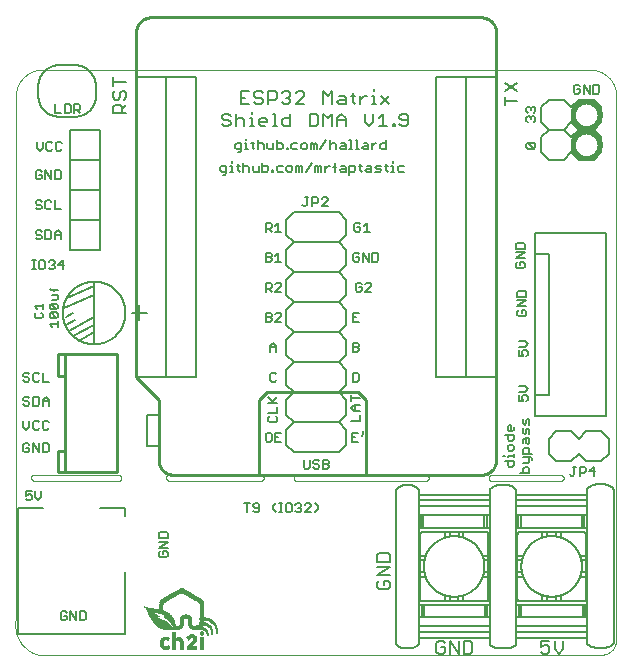
<source format=gto>
G75*
%MOIN*%
%OFA0B0*%
%FSLAX25Y25*%
%IPPOS*%
%LPD*%
%AMOC8*
5,1,8,0,0,1.08239X$1,22.5*
%
%ADD10C,0.01000*%
%ADD11C,0.00600*%
%ADD12C,0.00800*%
%ADD13C,0.00500*%
%ADD14C,0.00100*%
%ADD15C,0.01600*%
%ADD16R,0.00150X0.00015*%
%ADD17R,0.00585X0.00015*%
%ADD18R,0.00795X0.00015*%
%ADD19R,0.01095X0.00015*%
%ADD20R,0.01095X0.00015*%
%ADD21R,0.03225X0.00015*%
%ADD22R,0.01110X0.00015*%
%ADD23R,0.00945X0.00015*%
%ADD24R,0.01095X0.00015*%
%ADD25R,0.01095X0.00015*%
%ADD26R,0.03225X0.00015*%
%ADD27R,0.01110X0.00015*%
%ADD28R,0.01080X0.00015*%
%ADD29R,0.03240X0.00015*%
%ADD30R,0.01200X0.00015*%
%ADD31R,0.01305X0.00015*%
%ADD32R,0.01395X0.00015*%
%ADD33R,0.03255X0.00015*%
%ADD34R,0.01485X0.00015*%
%ADD35R,0.03255X0.00015*%
%ADD36R,0.01560X0.00015*%
%ADD37R,0.01650X0.00015*%
%ADD38R,0.03270X0.00015*%
%ADD39R,0.01710X0.00015*%
%ADD40R,0.01770X0.00015*%
%ADD41R,0.03270X0.00015*%
%ADD42R,0.01845X0.00015*%
%ADD43R,0.01905X0.00015*%
%ADD44R,0.03285X0.00015*%
%ADD45R,0.01965X0.00015*%
%ADD46R,0.02025X0.00015*%
%ADD47R,0.02085X0.00015*%
%ADD48R,0.03300X0.00015*%
%ADD49R,0.02115X0.00015*%
%ADD50R,0.03300X0.00015*%
%ADD51R,0.02175X0.00015*%
%ADD52R,0.02235X0.00015*%
%ADD53R,0.03315X0.00015*%
%ADD54R,0.02280X0.00015*%
%ADD55R,0.02325X0.00015*%
%ADD56R,0.03315X0.00015*%
%ADD57R,0.02370X0.00015*%
%ADD58R,0.03330X0.00015*%
%ADD59R,0.02400X0.00015*%
%ADD60R,0.02460X0.00015*%
%ADD61R,0.02490X0.00015*%
%ADD62R,0.02535X0.00015*%
%ADD63R,0.03345X0.00015*%
%ADD64R,0.02565X0.00015*%
%ADD65R,0.03345X0.00015*%
%ADD66R,0.02625X0.00015*%
%ADD67R,0.02655X0.00015*%
%ADD68R,0.03360X0.00015*%
%ADD69R,0.02685X0.00015*%
%ADD70R,0.02730X0.00015*%
%ADD71R,0.03360X0.00015*%
%ADD72R,0.02730X0.00015*%
%ADD73R,0.03375X0.00015*%
%ADD74R,0.02745X0.00015*%
%ADD75R,0.02760X0.00015*%
%ADD76R,0.03390X0.00015*%
%ADD77R,0.02775X0.00015*%
%ADD78R,0.03390X0.00015*%
%ADD79R,0.02790X0.00015*%
%ADD80R,0.02805X0.00015*%
%ADD81R,0.03405X0.00015*%
%ADD82R,0.02820X0.00015*%
%ADD83R,0.02835X0.00015*%
%ADD84R,0.03405X0.00015*%
%ADD85R,0.02835X0.00015*%
%ADD86R,0.03420X0.00015*%
%ADD87R,0.02850X0.00015*%
%ADD88R,0.02865X0.00015*%
%ADD89R,0.03435X0.00015*%
%ADD90R,0.02865X0.00015*%
%ADD91R,0.03435X0.00015*%
%ADD92R,0.02880X0.00015*%
%ADD93R,0.02895X0.00015*%
%ADD94R,0.03450X0.00015*%
%ADD95R,0.02895X0.00015*%
%ADD96R,0.02910X0.00015*%
%ADD97R,0.03465X0.00015*%
%ADD98R,0.02910X0.00015*%
%ADD99R,0.03465X0.00015*%
%ADD100R,0.02925X0.00015*%
%ADD101R,0.02940X0.00015*%
%ADD102R,0.03480X0.00015*%
%ADD103R,0.02925X0.00015*%
%ADD104R,0.03480X0.00015*%
%ADD105R,0.02940X0.00015*%
%ADD106R,0.01035X0.00015*%
%ADD107R,0.03495X0.00015*%
%ADD108R,0.01485X0.00015*%
%ADD109R,0.00945X0.00015*%
%ADD110R,0.01440X0.00015*%
%ADD111R,0.00885X0.00015*%
%ADD112R,0.01410X0.00015*%
%ADD113R,0.00825X0.00015*%
%ADD114R,0.01380X0.00015*%
%ADD115R,0.00780X0.00015*%
%ADD116R,0.01350X0.00015*%
%ADD117R,0.00735X0.00015*%
%ADD118R,0.01335X0.00015*%
%ADD119R,0.00705X0.00015*%
%ADD120R,0.00675X0.00015*%
%ADD121R,0.01305X0.00015*%
%ADD122R,0.00615X0.00015*%
%ADD123R,0.01605X0.00015*%
%ADD124R,0.01275X0.00015*%
%ADD125R,0.00585X0.00015*%
%ADD126R,0.01605X0.00015*%
%ADD127R,0.00570X0.00015*%
%ADD128R,0.01605X0.00015*%
%ADD129R,0.01260X0.00015*%
%ADD130R,0.00525X0.00015*%
%ADD131R,0.01245X0.00015*%
%ADD132R,0.00495X0.00015*%
%ADD133R,0.01230X0.00015*%
%ADD134R,0.00465X0.00015*%
%ADD135R,0.01590X0.00015*%
%ADD136R,0.01215X0.00015*%
%ADD137R,0.00435X0.00015*%
%ADD138R,0.01590X0.00015*%
%ADD139R,0.00405X0.00015*%
%ADD140R,0.00375X0.00015*%
%ADD141R,0.00360X0.00015*%
%ADD142R,0.01200X0.00015*%
%ADD143R,0.00315X0.00015*%
%ADD144R,0.01185X0.00015*%
%ADD145R,0.00300X0.00015*%
%ADD146R,0.00285X0.00015*%
%ADD147R,0.01185X0.00015*%
%ADD148R,0.00240X0.00015*%
%ADD149R,0.01170X0.00015*%
%ADD150R,0.00225X0.00015*%
%ADD151R,0.01185X0.00015*%
%ADD152R,0.00210X0.00015*%
%ADD153R,0.00180X0.00015*%
%ADD154R,0.00135X0.00015*%
%ADD155R,0.00120X0.00015*%
%ADD156R,0.01590X0.00015*%
%ADD157R,0.01155X0.00015*%
%ADD158R,0.00090X0.00015*%
%ADD159R,0.01590X0.00015*%
%ADD160R,0.01155X0.00015*%
%ADD161R,0.00075X0.00015*%
%ADD162R,0.00060X0.00015*%
%ADD163R,0.00045X0.00015*%
%ADD164R,0.00015X0.00015*%
%ADD165R,0.01140X0.00015*%
%ADD166R,0.01140X0.00015*%
%ADD167R,0.01575X0.00015*%
%ADD168R,0.01575X0.00015*%
%ADD169R,0.01125X0.00015*%
%ADD170R,0.01140X0.00015*%
%ADD171R,0.01140X0.00015*%
%ADD172R,0.01125X0.00015*%
%ADD173R,0.01560X0.00015*%
%ADD174R,0.01560X0.00015*%
%ADD175R,0.01545X0.00015*%
%ADD176R,0.01545X0.00015*%
%ADD177R,0.01545X0.00015*%
%ADD178R,0.01530X0.00015*%
%ADD179R,0.01530X0.00015*%
%ADD180R,0.01530X0.00015*%
%ADD181R,0.01515X0.00015*%
%ADD182R,0.01515X0.00015*%
%ADD183R,0.01110X0.00015*%
%ADD184R,0.01500X0.00015*%
%ADD185R,0.01110X0.00015*%
%ADD186R,0.01500X0.00015*%
%ADD187R,0.01485X0.00015*%
%ADD188R,0.01155X0.00015*%
%ADD189R,0.01470X0.00015*%
%ADD190R,0.01470X0.00015*%
%ADD191R,0.01455X0.00015*%
%ADD192R,0.01155X0.00015*%
%ADD193R,0.01455X0.00015*%
%ADD194R,0.01455X0.00015*%
%ADD195R,0.01170X0.00015*%
%ADD196R,0.01425X0.00015*%
%ADD197R,0.01410X0.00015*%
%ADD198R,0.01185X0.00015*%
%ADD199R,0.01395X0.00015*%
%ADD200R,0.01215X0.00015*%
%ADD201R,0.01380X0.00015*%
%ADD202R,0.01230X0.00015*%
%ADD203R,0.01230X0.00015*%
%ADD204R,0.01230X0.00015*%
%ADD205R,0.01365X0.00015*%
%ADD206R,0.01245X0.00015*%
%ADD207R,0.01365X0.00015*%
%ADD208R,0.00015X0.00015*%
%ADD209R,0.01260X0.00015*%
%ADD210R,0.00045X0.00015*%
%ADD211R,0.01290X0.00015*%
%ADD212R,0.01215X0.00015*%
%ADD213R,0.01290X0.00015*%
%ADD214R,0.01320X0.00015*%
%ADD215R,0.01305X0.00015*%
%ADD216R,0.01290X0.00015*%
%ADD217R,0.01335X0.00015*%
%ADD218R,0.00180X0.00015*%
%ADD219R,0.01320X0.00015*%
%ADD220R,0.00210X0.00015*%
%ADD221R,0.01365X0.00015*%
%ADD222R,0.00225X0.00015*%
%ADD223R,0.01380X0.00015*%
%ADD224R,0.01275X0.00015*%
%ADD225R,0.00270X0.00015*%
%ADD226R,0.00285X0.00015*%
%ADD227R,0.01410X0.00015*%
%ADD228R,0.00330X0.00015*%
%ADD229R,0.01440X0.00015*%
%ADD230R,0.00375X0.00015*%
%ADD231R,0.01485X0.00015*%
%ADD232R,0.00420X0.00015*%
%ADD233R,0.01515X0.00015*%
%ADD234R,0.00450X0.00015*%
%ADD235R,0.01320X0.00015*%
%ADD236R,0.01635X0.00015*%
%ADD237R,0.01335X0.00015*%
%ADD238R,0.00555X0.00015*%
%ADD239R,0.01695X0.00015*%
%ADD240R,0.01650X0.00015*%
%ADD241R,0.00600X0.00015*%
%ADD242R,0.03615X0.00015*%
%ADD243R,0.00630X0.00015*%
%ADD244R,0.01395X0.00015*%
%ADD245R,0.00690X0.00015*%
%ADD246R,0.00720X0.00015*%
%ADD247R,0.03600X0.00015*%
%ADD248R,0.00105X0.00015*%
%ADD249R,0.01440X0.00015*%
%ADD250R,0.00765X0.00015*%
%ADD251R,0.03600X0.00015*%
%ADD252R,0.00135X0.00015*%
%ADD253R,0.00825X0.00015*%
%ADD254R,0.00165X0.00015*%
%ADD255R,0.00885X0.00015*%
%ADD256R,0.03585X0.00015*%
%ADD257R,0.00195X0.00015*%
%ADD258R,0.00960X0.00015*%
%ADD259R,0.03570X0.00015*%
%ADD260R,0.00255X0.00015*%
%ADD261R,0.02835X0.00015*%
%ADD262R,0.03570X0.00015*%
%ADD263R,0.00285X0.00015*%
%ADD264R,0.03555X0.00015*%
%ADD265R,0.00315X0.00015*%
%ADD266R,0.02835X0.00015*%
%ADD267R,0.00345X0.00015*%
%ADD268R,0.03540X0.00015*%
%ADD269R,0.00405X0.00015*%
%ADD270R,0.02820X0.00015*%
%ADD271R,0.03525X0.00015*%
%ADD272R,0.00435X0.00015*%
%ADD273R,0.03525X0.00015*%
%ADD274R,0.00465X0.00015*%
%ADD275R,0.03510X0.00015*%
%ADD276R,0.02805X0.00015*%
%ADD277R,0.00555X0.00015*%
%ADD278R,0.02805X0.00015*%
%ADD279R,0.03495X0.00015*%
%ADD280R,0.00585X0.00015*%
%ADD281R,0.00615X0.00015*%
%ADD282R,0.00645X0.00015*%
%ADD283R,0.02775X0.00015*%
%ADD284R,0.00720X0.00015*%
%ADD285R,0.00735X0.00015*%
%ADD286R,0.00765X0.00015*%
%ADD287R,0.00795X0.00015*%
%ADD288R,0.02295X0.00015*%
%ADD289R,0.02265X0.00015*%
%ADD290R,0.00855X0.00015*%
%ADD291R,0.02250X0.00015*%
%ADD292R,0.00885X0.00015*%
%ADD293R,0.02715X0.00015*%
%ADD294R,0.02235X0.00015*%
%ADD295R,0.00930X0.00015*%
%ADD296R,0.02205X0.00015*%
%ADD297R,0.02700X0.00015*%
%ADD298R,0.00990X0.00015*%
%ADD299R,0.02160X0.00015*%
%ADD300R,0.01020X0.00015*%
%ADD301R,0.02685X0.00015*%
%ADD302R,0.02130X0.00015*%
%ADD303R,0.01050X0.00015*%
%ADD304R,0.02670X0.00015*%
%ADD305R,0.02100X0.00015*%
%ADD306R,0.02670X0.00015*%
%ADD307R,0.02070X0.00015*%
%ADD308R,0.02040X0.00015*%
%ADD309R,0.02010X0.00015*%
%ADD310R,0.02595X0.00015*%
%ADD311R,0.01980X0.00015*%
%ADD312R,0.01170X0.00015*%
%ADD313R,0.01950X0.00015*%
%ADD314R,0.02520X0.00015*%
%ADD315R,0.02475X0.00015*%
%ADD316R,0.01875X0.00015*%
%ADD317R,0.02430X0.00015*%
%ADD318R,0.02400X0.00015*%
%ADD319R,0.01800X0.00015*%
%ADD320R,0.01395X0.00015*%
%ADD321R,0.01215X0.00015*%
%ADD322R,0.02340X0.00015*%
%ADD323R,0.01755X0.00015*%
%ADD324R,0.02310X0.00015*%
%ADD325R,0.01725X0.00015*%
%ADD326R,0.02250X0.00015*%
%ADD327R,0.01665X0.00015*%
%ADD328R,0.02205X0.00015*%
%ADD329R,0.02145X0.00015*%
%ADD330R,0.02040X0.00015*%
%ADD331R,0.01980X0.00015*%
%ADD332R,0.01920X0.00015*%
%ADD333R,0.01845X0.00015*%
%ADD334R,0.01305X0.00015*%
%ADD335R,0.01665X0.00015*%
%ADD336R,0.01785X0.00015*%
%ADD337R,0.03315X0.00015*%
%ADD338R,0.01005X0.00015*%
%ADD339R,0.01470X0.00015*%
%ADD340R,0.00900X0.00015*%
%ADD341R,0.03285X0.00015*%
%ADD342R,0.03210X0.00015*%
%ADD343R,0.03195X0.00015*%
%ADD344R,0.03165X0.00015*%
%ADD345R,0.03150X0.00015*%
%ADD346R,0.00390X0.00015*%
%ADD347R,0.03120X0.00015*%
%ADD348R,0.03105X0.00015*%
%ADD349R,0.03060X0.00015*%
%ADD350R,0.03045X0.00015*%
%ADD351R,0.03015X0.00015*%
%ADD352R,0.03000X0.00015*%
%ADD353R,0.02970X0.00015*%
%ADD354R,0.02745X0.00015*%
%ADD355R,0.02625X0.00015*%
%ADD356R,0.02595X0.00015*%
%ADD357R,0.02535X0.00015*%
%ADD358R,0.02460X0.00015*%
%ADD359R,0.02385X0.00015*%
%ADD360R,0.02355X0.00015*%
%ADD361R,0.02325X0.00015*%
%ADD362R,0.02280X0.00015*%
%ADD363R,0.00135X0.00015*%
%ADD364R,0.00345X0.00015*%
%ADD365R,0.02115X0.00015*%
%ADD366R,0.02085X0.00015*%
%ADD367R,0.00435X0.00015*%
%ADD368R,0.00465X0.00015*%
%ADD369R,0.01995X0.00015*%
%ADD370R,0.00495X0.00015*%
%ADD371R,0.00540X0.00015*%
%ADD372R,0.01860X0.00015*%
%ADD373R,0.00480X0.00015*%
%ADD374R,0.01815X0.00015*%
%ADD375R,0.01695X0.00015*%
%ADD376R,0.00660X0.00015*%
%ADD377R,0.00615X0.00015*%
%ADD378R,0.00705X0.00015*%
%ADD379R,0.00750X0.00015*%
%ADD380R,0.00630X0.00015*%
%ADD381R,0.00645X0.00015*%
%ADD382R,0.00810X0.00015*%
%ADD383R,0.00855X0.00015*%
%ADD384R,0.01260X0.00015*%
%ADD385R,0.00915X0.00015*%
%ADD386R,0.00660X0.00015*%
%ADD387R,0.01005X0.00015*%
%ADD388R,0.01035X0.00015*%
%ADD389R,0.01050X0.00015*%
%ADD390R,0.01080X0.00015*%
%ADD391R,0.00390X0.00015*%
%ADD392R,0.00480X0.00015*%
%ADD393R,0.00510X0.00015*%
%ADD394R,0.00540X0.00015*%
%ADD395R,0.00675X0.00015*%
%ADD396R,0.00600X0.00015*%
%ADD397R,0.00660X0.00015*%
%ADD398R,0.00690X0.00015*%
%ADD399R,0.00750X0.00015*%
%ADD400R,0.00255X0.00015*%
%ADD401R,0.00690X0.00015*%
%ADD402R,0.00555X0.00015*%
%ADD403R,0.01080X0.00015*%
%ADD404R,0.00705X0.00015*%
%ADD405R,0.00690X0.00015*%
%ADD406R,0.00960X0.00015*%
%ADD407R,0.00705X0.00015*%
%ADD408R,0.00915X0.00015*%
%ADD409R,0.00720X0.00015*%
%ADD410R,0.00795X0.00015*%
%ADD411R,0.00795X0.00015*%
%ADD412R,0.00420X0.00015*%
%ADD413R,0.00150X0.00015*%
%ADD414R,0.00780X0.00015*%
%ADD415R,0.00765X0.00015*%
%ADD416R,0.00780X0.00015*%
%ADD417R,0.00780X0.00015*%
%ADD418R,0.00810X0.00015*%
%ADD419R,0.00765X0.00015*%
%ADD420R,0.00810X0.00015*%
%ADD421R,0.00840X0.00015*%
%ADD422R,0.00870X0.00015*%
%ADD423R,0.00870X0.00015*%
%ADD424R,0.00870X0.00015*%
%ADD425R,0.00915X0.00015*%
%ADD426R,0.00975X0.00015*%
%ADD427R,0.01020X0.00015*%
%ADD428R,0.00810X0.00015*%
%ADD429R,0.01065X0.00015*%
%ADD430R,0.01245X0.00015*%
%ADD431R,0.00315X0.00015*%
%ADD432R,0.02460X0.00015*%
%ADD433R,0.00840X0.00015*%
%ADD434R,0.04455X0.00015*%
%ADD435R,0.03090X0.00015*%
%ADD436R,0.04575X0.00015*%
%ADD437R,0.04635X0.00015*%
%ADD438R,0.01770X0.00015*%
%ADD439R,0.04665X0.00015*%
%ADD440R,0.03375X0.00015*%
%ADD441R,0.01815X0.00015*%
%ADD442R,0.04710X0.00015*%
%ADD443R,0.00855X0.00015*%
%ADD444R,0.03465X0.00015*%
%ADD445R,0.01890X0.00015*%
%ADD446R,0.04740X0.00015*%
%ADD447R,0.04770X0.00015*%
%ADD448R,0.04800X0.00015*%
%ADD449R,0.03630X0.00015*%
%ADD450R,0.04815X0.00015*%
%ADD451R,0.03675X0.00015*%
%ADD452R,0.02055X0.00015*%
%ADD453R,0.04815X0.00015*%
%ADD454R,0.03720X0.00015*%
%ADD455R,0.04845X0.00015*%
%ADD456R,0.03765X0.00015*%
%ADD457R,0.02130X0.00015*%
%ADD458R,0.04860X0.00015*%
%ADD459R,0.03810X0.00015*%
%ADD460R,0.02160X0.00015*%
%ADD461R,0.03840X0.00015*%
%ADD462R,0.03870X0.00015*%
%ADD463R,0.02220X0.00015*%
%ADD464R,0.04875X0.00015*%
%ADD465R,0.03900X0.00015*%
%ADD466R,0.02265X0.00015*%
%ADD467R,0.04875X0.00015*%
%ADD468R,0.03945X0.00015*%
%ADD469R,0.03975X0.00015*%
%ADD470R,0.02310X0.00015*%
%ADD471R,0.04890X0.00015*%
%ADD472R,0.04005X0.00015*%
%ADD473R,0.04035X0.00015*%
%ADD474R,0.02370X0.00015*%
%ADD475R,0.04890X0.00015*%
%ADD476R,0.00885X0.00015*%
%ADD477R,0.04050X0.00015*%
%ADD478R,0.04095X0.00015*%
%ADD479R,0.04110X0.00015*%
%ADD480R,0.00900X0.00015*%
%ADD481R,0.04140X0.00015*%
%ADD482R,0.04155X0.00015*%
%ADD483R,0.02520X0.00015*%
%ADD484R,0.04845X0.00015*%
%ADD485R,0.04185X0.00015*%
%ADD486R,0.04200X0.00015*%
%ADD487R,0.02550X0.00015*%
%ADD488R,0.04830X0.00015*%
%ADD489R,0.04230X0.00015*%
%ADD490R,0.02580X0.00015*%
%ADD491R,0.04830X0.00015*%
%ADD492R,0.04245X0.00015*%
%ADD493R,0.02595X0.00015*%
%ADD494R,0.04815X0.00015*%
%ADD495R,0.04275X0.00015*%
%ADD496R,0.04800X0.00015*%
%ADD497R,0.00930X0.00015*%
%ADD498R,0.04290X0.00015*%
%ADD499R,0.02640X0.00015*%
%ADD500R,0.04785X0.00015*%
%ADD501R,0.04305X0.00015*%
%ADD502R,0.04755X0.00015*%
%ADD503R,0.04335X0.00015*%
%ADD504R,0.04740X0.00015*%
%ADD505R,0.04350X0.00015*%
%ADD506R,0.04725X0.00015*%
%ADD507R,0.00930X0.00015*%
%ADD508R,0.04365X0.00015*%
%ADD509R,0.04695X0.00015*%
%ADD510R,0.00945X0.00015*%
%ADD511R,0.04380X0.00015*%
%ADD512R,0.04665X0.00015*%
%ADD513R,0.04410X0.00015*%
%ADD514R,0.04425X0.00015*%
%ADD515R,0.04605X0.00015*%
%ADD516R,0.04455X0.00015*%
%ADD517R,0.04530X0.00015*%
%ADD518R,0.04470X0.00015*%
%ADD519R,0.04485X0.00015*%
%ADD520R,0.04500X0.00015*%
%ADD521R,0.04530X0.00015*%
%ADD522R,0.04395X0.00015*%
%ADD523R,0.00975X0.00015*%
%ADD524R,0.04530X0.00015*%
%ADD525R,0.04545X0.00015*%
%ADD526R,0.02955X0.00015*%
%ADD527R,0.04440X0.00015*%
%ADD528R,0.04560X0.00015*%
%ADD529R,0.02970X0.00015*%
%ADD530R,0.04590X0.00015*%
%ADD531R,0.03000X0.00015*%
%ADD532R,0.04500X0.00015*%
%ADD533R,0.01005X0.00015*%
%ADD534R,0.00840X0.00015*%
%ADD535R,0.03030X0.00015*%
%ADD536R,0.00840X0.00015*%
%ADD537R,0.01020X0.00015*%
%ADD538R,0.04635X0.00015*%
%ADD539R,0.03090X0.00015*%
%ADD540R,0.04590X0.00015*%
%ADD541R,0.04650X0.00015*%
%ADD542R,0.04590X0.00015*%
%ADD543R,0.04620X0.00015*%
%ADD544R,0.04680X0.00015*%
%ADD545R,0.04695X0.00015*%
%ADD546R,0.03180X0.00015*%
%ADD547R,0.04665X0.00015*%
%ADD548R,0.01065X0.00015*%
%ADD549R,0.04710X0.00015*%
%ADD550R,0.03180X0.00015*%
%ADD551R,0.03210X0.00015*%
%ADD552R,0.04695X0.00015*%
%ADD553R,0.04740X0.00015*%
%ADD554R,0.03240X0.00015*%
%ADD555R,0.04755X0.00015*%
%ADD556R,0.04770X0.00015*%
%ADD557R,0.03315X0.00015*%
%ADD558R,0.04785X0.00015*%
%ADD559R,0.00870X0.00015*%
%ADD560R,0.04770X0.00015*%
%ADD561R,0.03330X0.00015*%
%ADD562R,0.04785X0.00015*%
%ADD563R,0.03360X0.00015*%
%ADD564R,0.04845X0.00015*%
%ADD565R,0.01380X0.00015*%
%ADD566R,0.02955X0.00015*%
%ADD567R,0.02370X0.00015*%
%ADD568R,0.04830X0.00015*%
%ADD569R,0.02070X0.00015*%
%ADD570R,0.01905X0.00015*%
%ADD571R,0.01860X0.00015*%
%ADD572R,0.04845X0.00015*%
%ADD573R,0.01845X0.00015*%
%ADD574R,0.01350X0.00015*%
%ADD575R,0.01800X0.00015*%
%ADD576R,0.01740X0.00015*%
%ADD577R,0.01695X0.00015*%
%ADD578R,0.00990X0.00015*%
%ADD579R,0.01635X0.00015*%
%ADD580R,0.04860X0.00015*%
%ADD581R,0.01620X0.00015*%
%ADD582R,0.04860X0.00015*%
%ADD583R,0.01605X0.00015*%
%ADD584R,0.01620X0.00015*%
%ADD585R,0.00915X0.00015*%
%ADD586R,0.01035X0.00015*%
%ADD587R,0.03390X0.00015*%
%ADD588R,0.03255X0.00015*%
%ADD589R,0.03240X0.00015*%
%ADD590R,0.03195X0.00015*%
%ADD591R,0.00945X0.00015*%
%ADD592R,0.03165X0.00015*%
%ADD593R,0.03105X0.00015*%
%ADD594R,0.03075X0.00015*%
%ADD595R,0.03045X0.00015*%
%ADD596R,0.03015X0.00015*%
%ADD597R,0.02985X0.00015*%
%ADD598R,0.02955X0.00015*%
%ADD599R,0.02895X0.00015*%
%ADD600R,0.02760X0.00015*%
%ADD601R,0.00990X0.00015*%
%ADD602R,0.02610X0.00015*%
%ADD603R,0.01260X0.00015*%
%ADD604R,0.02565X0.00015*%
%ADD605R,0.02505X0.00015*%
%ADD606R,0.02430X0.00015*%
%ADD607R,0.02280X0.00015*%
%ADD608R,0.04755X0.00015*%
%ADD609R,0.02205X0.00015*%
%ADD610R,0.02130X0.00015*%
%ADD611R,0.04710X0.00015*%
%ADD612R,0.01980X0.00015*%
%ADD613R,0.01065X0.00015*%
%ADD614R,0.01920X0.00015*%
%ADD615R,0.04665X0.00015*%
%ADD616R,0.01425X0.00015*%
%ADD617R,0.04620X0.00015*%
%ADD618R,0.04620X0.00015*%
%ADD619R,0.04605X0.00015*%
%ADD620R,0.04590X0.00015*%
%ADD621R,0.04560X0.00015*%
%ADD622R,0.04560X0.00015*%
%ADD623R,0.04530X0.00015*%
%ADD624R,0.04515X0.00015*%
%ADD625R,0.04515X0.00015*%
%ADD626R,0.01560X0.00015*%
%ADD627R,0.04470X0.00015*%
%ADD628R,0.04455X0.00015*%
%ADD629R,0.04425X0.00015*%
%ADD630R,0.01620X0.00015*%
%ADD631R,0.04395X0.00015*%
%ADD632R,0.04320X0.00015*%
%ADD633R,0.01665X0.00015*%
%ADD634R,0.01680X0.00015*%
%ADD635R,0.04305X0.00015*%
%ADD636R,0.01680X0.00015*%
%ADD637R,0.04290X0.00015*%
%ADD638R,0.01320X0.00015*%
%ADD639R,0.04260X0.00015*%
%ADD640R,0.01710X0.00015*%
%ADD641R,0.04245X0.00015*%
%ADD642R,0.04230X0.00015*%
%ADD643R,0.04200X0.00015*%
%ADD644R,0.01740X0.00015*%
%ADD645R,0.04185X0.00015*%
%ADD646R,0.04170X0.00015*%
%ADD647R,0.04140X0.00015*%
%ADD648R,0.04125X0.00015*%
%ADD649R,0.04110X0.00015*%
%ADD650R,0.01785X0.00015*%
%ADD651R,0.04080X0.00015*%
%ADD652R,0.04065X0.00015*%
%ADD653R,0.01815X0.00015*%
%ADD654R,0.04020X0.00015*%
%ADD655R,0.01845X0.00015*%
%ADD656R,0.04005X0.00015*%
%ADD657R,0.03990X0.00015*%
%ADD658R,0.03960X0.00015*%
%ADD659R,0.03945X0.00015*%
%ADD660R,0.03915X0.00015*%
%ADD661R,0.03885X0.00015*%
%ADD662R,0.01890X0.00015*%
%ADD663R,0.03870X0.00015*%
%ADD664R,0.01695X0.00015*%
%ADD665R,0.03855X0.00015*%
%ADD666R,0.01935X0.00015*%
%ADD667R,0.01755X0.00015*%
%ADD668R,0.03795X0.00015*%
%ADD669R,0.03780X0.00015*%
%ADD670R,0.01950X0.00015*%
%ADD671R,0.03750X0.00015*%
%ADD672R,0.03705X0.00015*%
%ADD673R,0.02055X0.00015*%
%ADD674R,0.03660X0.00015*%
%ADD675R,0.03645X0.00015*%
%ADD676R,0.02010X0.00015*%
%ADD677R,0.04020X0.00015*%
%ADD678R,0.03615X0.00015*%
%ADD679R,0.03585X0.00015*%
%ADD680R,0.03960X0.00015*%
%ADD681R,0.03540X0.00015*%
%ADD682R,0.02055X0.00015*%
%ADD683R,0.03930X0.00015*%
%ADD684R,0.03915X0.00015*%
%ADD685R,0.03480X0.00015*%
%ADD686R,0.03885X0.00015*%
%ADD687R,0.02085X0.00015*%
%ADD688R,0.03405X0.00015*%
%ADD689R,0.03345X0.00015*%
%ADD690R,0.02115X0.00015*%
%ADD691R,0.03780X0.00015*%
%ADD692R,0.03765X0.00015*%
%ADD693R,0.02145X0.00015*%
%ADD694R,0.03735X0.00015*%
%ADD695R,0.03690X0.00015*%
%ADD696R,0.03195X0.00015*%
%ADD697R,0.02175X0.00015*%
%ADD698R,0.03660X0.00015*%
%ADD699R,0.02190X0.00015*%
%ADD700R,0.03630X0.00015*%
%ADD701R,0.03120X0.00015*%
%ADD702R,0.03030X0.00015*%
%ADD703R,0.02235X0.00015*%
%ADD704R,0.02310X0.00015*%
%ADD705R,0.02715X0.00015*%
%ADD706R,0.02340X0.00015*%
%ADD707R,0.02415X0.00015*%
%ADD708R,0.02385X0.00015*%
%ADD709R,0.03045X0.00015*%
%ADD710R,0.02445X0.00015*%
%ADD711R,0.02220X0.00015*%
%ADD712R,0.02040X0.00015*%
%ADD713R,0.02505X0.00015*%
%ADD714R,0.03810X0.00015*%
%ADD715R,0.01860X0.00015*%
%ADD716R,0.01785X0.00015*%
%ADD717R,0.02580X0.00015*%
%ADD718R,0.01725X0.00015*%
%ADD719R,0.02580X0.00015*%
%ADD720R,0.02490X0.00015*%
%ADD721R,0.03780X0.00015*%
%ADD722R,0.02670X0.00015*%
%ADD723R,0.03735X0.00015*%
%ADD724R,0.02685X0.00015*%
%ADD725R,0.03705X0.00015*%
%ADD726R,0.03690X0.00015*%
%ADD727R,0.02760X0.00015*%
%ADD728R,0.03660X0.00015*%
%ADD729R,0.03660X0.00015*%
%ADD730R,0.02820X0.00015*%
%ADD731R,0.02025X0.00015*%
%ADD732R,0.02190X0.00015*%
%ADD733R,0.02955X0.00015*%
%ADD734R,0.03510X0.00015*%
%ADD735R,0.02415X0.00015*%
%ADD736R,0.02790X0.00015*%
%ADD737R,0.02535X0.00015*%
%ADD738R,0.02655X0.00015*%
%ADD739R,0.03345X0.00015*%
%ADD740R,0.02550X0.00015*%
%ADD741R,0.02880X0.00015*%
%ADD742R,0.03090X0.00015*%
%ADD743R,0.03060X0.00015*%
%ADD744R,0.03075X0.00015*%
%ADD745R,0.03030X0.00015*%
%ADD746R,0.01995X0.00015*%
%ADD747R,0.02910X0.00015*%
%ADD748R,0.03015X0.00015*%
%ADD749R,0.02985X0.00015*%
%ADD750R,0.02790X0.00015*%
%ADD751R,0.01830X0.00015*%
%ADD752R,0.02940X0.00015*%
%ADD753R,0.02685X0.00015*%
%ADD754R,0.02640X0.00015*%
%ADD755R,0.02505X0.00015*%
%ADD756R,0.02460X0.00015*%
%ADD757R,0.02355X0.00015*%
%ADD758R,0.01905X0.00015*%
%ADD759R,0.02190X0.00015*%
%ADD760R,0.01890X0.00015*%
%ADD761R,0.02745X0.00015*%
%ADD762R,0.01965X0.00015*%
%ADD763R,0.02670X0.00015*%
%ADD764R,0.01995X0.00015*%
%ADD765R,0.02580X0.00015*%
%ADD766R,0.02085X0.00015*%
%ADD767R,0.02520X0.00015*%
%ADD768R,0.02520X0.00015*%
%ADD769R,0.02160X0.00015*%
%ADD770R,0.02445X0.00015*%
%ADD771R,0.02430X0.00015*%
%ADD772R,0.02265X0.00015*%
%ADD773R,0.02355X0.00015*%
%ADD774R,0.02385X0.00015*%
%ADD775R,0.02505X0.00015*%
%ADD776R,0.02610X0.00015*%
%ADD777R,0.02145X0.00015*%
%ADD778R,0.02850X0.00015*%
%ADD779R,0.01965X0.00015*%
%ADD780R,0.03060X0.00015*%
%ADD781R,0.03195X0.00015*%
%ADD782R,0.01830X0.00015*%
%ADD783R,0.01770X0.00015*%
%ADD784R,0.03585X0.00015*%
%ADD785R,0.03645X0.00015*%
%ADD786R,0.03780X0.00015*%
%ADD787R,0.01620X0.00015*%
%ADD788R,0.03990X0.00015*%
%ADD789R,0.04080X0.00015*%
%ADD790R,0.04155X0.00015*%
%ADD791R,0.01470X0.00015*%
%ADD792R,0.04335X0.00015*%
%ADD793R,0.06105X0.00015*%
%ADD794R,0.06075X0.00015*%
%ADD795R,0.06060X0.00015*%
%ADD796R,0.06030X0.00015*%
%ADD797R,0.06015X0.00015*%
%ADD798R,0.05985X0.00015*%
%ADD799R,0.05970X0.00015*%
%ADD800R,0.05940X0.00015*%
%ADD801R,0.05925X0.00015*%
%ADD802R,0.05895X0.00015*%
%ADD803R,0.05865X0.00015*%
%ADD804R,0.05835X0.00015*%
%ADD805R,0.05820X0.00015*%
%ADD806R,0.05775X0.00015*%
%ADD807R,0.05760X0.00015*%
%ADD808R,0.05715X0.00015*%
%ADD809R,0.05700X0.00015*%
%ADD810R,0.05655X0.00015*%
%ADD811R,0.05640X0.00015*%
%ADD812R,0.05595X0.00015*%
%ADD813R,0.05580X0.00015*%
%ADD814R,0.05535X0.00015*%
%ADD815R,0.05505X0.00015*%
%ADD816R,0.05460X0.00015*%
%ADD817R,0.05445X0.00015*%
%ADD818R,0.05400X0.00015*%
%ADD819R,0.05370X0.00015*%
%ADD820R,0.05325X0.00015*%
%ADD821R,0.05340X0.00015*%
%ADD822R,0.05355X0.00015*%
%ADD823R,0.05355X0.00015*%
%ADD824R,0.05370X0.00015*%
%ADD825R,0.05385X0.00015*%
%ADD826R,0.05385X0.00015*%
%ADD827R,0.05415X0.00015*%
%ADD828R,0.05430X0.00015*%
%ADD829R,0.05430X0.00015*%
%ADD830R,0.05460X0.00015*%
%ADD831R,0.05460X0.00015*%
%ADD832R,0.05475X0.00015*%
%ADD833R,0.05490X0.00015*%
%ADD834R,0.04020X0.00015*%
%ADD835R,0.03870X0.00015*%
%ADD836R,0.03555X0.00015*%
%ADD837R,0.03450X0.00015*%
%ADD838R,0.01635X0.00015*%
%ADD839R,0.00960X0.00015*%
%ADD840R,0.00570X0.00015*%
%ADD841R,0.00525X0.00015*%
%ADD842R,0.00360X0.00015*%
%ADD843R,0.00240X0.00015*%
%ADD844R,0.00210X0.00015*%
%ADD845R,0.00165X0.00015*%
%ADD846R,0.00120X0.00015*%
%ADD847R,0.00075X0.00015*%
%ADD848R,0.00030X0.00015*%
%ADD849R,0.00030X0.00015*%
%ADD850R,0.00030X0.00015*%
%ADD851R,0.01335X0.00015*%
%ADD852R,0.01530X0.00015*%
%ADD853R,0.01740X0.00015*%
%ADD854R,0.01770X0.00015*%
%ADD855R,0.01875X0.00015*%
%ADD856R,0.01860X0.00015*%
%ADD857R,0.02070X0.00015*%
%ADD858R,0.02295X0.00015*%
%ADD859R,0.02340X0.00015*%
%ADD860R,0.02415X0.00015*%
%ADD861R,0.02475X0.00015*%
%ADD862R,0.02595X0.00015*%
%ADD863R,0.02640X0.00015*%
%ADD864R,0.02760X0.00015*%
%ADD865R,0.06000X0.00015*%
%ADD866R,0.05850X0.00015*%
%ADD867R,0.05790X0.00015*%
%ADD868R,0.05730X0.00015*%
%ADD869R,0.05700X0.00015*%
%ADD870R,0.05640X0.00015*%
%ADD871R,0.05535X0.00015*%
%ADD872R,0.05490X0.00015*%
%ADD873R,0.05430X0.00015*%
%ADD874R,0.05280X0.00015*%
%ADD875R,0.05220X0.00015*%
%ADD876R,0.05160X0.00015*%
%ADD877R,0.05115X0.00015*%
%ADD878R,0.05070X0.00015*%
%ADD879R,0.05010X0.00015*%
%ADD880R,0.04950X0.00015*%
%ADD881R,0.04920X0.00015*%
%ADD882R,0.04440X0.00015*%
%ADD883R,0.04380X0.00015*%
%ADD884R,0.04185X0.00015*%
%ADD885R,0.03930X0.00015*%
%ADD886R,0.03870X0.00015*%
%ADD887R,0.03720X0.00015*%
%ADD888R,0.03570X0.00015*%
%ADD889R,0.03405X0.00015*%
%ADD890R,0.03150X0.00015*%
%ADD891R,0.02880X0.00015*%
%ADD892R,0.02730X0.00015*%
%ADD893R,0.02370X0.00015*%
%ADD894R,0.02220X0.00015*%
%ADD895R,0.02100X0.00015*%
D10*
X0020576Y0070815D02*
X0022939Y0070815D01*
X0040261Y0070815D01*
X0040261Y0110185D01*
X0022939Y0110185D01*
X0020576Y0110185D01*
X0020576Y0103098D01*
X0022939Y0103098D01*
X0022939Y0097587D01*
X0022939Y0083413D01*
X0022939Y0077902D01*
X0020576Y0077902D01*
X0020576Y0070815D01*
X0022939Y0070815D02*
X0022939Y0077902D01*
X0025694Y0070815D02*
X0037506Y0070815D01*
X0054100Y0075000D02*
X0054100Y0095000D01*
X0046600Y0102500D01*
X0046600Y0217500D01*
X0046602Y0217640D01*
X0046608Y0217780D01*
X0046618Y0217920D01*
X0046631Y0218060D01*
X0046649Y0218199D01*
X0046671Y0218338D01*
X0046696Y0218475D01*
X0046725Y0218613D01*
X0046758Y0218749D01*
X0046795Y0218884D01*
X0046836Y0219018D01*
X0046881Y0219151D01*
X0046929Y0219283D01*
X0046981Y0219413D01*
X0047036Y0219542D01*
X0047095Y0219669D01*
X0047158Y0219795D01*
X0047224Y0219919D01*
X0047293Y0220040D01*
X0047366Y0220160D01*
X0047443Y0220278D01*
X0047522Y0220393D01*
X0047605Y0220507D01*
X0047691Y0220617D01*
X0047780Y0220726D01*
X0047872Y0220832D01*
X0047967Y0220935D01*
X0048064Y0221036D01*
X0048165Y0221133D01*
X0048268Y0221228D01*
X0048374Y0221320D01*
X0048483Y0221409D01*
X0048593Y0221495D01*
X0048707Y0221578D01*
X0048822Y0221657D01*
X0048940Y0221734D01*
X0049060Y0221807D01*
X0049181Y0221876D01*
X0049305Y0221942D01*
X0049431Y0222005D01*
X0049558Y0222064D01*
X0049687Y0222119D01*
X0049817Y0222171D01*
X0049949Y0222219D01*
X0050082Y0222264D01*
X0050216Y0222305D01*
X0050351Y0222342D01*
X0050487Y0222375D01*
X0050625Y0222404D01*
X0050762Y0222429D01*
X0050901Y0222451D01*
X0051040Y0222469D01*
X0051180Y0222482D01*
X0051320Y0222492D01*
X0051460Y0222498D01*
X0051600Y0222500D01*
X0161600Y0222500D01*
X0161740Y0222498D01*
X0161880Y0222492D01*
X0162020Y0222482D01*
X0162160Y0222469D01*
X0162299Y0222451D01*
X0162438Y0222429D01*
X0162575Y0222404D01*
X0162713Y0222375D01*
X0162849Y0222342D01*
X0162984Y0222305D01*
X0163118Y0222264D01*
X0163251Y0222219D01*
X0163383Y0222171D01*
X0163513Y0222119D01*
X0163642Y0222064D01*
X0163769Y0222005D01*
X0163895Y0221942D01*
X0164019Y0221876D01*
X0164140Y0221807D01*
X0164260Y0221734D01*
X0164378Y0221657D01*
X0164493Y0221578D01*
X0164607Y0221495D01*
X0164717Y0221409D01*
X0164826Y0221320D01*
X0164932Y0221228D01*
X0165035Y0221133D01*
X0165136Y0221036D01*
X0165233Y0220935D01*
X0165328Y0220832D01*
X0165420Y0220726D01*
X0165509Y0220617D01*
X0165595Y0220507D01*
X0165678Y0220393D01*
X0165757Y0220278D01*
X0165834Y0220160D01*
X0165907Y0220040D01*
X0165976Y0219919D01*
X0166042Y0219795D01*
X0166105Y0219669D01*
X0166164Y0219542D01*
X0166219Y0219413D01*
X0166271Y0219283D01*
X0166319Y0219151D01*
X0166364Y0219018D01*
X0166405Y0218884D01*
X0166442Y0218749D01*
X0166475Y0218613D01*
X0166504Y0218475D01*
X0166529Y0218338D01*
X0166551Y0218199D01*
X0166569Y0218060D01*
X0166582Y0217920D01*
X0166592Y0217780D01*
X0166598Y0217640D01*
X0166600Y0217500D01*
X0166600Y0075000D01*
X0166598Y0074860D01*
X0166592Y0074720D01*
X0166582Y0074580D01*
X0166569Y0074440D01*
X0166551Y0074301D01*
X0166529Y0074162D01*
X0166504Y0074025D01*
X0166475Y0073887D01*
X0166442Y0073751D01*
X0166405Y0073616D01*
X0166364Y0073482D01*
X0166319Y0073349D01*
X0166271Y0073217D01*
X0166219Y0073087D01*
X0166164Y0072958D01*
X0166105Y0072831D01*
X0166042Y0072705D01*
X0165976Y0072581D01*
X0165907Y0072460D01*
X0165834Y0072340D01*
X0165757Y0072222D01*
X0165678Y0072107D01*
X0165595Y0071993D01*
X0165509Y0071883D01*
X0165420Y0071774D01*
X0165328Y0071668D01*
X0165233Y0071565D01*
X0165136Y0071464D01*
X0165035Y0071367D01*
X0164932Y0071272D01*
X0164826Y0071180D01*
X0164717Y0071091D01*
X0164607Y0071005D01*
X0164493Y0070922D01*
X0164378Y0070843D01*
X0164260Y0070766D01*
X0164140Y0070693D01*
X0164019Y0070624D01*
X0163895Y0070558D01*
X0163769Y0070495D01*
X0163642Y0070436D01*
X0163513Y0070381D01*
X0163383Y0070329D01*
X0163251Y0070281D01*
X0163118Y0070236D01*
X0162984Y0070195D01*
X0162849Y0070158D01*
X0162713Y0070125D01*
X0162575Y0070096D01*
X0162438Y0070071D01*
X0162299Y0070049D01*
X0162160Y0070031D01*
X0162020Y0070018D01*
X0161880Y0070008D01*
X0161740Y0070002D01*
X0161600Y0070000D01*
X0123100Y0070000D01*
X0123100Y0095000D01*
X0120600Y0097500D01*
X0090100Y0097500D01*
X0087600Y0095000D01*
X0087600Y0070000D01*
X0059100Y0070000D01*
X0058960Y0070002D01*
X0058820Y0070008D01*
X0058680Y0070018D01*
X0058540Y0070031D01*
X0058401Y0070049D01*
X0058262Y0070071D01*
X0058125Y0070096D01*
X0057987Y0070125D01*
X0057851Y0070158D01*
X0057716Y0070195D01*
X0057582Y0070236D01*
X0057449Y0070281D01*
X0057317Y0070329D01*
X0057187Y0070381D01*
X0057058Y0070436D01*
X0056931Y0070495D01*
X0056805Y0070558D01*
X0056681Y0070624D01*
X0056560Y0070693D01*
X0056440Y0070766D01*
X0056322Y0070843D01*
X0056207Y0070922D01*
X0056093Y0071005D01*
X0055983Y0071091D01*
X0055874Y0071180D01*
X0055768Y0071272D01*
X0055665Y0071367D01*
X0055564Y0071464D01*
X0055467Y0071565D01*
X0055372Y0071668D01*
X0055280Y0071774D01*
X0055191Y0071883D01*
X0055105Y0071993D01*
X0055022Y0072107D01*
X0054943Y0072222D01*
X0054866Y0072340D01*
X0054793Y0072460D01*
X0054724Y0072581D01*
X0054658Y0072705D01*
X0054595Y0072831D01*
X0054536Y0072958D01*
X0054481Y0073087D01*
X0054429Y0073217D01*
X0054381Y0073349D01*
X0054336Y0073482D01*
X0054295Y0073616D01*
X0054258Y0073751D01*
X0054225Y0073887D01*
X0054196Y0074025D01*
X0054171Y0074162D01*
X0054149Y0074301D01*
X0054131Y0074440D01*
X0054118Y0074580D01*
X0054108Y0074720D01*
X0054102Y0074860D01*
X0054100Y0075000D01*
X0022939Y0103098D02*
X0022939Y0110185D01*
X0087600Y0070000D02*
X0123100Y0070000D01*
D11*
X0054100Y0079500D02*
X0050100Y0079500D01*
X0050100Y0090000D01*
X0054100Y0090000D01*
D12*
X0046600Y0102500D02*
X0046600Y0202500D01*
X0043221Y0201110D02*
X0039017Y0201110D01*
X0039017Y0199709D02*
X0039017Y0202511D01*
X0039718Y0197907D02*
X0039017Y0197207D01*
X0039017Y0195806D01*
X0039718Y0195105D01*
X0040418Y0195105D01*
X0041119Y0195806D01*
X0041119Y0197207D01*
X0041819Y0197907D01*
X0042520Y0197907D01*
X0043221Y0197207D01*
X0043221Y0195806D01*
X0042520Y0195105D01*
X0043221Y0193303D02*
X0041819Y0191902D01*
X0041819Y0192603D02*
X0041819Y0190501D01*
X0043221Y0190501D02*
X0039017Y0190501D01*
X0039017Y0192603D01*
X0039718Y0193303D01*
X0041119Y0193303D01*
X0041819Y0192603D01*
X0034600Y0185000D02*
X0024600Y0185000D01*
X0024600Y0175000D01*
X0034600Y0175000D01*
X0034600Y0165000D01*
X0024600Y0165000D01*
X0024600Y0175000D01*
X0024600Y0165000D02*
X0024600Y0155000D01*
X0034600Y0155000D01*
X0034600Y0145000D01*
X0024600Y0145000D01*
X0024600Y0155000D01*
X0034600Y0155000D02*
X0034600Y0165000D01*
X0034600Y0175000D02*
X0034600Y0185000D01*
X0075281Y0186851D02*
X0075982Y0186150D01*
X0077383Y0186150D01*
X0078084Y0186851D01*
X0078084Y0187551D01*
X0077383Y0188252D01*
X0075982Y0188252D01*
X0075281Y0188952D01*
X0075281Y0189653D01*
X0075982Y0190354D01*
X0077383Y0190354D01*
X0078084Y0189653D01*
X0079885Y0190354D02*
X0079885Y0186150D01*
X0079885Y0188252D02*
X0080586Y0188952D01*
X0081987Y0188952D01*
X0082687Y0188252D01*
X0082687Y0186150D01*
X0084489Y0186150D02*
X0085890Y0186150D01*
X0085190Y0186150D02*
X0085190Y0188952D01*
X0084489Y0188952D01*
X0085190Y0190354D02*
X0085190Y0191054D01*
X0084222Y0193650D02*
X0081420Y0193650D01*
X0081420Y0197854D01*
X0084222Y0197854D01*
X0086024Y0197153D02*
X0086024Y0196452D01*
X0086724Y0195752D01*
X0088125Y0195752D01*
X0088826Y0195051D01*
X0088826Y0194351D01*
X0088125Y0193650D01*
X0086724Y0193650D01*
X0086024Y0194351D01*
X0086024Y0197153D02*
X0086724Y0197854D01*
X0088125Y0197854D01*
X0088826Y0197153D01*
X0090628Y0197854D02*
X0092729Y0197854D01*
X0093430Y0197153D01*
X0093430Y0195752D01*
X0092729Y0195051D01*
X0090628Y0195051D01*
X0090628Y0193650D02*
X0090628Y0197854D01*
X0095231Y0197153D02*
X0095932Y0197854D01*
X0097333Y0197854D01*
X0098034Y0197153D01*
X0098034Y0196452D01*
X0097333Y0195752D01*
X0098034Y0195051D01*
X0098034Y0194351D01*
X0097333Y0193650D01*
X0095932Y0193650D01*
X0095231Y0194351D01*
X0096633Y0195752D02*
X0097333Y0195752D01*
X0099835Y0197153D02*
X0100536Y0197854D01*
X0101937Y0197854D01*
X0102638Y0197153D01*
X0102638Y0196452D01*
X0099835Y0193650D01*
X0102638Y0193650D01*
X0104439Y0190354D02*
X0106541Y0190354D01*
X0107242Y0189653D01*
X0107242Y0186851D01*
X0106541Y0186150D01*
X0104439Y0186150D01*
X0104439Y0190354D01*
X0109043Y0190354D02*
X0109043Y0186150D01*
X0111846Y0186150D02*
X0111846Y0190354D01*
X0110444Y0188952D01*
X0109043Y0190354D01*
X0109043Y0193650D02*
X0109043Y0197854D01*
X0110444Y0196452D01*
X0111846Y0197854D01*
X0111846Y0193650D01*
X0113647Y0194351D02*
X0114348Y0195051D01*
X0116450Y0195051D01*
X0116450Y0195752D02*
X0116450Y0193650D01*
X0114348Y0193650D01*
X0113647Y0194351D01*
X0114348Y0196452D02*
X0115749Y0196452D01*
X0116450Y0195752D01*
X0118251Y0196452D02*
X0119652Y0196452D01*
X0118952Y0197153D02*
X0118952Y0194351D01*
X0119652Y0193650D01*
X0121320Y0193650D02*
X0121320Y0196452D01*
X0121320Y0195051D02*
X0122722Y0196452D01*
X0123422Y0196452D01*
X0125157Y0196452D02*
X0125858Y0196452D01*
X0125858Y0193650D01*
X0126558Y0193650D02*
X0125157Y0193650D01*
X0128226Y0193650D02*
X0131029Y0196452D01*
X0131029Y0193650D02*
X0128226Y0196452D01*
X0125858Y0197854D02*
X0125858Y0198554D01*
X0125657Y0190354D02*
X0125657Y0187551D01*
X0124256Y0186150D01*
X0122855Y0187551D01*
X0122855Y0190354D01*
X0127459Y0188952D02*
X0128860Y0190354D01*
X0128860Y0186150D01*
X0127459Y0186150D02*
X0130261Y0186150D01*
X0132063Y0186150D02*
X0132763Y0186150D01*
X0132763Y0186851D01*
X0132063Y0186851D01*
X0132063Y0186150D01*
X0134365Y0186851D02*
X0135065Y0186150D01*
X0136467Y0186150D01*
X0137167Y0186851D01*
X0137167Y0189653D01*
X0136467Y0190354D01*
X0135065Y0190354D01*
X0134365Y0189653D01*
X0134365Y0188952D01*
X0135065Y0188252D01*
X0137167Y0188252D01*
X0116450Y0188252D02*
X0113647Y0188252D01*
X0113647Y0188952D02*
X0115048Y0190354D01*
X0116450Y0188952D01*
X0116450Y0186150D01*
X0113647Y0186150D02*
X0113647Y0188952D01*
X0098034Y0188952D02*
X0095932Y0188952D01*
X0095231Y0188252D01*
X0095231Y0186851D01*
X0095932Y0186150D01*
X0098034Y0186150D01*
X0098034Y0190354D01*
X0092863Y0190354D02*
X0092863Y0186150D01*
X0093563Y0186150D02*
X0092162Y0186150D01*
X0090361Y0187551D02*
X0090361Y0188252D01*
X0089660Y0188952D01*
X0088259Y0188952D01*
X0087558Y0188252D01*
X0087558Y0186851D01*
X0088259Y0186150D01*
X0089660Y0186150D01*
X0090361Y0187551D02*
X0087558Y0187551D01*
X0092162Y0190354D02*
X0092863Y0190354D01*
X0082821Y0195752D02*
X0081420Y0195752D01*
X0099100Y0157500D02*
X0114100Y0157500D01*
X0116600Y0155000D01*
X0116600Y0150000D01*
X0114100Y0147500D01*
X0099100Y0147500D01*
X0096600Y0145000D01*
X0096600Y0140000D01*
X0099100Y0137500D01*
X0114100Y0137500D01*
X0116600Y0135000D01*
X0116600Y0130000D01*
X0114100Y0127500D01*
X0099100Y0127500D01*
X0096600Y0125000D01*
X0096600Y0120000D01*
X0099100Y0117500D01*
X0114100Y0117500D01*
X0116600Y0115000D01*
X0116600Y0110000D01*
X0114100Y0107500D01*
X0099100Y0107500D01*
X0096600Y0105000D01*
X0096600Y0100000D01*
X0099100Y0097500D01*
X0096600Y0095000D01*
X0096600Y0090000D01*
X0099100Y0087500D01*
X0096600Y0085000D01*
X0096600Y0080000D01*
X0099100Y0077500D01*
X0114100Y0077500D01*
X0116600Y0080000D01*
X0116600Y0085000D01*
X0114100Y0087500D01*
X0099100Y0087500D01*
X0099100Y0097500D02*
X0114100Y0097500D01*
X0116600Y0095000D01*
X0116600Y0090000D01*
X0114100Y0087500D01*
X0114100Y0097500D02*
X0116600Y0100000D01*
X0116600Y0105000D01*
X0114100Y0107500D01*
X0114100Y0117500D02*
X0116600Y0120000D01*
X0116600Y0125000D01*
X0114100Y0127500D01*
X0114100Y0137500D02*
X0116600Y0140000D01*
X0116600Y0145000D01*
X0114100Y0147500D01*
X0099100Y0147500D02*
X0096600Y0150000D01*
X0096600Y0155000D01*
X0099100Y0157500D01*
X0099100Y0137500D02*
X0096600Y0135000D01*
X0096600Y0130000D01*
X0099100Y0127500D01*
X0099100Y0117500D02*
X0096600Y0115000D01*
X0096600Y0110000D01*
X0099100Y0107500D01*
X0133213Y0064742D02*
X0133213Y0017130D01*
X0133213Y0017031D01*
X0133213Y0014062D02*
X0133217Y0014003D01*
X0133223Y0013944D01*
X0133233Y0013885D01*
X0133247Y0013827D01*
X0133264Y0013771D01*
X0133284Y0013715D01*
X0133307Y0013660D01*
X0133334Y0013607D01*
X0133364Y0013556D01*
X0133396Y0013506D01*
X0133432Y0013458D01*
X0133470Y0013413D01*
X0133510Y0013370D01*
X0133510Y0013369D02*
X0133599Y0013283D01*
X0133690Y0013200D01*
X0133784Y0013120D01*
X0133880Y0013042D01*
X0133978Y0012967D01*
X0134079Y0012896D01*
X0134182Y0012827D01*
X0134287Y0012762D01*
X0134393Y0012700D01*
X0134502Y0012641D01*
X0134612Y0012585D01*
X0134725Y0012533D01*
X0134838Y0012485D01*
X0134953Y0012439D01*
X0135069Y0012398D01*
X0135187Y0012360D01*
X0135306Y0012325D01*
X0135425Y0012294D01*
X0135546Y0012267D01*
X0135667Y0012243D01*
X0135789Y0012223D01*
X0135911Y0012207D01*
X0136034Y0012195D01*
X0136158Y0012186D01*
X0136281Y0012181D01*
X0140538Y0013369D02*
X0140580Y0013411D01*
X0140619Y0013456D01*
X0140655Y0013503D01*
X0140688Y0013553D01*
X0140719Y0013604D01*
X0140745Y0013657D01*
X0140769Y0013712D01*
X0140789Y0013768D01*
X0140805Y0013825D01*
X0140818Y0013883D01*
X0140828Y0013942D01*
X0140833Y0014002D01*
X0140835Y0014061D01*
X0140835Y0064742D01*
X0140835Y0064841D01*
X0140835Y0064742D02*
X0140831Y0064801D01*
X0140825Y0064860D01*
X0140815Y0064919D01*
X0140801Y0064977D01*
X0140784Y0065033D01*
X0140764Y0065089D01*
X0140741Y0065144D01*
X0140714Y0065197D01*
X0140684Y0065248D01*
X0140652Y0065298D01*
X0140616Y0065346D01*
X0140578Y0065391D01*
X0140538Y0065434D01*
X0140841Y0063256D02*
X0164300Y0063256D01*
X0164404Y0064741D02*
X0164404Y0014060D01*
X0164408Y0014001D01*
X0164414Y0013942D01*
X0164424Y0013883D01*
X0164438Y0013825D01*
X0164455Y0013769D01*
X0164475Y0013713D01*
X0164498Y0013658D01*
X0164525Y0013605D01*
X0164555Y0013554D01*
X0164587Y0013504D01*
X0164623Y0013456D01*
X0164661Y0013411D01*
X0164701Y0013368D01*
X0164399Y0015744D02*
X0140939Y0015744D01*
X0140939Y0017624D02*
X0164300Y0017624D01*
X0164399Y0019505D02*
X0140939Y0019505D01*
X0140939Y0022574D02*
X0164399Y0022574D01*
X0163700Y0022673D02*
X0163700Y0026534D01*
X0164201Y0026731D02*
X0140939Y0026731D01*
X0141731Y0026632D02*
X0141731Y0022673D01*
X0142518Y0022673D02*
X0142518Y0026533D01*
X0142029Y0027919D02*
X0163310Y0027919D01*
X0163310Y0027918D02*
X0163362Y0027920D01*
X0163413Y0027926D01*
X0163464Y0027935D01*
X0163514Y0027949D01*
X0163563Y0027966D01*
X0163611Y0027987D01*
X0163657Y0028011D01*
X0163700Y0028038D01*
X0163742Y0028069D01*
X0163781Y0028103D01*
X0163818Y0028140D01*
X0163852Y0028179D01*
X0163883Y0028221D01*
X0163910Y0028265D01*
X0163934Y0028310D01*
X0163955Y0028358D01*
X0163972Y0028407D01*
X0163986Y0028457D01*
X0163995Y0028508D01*
X0164001Y0028559D01*
X0164003Y0028611D01*
X0164003Y0050289D01*
X0164001Y0050343D01*
X0163996Y0050397D01*
X0163986Y0050450D01*
X0163974Y0050503D01*
X0163957Y0050554D01*
X0163937Y0050605D01*
X0163914Y0050653D01*
X0163888Y0050701D01*
X0163858Y0050746D01*
X0163825Y0050789D01*
X0163790Y0050830D01*
X0163752Y0050868D01*
X0163711Y0050903D01*
X0163668Y0050936D01*
X0163623Y0050966D01*
X0163575Y0050992D01*
X0163527Y0051015D01*
X0163476Y0051035D01*
X0163425Y0051052D01*
X0163372Y0051064D01*
X0163319Y0051074D01*
X0163265Y0051079D01*
X0163211Y0051081D01*
X0163205Y0051082D02*
X0142023Y0051082D01*
X0142022Y0051082D02*
X0141967Y0051077D01*
X0141913Y0051068D01*
X0141859Y0051055D01*
X0141806Y0051039D01*
X0141754Y0051019D01*
X0141703Y0050996D01*
X0141655Y0050970D01*
X0141608Y0050941D01*
X0141563Y0050908D01*
X0141520Y0050873D01*
X0141480Y0050835D01*
X0141442Y0050794D01*
X0141407Y0050751D01*
X0141375Y0050706D01*
X0141346Y0050659D01*
X0141320Y0050610D01*
X0141297Y0050559D01*
X0141278Y0050507D01*
X0141262Y0050454D01*
X0141250Y0050400D01*
X0141241Y0050345D01*
X0141236Y0050290D01*
X0141237Y0050290D02*
X0141237Y0028711D01*
X0141239Y0028657D01*
X0141244Y0028603D01*
X0141254Y0028550D01*
X0141266Y0028497D01*
X0141283Y0028446D01*
X0141303Y0028395D01*
X0141326Y0028347D01*
X0141352Y0028299D01*
X0141382Y0028254D01*
X0141415Y0028211D01*
X0141450Y0028170D01*
X0141488Y0028132D01*
X0141529Y0028097D01*
X0141572Y0028064D01*
X0141617Y0028034D01*
X0141665Y0028008D01*
X0141713Y0027985D01*
X0141764Y0027965D01*
X0141815Y0027948D01*
X0141868Y0027936D01*
X0141921Y0027926D01*
X0141975Y0027921D01*
X0142029Y0027919D01*
X0142028Y0027919D01*
X0149551Y0028018D02*
X0149551Y0029700D01*
X0151135Y0029404D02*
X0151135Y0027919D01*
X0154006Y0028018D02*
X0154006Y0029404D01*
X0155688Y0029800D02*
X0155688Y0028018D01*
X0162914Y0026533D02*
X0162914Y0022673D01*
X0163217Y0027918D02*
X0163271Y0027920D01*
X0163325Y0027925D01*
X0163378Y0027935D01*
X0163431Y0027947D01*
X0163482Y0027964D01*
X0163533Y0027984D01*
X0163581Y0028007D01*
X0163629Y0028033D01*
X0163674Y0028063D01*
X0163717Y0028096D01*
X0163758Y0028131D01*
X0163796Y0028169D01*
X0163831Y0028210D01*
X0163864Y0028253D01*
X0163894Y0028298D01*
X0163920Y0028346D01*
X0163943Y0028394D01*
X0163963Y0028445D01*
X0163980Y0028496D01*
X0163992Y0028549D01*
X0164002Y0028602D01*
X0164007Y0028656D01*
X0164009Y0028710D01*
X0167572Y0012180D02*
X0167966Y0012174D01*
X0168360Y0012174D01*
X0168754Y0012181D01*
X0173019Y0013369D02*
X0173061Y0013411D01*
X0173100Y0013456D01*
X0173136Y0013503D01*
X0173169Y0013553D01*
X0173200Y0013604D01*
X0173226Y0013657D01*
X0173250Y0013712D01*
X0173270Y0013768D01*
X0173286Y0013825D01*
X0173299Y0013883D01*
X0173309Y0013942D01*
X0173314Y0014002D01*
X0173316Y0014061D01*
X0173315Y0014061D02*
X0173315Y0064742D01*
X0173311Y0064801D01*
X0173305Y0064860D01*
X0173295Y0064919D01*
X0173281Y0064977D01*
X0173264Y0065033D01*
X0173244Y0065089D01*
X0173221Y0065144D01*
X0173194Y0065197D01*
X0173164Y0065248D01*
X0173132Y0065298D01*
X0173096Y0065346D01*
X0173058Y0065391D01*
X0173018Y0065434D01*
X0173321Y0063256D02*
X0196780Y0063256D01*
X0196885Y0064939D02*
X0196885Y0014258D01*
X0196889Y0014199D01*
X0196895Y0014140D01*
X0196905Y0014081D01*
X0196919Y0014023D01*
X0196936Y0013967D01*
X0196956Y0013911D01*
X0196979Y0013856D01*
X0197006Y0013803D01*
X0197036Y0013752D01*
X0197068Y0013702D01*
X0197104Y0013654D01*
X0197142Y0013609D01*
X0197182Y0013566D01*
X0196879Y0015744D02*
X0173420Y0015744D01*
X0173420Y0017624D02*
X0196780Y0017624D01*
X0196879Y0019505D02*
X0173420Y0019505D01*
X0173420Y0022574D02*
X0196879Y0022574D01*
X0196181Y0022673D02*
X0196181Y0026534D01*
X0196681Y0026731D02*
X0173420Y0026731D01*
X0174212Y0026632D02*
X0174212Y0022673D01*
X0174998Y0022673D02*
X0174998Y0026533D01*
X0174509Y0027919D02*
X0195791Y0027919D01*
X0195791Y0027918D02*
X0195843Y0027920D01*
X0195894Y0027926D01*
X0195945Y0027935D01*
X0195995Y0027949D01*
X0196044Y0027966D01*
X0196092Y0027987D01*
X0196138Y0028011D01*
X0196181Y0028038D01*
X0196223Y0028069D01*
X0196262Y0028103D01*
X0196299Y0028140D01*
X0196333Y0028179D01*
X0196364Y0028221D01*
X0196391Y0028265D01*
X0196415Y0028310D01*
X0196436Y0028358D01*
X0196453Y0028407D01*
X0196467Y0028457D01*
X0196476Y0028508D01*
X0196482Y0028559D01*
X0196484Y0028611D01*
X0196483Y0028611D02*
X0196483Y0050289D01*
X0196481Y0050343D01*
X0196476Y0050397D01*
X0196466Y0050450D01*
X0196454Y0050503D01*
X0196437Y0050554D01*
X0196417Y0050605D01*
X0196394Y0050653D01*
X0196368Y0050701D01*
X0196338Y0050746D01*
X0196305Y0050789D01*
X0196270Y0050830D01*
X0196232Y0050868D01*
X0196191Y0050903D01*
X0196148Y0050936D01*
X0196103Y0050966D01*
X0196055Y0050992D01*
X0196007Y0051015D01*
X0195956Y0051035D01*
X0195905Y0051052D01*
X0195852Y0051064D01*
X0195799Y0051074D01*
X0195745Y0051079D01*
X0195691Y0051081D01*
X0195685Y0051082D02*
X0174503Y0051082D01*
X0174448Y0051077D01*
X0174394Y0051068D01*
X0174340Y0051055D01*
X0174287Y0051039D01*
X0174235Y0051019D01*
X0174184Y0050996D01*
X0174136Y0050970D01*
X0174089Y0050941D01*
X0174044Y0050908D01*
X0174001Y0050873D01*
X0173961Y0050835D01*
X0173923Y0050794D01*
X0173888Y0050751D01*
X0173856Y0050706D01*
X0173827Y0050659D01*
X0173801Y0050610D01*
X0173778Y0050559D01*
X0173759Y0050507D01*
X0173743Y0050454D01*
X0173731Y0050400D01*
X0173722Y0050345D01*
X0173717Y0050290D01*
X0173717Y0028711D01*
X0173719Y0028657D01*
X0173724Y0028603D01*
X0173734Y0028550D01*
X0173746Y0028497D01*
X0173763Y0028446D01*
X0173783Y0028395D01*
X0173806Y0028347D01*
X0173832Y0028299D01*
X0173862Y0028254D01*
X0173895Y0028211D01*
X0173930Y0028170D01*
X0173968Y0028132D01*
X0174009Y0028097D01*
X0174052Y0028064D01*
X0174097Y0028034D01*
X0174145Y0028008D01*
X0174193Y0027985D01*
X0174244Y0027965D01*
X0174295Y0027948D01*
X0174348Y0027936D01*
X0174401Y0027926D01*
X0174455Y0027921D01*
X0174509Y0027919D01*
X0174509Y0027919D01*
X0182031Y0028018D02*
X0182031Y0029700D01*
X0183615Y0029404D02*
X0183615Y0027919D01*
X0186486Y0028018D02*
X0186486Y0029404D01*
X0188169Y0029800D02*
X0188169Y0028018D01*
X0195394Y0026533D02*
X0195394Y0022673D01*
X0195697Y0027918D02*
X0195751Y0027920D01*
X0195805Y0027925D01*
X0195858Y0027935D01*
X0195911Y0027947D01*
X0195962Y0027964D01*
X0196013Y0027984D01*
X0196061Y0028007D01*
X0196109Y0028033D01*
X0196154Y0028063D01*
X0196197Y0028096D01*
X0196238Y0028131D01*
X0196276Y0028169D01*
X0196311Y0028210D01*
X0196344Y0028253D01*
X0196374Y0028298D01*
X0196400Y0028346D01*
X0196423Y0028394D01*
X0196443Y0028445D01*
X0196460Y0028496D01*
X0196472Y0028549D01*
X0196482Y0028602D01*
X0196487Y0028656D01*
X0196489Y0028710D01*
X0196384Y0036035D02*
X0194702Y0036035D01*
X0195097Y0037520D02*
X0196384Y0037520D01*
X0196384Y0041480D02*
X0195196Y0041480D01*
X0194702Y0042965D02*
X0196384Y0042965D01*
X0201446Y0066819D02*
X0201840Y0066826D01*
X0202234Y0066826D01*
X0202628Y0066820D01*
X0205499Y0065632D02*
X0205539Y0065589D01*
X0205577Y0065544D01*
X0205613Y0065496D01*
X0205645Y0065446D01*
X0205675Y0065395D01*
X0205702Y0065342D01*
X0205725Y0065287D01*
X0205745Y0065231D01*
X0205762Y0065175D01*
X0205776Y0065117D01*
X0205786Y0065058D01*
X0205792Y0064999D01*
X0205796Y0064940D01*
X0205796Y0014259D01*
X0205794Y0014200D01*
X0205789Y0014140D01*
X0205779Y0014081D01*
X0205766Y0014023D01*
X0205750Y0013966D01*
X0205730Y0013910D01*
X0205706Y0013855D01*
X0205680Y0013802D01*
X0205649Y0013751D01*
X0205616Y0013701D01*
X0205580Y0013654D01*
X0205541Y0013609D01*
X0205499Y0013567D01*
X0205406Y0013481D01*
X0205310Y0013397D01*
X0205211Y0013317D01*
X0205111Y0013239D01*
X0205008Y0013164D01*
X0204903Y0013093D01*
X0204796Y0013024D01*
X0204686Y0012959D01*
X0204576Y0012897D01*
X0204463Y0012838D01*
X0204348Y0012783D01*
X0204232Y0012731D01*
X0204115Y0012682D01*
X0203996Y0012637D01*
X0203876Y0012595D01*
X0203755Y0012557D01*
X0203632Y0012523D01*
X0203509Y0012492D01*
X0203385Y0012465D01*
X0203260Y0012441D01*
X0203135Y0012421D01*
X0203009Y0012405D01*
X0202882Y0012392D01*
X0202755Y0012383D01*
X0202628Y0012378D01*
X0200052Y0012378D02*
X0199925Y0012382D01*
X0199798Y0012389D01*
X0199671Y0012400D01*
X0199545Y0012415D01*
X0199419Y0012434D01*
X0199294Y0012457D01*
X0199169Y0012484D01*
X0199046Y0012514D01*
X0198923Y0012548D01*
X0198801Y0012586D01*
X0198681Y0012627D01*
X0198562Y0012672D01*
X0198444Y0012721D01*
X0198328Y0012773D01*
X0198214Y0012829D01*
X0198101Y0012888D01*
X0197990Y0012951D01*
X0197881Y0013017D01*
X0197775Y0013086D01*
X0197670Y0013158D01*
X0197568Y0013234D01*
X0197468Y0013313D01*
X0197370Y0013394D01*
X0197275Y0013479D01*
X0197182Y0013566D01*
X0133213Y0014062D02*
X0133195Y0015085D01*
X0133195Y0016107D01*
X0133213Y0017130D01*
X0137667Y0012180D02*
X0137794Y0012185D01*
X0137921Y0012194D01*
X0138048Y0012207D01*
X0138174Y0012223D01*
X0138299Y0012243D01*
X0138424Y0012267D01*
X0138548Y0012294D01*
X0138671Y0012325D01*
X0138794Y0012359D01*
X0138915Y0012397D01*
X0139035Y0012439D01*
X0139154Y0012484D01*
X0139271Y0012533D01*
X0139387Y0012585D01*
X0139502Y0012640D01*
X0139615Y0012699D01*
X0139725Y0012761D01*
X0139835Y0012826D01*
X0139942Y0012895D01*
X0140047Y0012966D01*
X0140150Y0013041D01*
X0140250Y0013119D01*
X0140349Y0013199D01*
X0140445Y0013283D01*
X0140538Y0013369D01*
X0146712Y0013924D02*
X0146712Y0011121D01*
X0147413Y0010421D01*
X0148814Y0010421D01*
X0149515Y0011121D01*
X0149515Y0012522D01*
X0148113Y0012522D01*
X0146712Y0013924D02*
X0147413Y0014624D01*
X0148814Y0014624D01*
X0149515Y0013924D01*
X0151316Y0014624D02*
X0154119Y0010421D01*
X0154119Y0014624D01*
X0155920Y0014624D02*
X0158022Y0014624D01*
X0158722Y0013924D01*
X0158722Y0011121D01*
X0158022Y0010421D01*
X0155920Y0010421D01*
X0155920Y0014624D01*
X0151316Y0014624D02*
X0151316Y0010421D01*
X0164701Y0013368D02*
X0164794Y0013281D01*
X0164889Y0013196D01*
X0164987Y0013115D01*
X0165087Y0013036D01*
X0165189Y0012960D01*
X0165294Y0012888D01*
X0165400Y0012819D01*
X0165509Y0012753D01*
X0165620Y0012690D01*
X0165733Y0012631D01*
X0165847Y0012575D01*
X0165963Y0012523D01*
X0166081Y0012474D01*
X0166200Y0012429D01*
X0166320Y0012388D01*
X0166442Y0012350D01*
X0166565Y0012316D01*
X0166688Y0012286D01*
X0166813Y0012259D01*
X0166938Y0012236D01*
X0167064Y0012217D01*
X0167190Y0012202D01*
X0167317Y0012191D01*
X0167444Y0012184D01*
X0167571Y0012180D01*
X0170147Y0012180D02*
X0170274Y0012185D01*
X0170401Y0012194D01*
X0170528Y0012207D01*
X0170654Y0012223D01*
X0170779Y0012243D01*
X0170904Y0012267D01*
X0171028Y0012294D01*
X0171151Y0012325D01*
X0171274Y0012359D01*
X0171395Y0012397D01*
X0171515Y0012439D01*
X0171634Y0012484D01*
X0171751Y0012533D01*
X0171867Y0012585D01*
X0171982Y0012640D01*
X0172095Y0012699D01*
X0172205Y0012761D01*
X0172315Y0012826D01*
X0172422Y0012895D01*
X0172527Y0012966D01*
X0172630Y0013041D01*
X0172730Y0013119D01*
X0172829Y0013199D01*
X0172925Y0013283D01*
X0173018Y0013369D01*
X0181514Y0012522D02*
X0182915Y0013223D01*
X0183616Y0013223D01*
X0184317Y0012522D01*
X0184317Y0011121D01*
X0183616Y0010421D01*
X0182215Y0010421D01*
X0181514Y0011121D01*
X0181514Y0012522D02*
X0181514Y0014624D01*
X0184317Y0014624D01*
X0186118Y0014624D02*
X0186118Y0011822D01*
X0187519Y0010421D01*
X0188920Y0011822D01*
X0188920Y0014624D01*
X0175498Y0036035D02*
X0173519Y0036035D01*
X0173816Y0037619D02*
X0175103Y0037619D01*
X0175103Y0041480D02*
X0173816Y0041480D01*
X0173816Y0042965D02*
X0175498Y0042965D01*
X0170148Y0066622D02*
X0169716Y0066629D01*
X0169284Y0066629D01*
X0168853Y0066622D01*
X0164701Y0065433D02*
X0164659Y0065391D01*
X0164620Y0065346D01*
X0164584Y0065299D01*
X0164551Y0065249D01*
X0164520Y0065198D01*
X0164494Y0065145D01*
X0164470Y0065090D01*
X0164450Y0065034D01*
X0164434Y0064977D01*
X0164421Y0064919D01*
X0164411Y0064860D01*
X0164406Y0064800D01*
X0164404Y0064741D01*
X0164207Y0061474D02*
X0140945Y0061474D01*
X0140945Y0059593D02*
X0164207Y0059593D01*
X0164207Y0056525D02*
X0140945Y0056525D01*
X0141539Y0056426D02*
X0141539Y0052565D01*
X0141143Y0052367D02*
X0164207Y0052367D01*
X0163508Y0052467D02*
X0163508Y0056228D01*
X0162722Y0056327D02*
X0162722Y0052565D01*
X0155688Y0050982D02*
X0155688Y0049300D01*
X0154104Y0049596D02*
X0154104Y0051081D01*
X0151234Y0050982D02*
X0151234Y0049596D01*
X0149551Y0049200D02*
X0149551Y0050982D01*
X0143018Y0042965D02*
X0141335Y0042965D01*
X0141335Y0041480D02*
X0142622Y0041480D01*
X0142622Y0037619D02*
X0141335Y0037619D01*
X0141039Y0036035D02*
X0143018Y0036035D01*
X0137667Y0012181D02*
X0137205Y0012173D01*
X0136743Y0012173D01*
X0136281Y0012181D01*
X0130520Y0031876D02*
X0127718Y0031876D01*
X0127017Y0032577D01*
X0127017Y0033978D01*
X0127718Y0034678D01*
X0129119Y0034678D02*
X0129119Y0033277D01*
X0129119Y0034678D02*
X0130520Y0034678D01*
X0131221Y0033978D01*
X0131221Y0032577D01*
X0130520Y0031876D01*
X0131221Y0036480D02*
X0127017Y0036480D01*
X0131221Y0039282D01*
X0127017Y0039282D01*
X0127017Y0041084D02*
X0127017Y0043186D01*
X0127718Y0043886D01*
X0130520Y0043886D01*
X0131221Y0043186D01*
X0131221Y0041084D01*
X0127017Y0041084D01*
X0136380Y0066623D02*
X0136809Y0066630D01*
X0137239Y0066630D01*
X0137668Y0066623D01*
X0133510Y0065434D02*
X0133468Y0065392D01*
X0133429Y0065347D01*
X0133393Y0065300D01*
X0133360Y0065250D01*
X0133329Y0065199D01*
X0133303Y0065146D01*
X0133279Y0065091D01*
X0133259Y0065035D01*
X0133243Y0064978D01*
X0133230Y0064920D01*
X0133220Y0064861D01*
X0133215Y0064801D01*
X0133213Y0064742D01*
X0133511Y0065434D02*
X0133604Y0065521D01*
X0133700Y0065604D01*
X0133798Y0065685D01*
X0133899Y0065762D01*
X0134002Y0065837D01*
X0134107Y0065908D01*
X0134214Y0065977D01*
X0134323Y0066042D01*
X0134434Y0066104D01*
X0134547Y0066163D01*
X0134661Y0066218D01*
X0134777Y0066270D01*
X0134894Y0066319D01*
X0135013Y0066364D01*
X0135133Y0066406D01*
X0135255Y0066444D01*
X0135377Y0066478D01*
X0135500Y0066509D01*
X0135624Y0066536D01*
X0135749Y0066560D01*
X0135875Y0066580D01*
X0136001Y0066596D01*
X0136127Y0066609D01*
X0136254Y0066618D01*
X0136381Y0066623D01*
X0137668Y0066622D02*
X0137795Y0066618D01*
X0137922Y0066611D01*
X0138049Y0066600D01*
X0138175Y0066585D01*
X0138301Y0066566D01*
X0138426Y0066543D01*
X0138551Y0066516D01*
X0138674Y0066486D01*
X0138797Y0066452D01*
X0138919Y0066414D01*
X0139039Y0066373D01*
X0139158Y0066328D01*
X0139276Y0066279D01*
X0139392Y0066227D01*
X0139506Y0066171D01*
X0139619Y0066112D01*
X0139730Y0066049D01*
X0139839Y0065983D01*
X0139945Y0065914D01*
X0140050Y0065842D01*
X0140152Y0065766D01*
X0140252Y0065687D01*
X0140350Y0065606D01*
X0140445Y0065521D01*
X0140538Y0065434D01*
X0142325Y0056327D02*
X0142325Y0052467D01*
X0137668Y0066623D02*
X0137239Y0066630D01*
X0136809Y0066630D01*
X0136380Y0066623D01*
X0136281Y0012181D02*
X0136743Y0012173D01*
X0137205Y0012173D01*
X0137667Y0012181D01*
X0142519Y0039500D02*
X0142522Y0039748D01*
X0142531Y0039996D01*
X0142546Y0040243D01*
X0142568Y0040490D01*
X0142595Y0040736D01*
X0142628Y0040982D01*
X0142668Y0041227D01*
X0142713Y0041471D01*
X0142764Y0041713D01*
X0142822Y0041954D01*
X0142885Y0042194D01*
X0142954Y0042432D01*
X0143029Y0042668D01*
X0143109Y0042903D01*
X0143196Y0043135D01*
X0143288Y0043365D01*
X0143386Y0043593D01*
X0143489Y0043819D01*
X0143598Y0044042D01*
X0143712Y0044262D01*
X0143831Y0044479D01*
X0143956Y0044693D01*
X0144086Y0044904D01*
X0144221Y0045112D01*
X0144362Y0045316D01*
X0144507Y0045517D01*
X0144657Y0045714D01*
X0144812Y0045908D01*
X0144971Y0046098D01*
X0145136Y0046283D01*
X0145304Y0046465D01*
X0145478Y0046642D01*
X0145655Y0046816D01*
X0145837Y0046984D01*
X0146022Y0047149D01*
X0146212Y0047308D01*
X0146406Y0047463D01*
X0146603Y0047613D01*
X0146804Y0047758D01*
X0147008Y0047899D01*
X0147216Y0048034D01*
X0147427Y0048164D01*
X0147641Y0048289D01*
X0147858Y0048408D01*
X0148078Y0048522D01*
X0148301Y0048631D01*
X0148527Y0048734D01*
X0148755Y0048832D01*
X0148985Y0048924D01*
X0149217Y0049011D01*
X0149452Y0049091D01*
X0149688Y0049166D01*
X0149926Y0049235D01*
X0150166Y0049298D01*
X0150407Y0049356D01*
X0150649Y0049407D01*
X0150893Y0049452D01*
X0151138Y0049492D01*
X0151384Y0049525D01*
X0151630Y0049552D01*
X0151877Y0049574D01*
X0152124Y0049589D01*
X0152372Y0049598D01*
X0152620Y0049601D01*
X0152868Y0049598D01*
X0153116Y0049589D01*
X0153363Y0049574D01*
X0153610Y0049552D01*
X0153856Y0049525D01*
X0154102Y0049492D01*
X0154347Y0049452D01*
X0154591Y0049407D01*
X0154833Y0049356D01*
X0155074Y0049298D01*
X0155314Y0049235D01*
X0155552Y0049166D01*
X0155788Y0049091D01*
X0156023Y0049011D01*
X0156255Y0048924D01*
X0156485Y0048832D01*
X0156713Y0048734D01*
X0156939Y0048631D01*
X0157162Y0048522D01*
X0157382Y0048408D01*
X0157599Y0048289D01*
X0157813Y0048164D01*
X0158024Y0048034D01*
X0158232Y0047899D01*
X0158436Y0047758D01*
X0158637Y0047613D01*
X0158834Y0047463D01*
X0159028Y0047308D01*
X0159218Y0047149D01*
X0159403Y0046984D01*
X0159585Y0046816D01*
X0159762Y0046642D01*
X0159936Y0046465D01*
X0160104Y0046283D01*
X0160269Y0046098D01*
X0160428Y0045908D01*
X0160583Y0045714D01*
X0160733Y0045517D01*
X0160878Y0045316D01*
X0161019Y0045112D01*
X0161154Y0044904D01*
X0161284Y0044693D01*
X0161409Y0044479D01*
X0161528Y0044262D01*
X0161642Y0044042D01*
X0161751Y0043819D01*
X0161854Y0043593D01*
X0161952Y0043365D01*
X0162044Y0043135D01*
X0162131Y0042903D01*
X0162211Y0042668D01*
X0162286Y0042432D01*
X0162355Y0042194D01*
X0162418Y0041954D01*
X0162476Y0041713D01*
X0162527Y0041471D01*
X0162572Y0041227D01*
X0162612Y0040982D01*
X0162645Y0040736D01*
X0162672Y0040490D01*
X0162694Y0040243D01*
X0162709Y0039996D01*
X0162718Y0039748D01*
X0162721Y0039500D01*
X0162718Y0039252D01*
X0162709Y0039004D01*
X0162694Y0038757D01*
X0162672Y0038510D01*
X0162645Y0038264D01*
X0162612Y0038018D01*
X0162572Y0037773D01*
X0162527Y0037529D01*
X0162476Y0037287D01*
X0162418Y0037046D01*
X0162355Y0036806D01*
X0162286Y0036568D01*
X0162211Y0036332D01*
X0162131Y0036097D01*
X0162044Y0035865D01*
X0161952Y0035635D01*
X0161854Y0035407D01*
X0161751Y0035181D01*
X0161642Y0034958D01*
X0161528Y0034738D01*
X0161409Y0034521D01*
X0161284Y0034307D01*
X0161154Y0034096D01*
X0161019Y0033888D01*
X0160878Y0033684D01*
X0160733Y0033483D01*
X0160583Y0033286D01*
X0160428Y0033092D01*
X0160269Y0032902D01*
X0160104Y0032717D01*
X0159936Y0032535D01*
X0159762Y0032358D01*
X0159585Y0032184D01*
X0159403Y0032016D01*
X0159218Y0031851D01*
X0159028Y0031692D01*
X0158834Y0031537D01*
X0158637Y0031387D01*
X0158436Y0031242D01*
X0158232Y0031101D01*
X0158024Y0030966D01*
X0157813Y0030836D01*
X0157599Y0030711D01*
X0157382Y0030592D01*
X0157162Y0030478D01*
X0156939Y0030369D01*
X0156713Y0030266D01*
X0156485Y0030168D01*
X0156255Y0030076D01*
X0156023Y0029989D01*
X0155788Y0029909D01*
X0155552Y0029834D01*
X0155314Y0029765D01*
X0155074Y0029702D01*
X0154833Y0029644D01*
X0154591Y0029593D01*
X0154347Y0029548D01*
X0154102Y0029508D01*
X0153856Y0029475D01*
X0153610Y0029448D01*
X0153363Y0029426D01*
X0153116Y0029411D01*
X0152868Y0029402D01*
X0152620Y0029399D01*
X0152372Y0029402D01*
X0152124Y0029411D01*
X0151877Y0029426D01*
X0151630Y0029448D01*
X0151384Y0029475D01*
X0151138Y0029508D01*
X0150893Y0029548D01*
X0150649Y0029593D01*
X0150407Y0029644D01*
X0150166Y0029702D01*
X0149926Y0029765D01*
X0149688Y0029834D01*
X0149452Y0029909D01*
X0149217Y0029989D01*
X0148985Y0030076D01*
X0148755Y0030168D01*
X0148527Y0030266D01*
X0148301Y0030369D01*
X0148078Y0030478D01*
X0147858Y0030592D01*
X0147641Y0030711D01*
X0147427Y0030836D01*
X0147216Y0030966D01*
X0147008Y0031101D01*
X0146804Y0031242D01*
X0146603Y0031387D01*
X0146406Y0031537D01*
X0146212Y0031692D01*
X0146022Y0031851D01*
X0145837Y0032016D01*
X0145655Y0032184D01*
X0145478Y0032358D01*
X0145304Y0032535D01*
X0145136Y0032717D01*
X0144971Y0032902D01*
X0144812Y0033092D01*
X0144657Y0033286D01*
X0144507Y0033483D01*
X0144362Y0033684D01*
X0144221Y0033888D01*
X0144086Y0034096D01*
X0143956Y0034307D01*
X0143831Y0034521D01*
X0143712Y0034738D01*
X0143598Y0034958D01*
X0143489Y0035181D01*
X0143386Y0035407D01*
X0143288Y0035635D01*
X0143196Y0035865D01*
X0143109Y0036097D01*
X0143029Y0036332D01*
X0142954Y0036568D01*
X0142885Y0036806D01*
X0142822Y0037046D01*
X0142764Y0037287D01*
X0142713Y0037529D01*
X0142668Y0037773D01*
X0142628Y0038018D01*
X0142595Y0038264D01*
X0142568Y0038510D01*
X0142546Y0038757D01*
X0142531Y0039004D01*
X0142522Y0039252D01*
X0142519Y0039500D01*
X0162221Y0036035D02*
X0163904Y0036035D01*
X0163904Y0037520D02*
X0162617Y0037520D01*
X0162716Y0041480D02*
X0163904Y0041480D01*
X0163904Y0042965D02*
X0162221Y0042965D01*
X0167572Y0066621D02*
X0167999Y0066628D01*
X0168426Y0066628D01*
X0168853Y0066621D01*
X0170148Y0066622D02*
X0170275Y0066618D01*
X0170402Y0066611D01*
X0170529Y0066600D01*
X0170655Y0066585D01*
X0170781Y0066566D01*
X0170906Y0066543D01*
X0171031Y0066516D01*
X0171154Y0066486D01*
X0171277Y0066452D01*
X0171399Y0066414D01*
X0171519Y0066373D01*
X0171638Y0066328D01*
X0171756Y0066279D01*
X0171872Y0066227D01*
X0171986Y0066171D01*
X0172099Y0066112D01*
X0172210Y0066049D01*
X0172319Y0065983D01*
X0172425Y0065914D01*
X0172530Y0065842D01*
X0172632Y0065766D01*
X0172732Y0065687D01*
X0172830Y0065606D01*
X0172925Y0065521D01*
X0173018Y0065434D01*
X0173425Y0061474D02*
X0196687Y0061474D01*
X0196687Y0059593D02*
X0173426Y0059593D01*
X0173426Y0056525D02*
X0196687Y0056525D01*
X0195988Y0056228D02*
X0195988Y0052467D01*
X0196687Y0052367D02*
X0173624Y0052367D01*
X0174019Y0052565D02*
X0174019Y0056426D01*
X0174806Y0056327D02*
X0174806Y0052467D01*
X0182031Y0050982D02*
X0182031Y0049200D01*
X0183714Y0049596D02*
X0183714Y0050982D01*
X0186585Y0051081D02*
X0186585Y0049596D01*
X0188169Y0049300D02*
X0188169Y0050982D01*
X0195202Y0052565D02*
X0195202Y0056327D01*
X0197182Y0065631D02*
X0197275Y0065717D01*
X0197371Y0065801D01*
X0197470Y0065881D01*
X0197570Y0065959D01*
X0197673Y0066034D01*
X0197778Y0066105D01*
X0197885Y0066174D01*
X0197995Y0066239D01*
X0198105Y0066301D01*
X0198218Y0066360D01*
X0198333Y0066415D01*
X0198449Y0066467D01*
X0198566Y0066516D01*
X0198685Y0066561D01*
X0198805Y0066603D01*
X0198926Y0066641D01*
X0199049Y0066675D01*
X0199172Y0066706D01*
X0199296Y0066733D01*
X0199421Y0066757D01*
X0199546Y0066777D01*
X0199672Y0066793D01*
X0199799Y0066806D01*
X0199926Y0066815D01*
X0200053Y0066820D01*
X0197181Y0065631D02*
X0197139Y0065589D01*
X0197100Y0065544D01*
X0197064Y0065497D01*
X0197031Y0065447D01*
X0197000Y0065396D01*
X0196974Y0065343D01*
X0196950Y0065288D01*
X0196930Y0065232D01*
X0196914Y0065175D01*
X0196901Y0065117D01*
X0196891Y0065058D01*
X0196886Y0064998D01*
X0196884Y0064939D01*
X0202629Y0066820D02*
X0202756Y0066816D01*
X0202883Y0066809D01*
X0203010Y0066798D01*
X0203136Y0066783D01*
X0203262Y0066764D01*
X0203387Y0066741D01*
X0203512Y0066714D01*
X0203635Y0066684D01*
X0203758Y0066650D01*
X0203880Y0066612D01*
X0204000Y0066571D01*
X0204119Y0066526D01*
X0204237Y0066477D01*
X0204353Y0066425D01*
X0204467Y0066369D01*
X0204580Y0066310D01*
X0204691Y0066247D01*
X0204800Y0066181D01*
X0204906Y0066112D01*
X0205011Y0066040D01*
X0205113Y0065964D01*
X0205213Y0065885D01*
X0205311Y0065804D01*
X0205406Y0065719D01*
X0205499Y0065632D01*
X0201600Y0074500D02*
X0196600Y0074500D01*
X0194100Y0077000D01*
X0191600Y0074500D01*
X0186600Y0074500D01*
X0184100Y0077000D01*
X0184100Y0082000D01*
X0186600Y0084500D01*
X0191600Y0084500D01*
X0194100Y0082000D01*
X0196600Y0084500D01*
X0201600Y0084500D01*
X0204100Y0082000D01*
X0204100Y0077000D01*
X0201600Y0074500D01*
X0203096Y0089508D02*
X0203096Y0150591D01*
X0179612Y0150591D01*
X0179612Y0143504D01*
X0184159Y0143504D01*
X0184159Y0096594D01*
X0179612Y0096594D01*
X0179612Y0089508D01*
X0203096Y0089508D01*
X0179612Y0096594D02*
X0179612Y0143504D01*
X0184100Y0175000D02*
X0181600Y0177500D01*
X0181600Y0182500D01*
X0184100Y0185000D01*
X0189100Y0185000D01*
X0191600Y0182500D01*
X0194100Y0185000D01*
X0199100Y0185000D01*
X0201600Y0182500D01*
X0201600Y0177500D01*
X0199100Y0175000D01*
X0194100Y0175000D01*
X0191600Y0177500D01*
X0189100Y0175000D01*
X0184100Y0175000D01*
X0184100Y0185000D02*
X0181600Y0187500D01*
X0181600Y0192500D01*
X0184100Y0195000D01*
X0189100Y0195000D01*
X0191600Y0192500D01*
X0194100Y0195000D01*
X0199100Y0195000D01*
X0201600Y0192500D01*
X0201600Y0187500D01*
X0199100Y0185000D01*
X0194100Y0185000D01*
X0191600Y0187500D01*
X0189100Y0185000D01*
X0184100Y0185000D01*
X0173700Y0194697D02*
X0169496Y0194697D01*
X0169496Y0193296D02*
X0169496Y0196098D01*
X0169496Y0197900D02*
X0173700Y0200702D01*
X0173700Y0197900D02*
X0169496Y0200702D01*
X0167572Y0066622D02*
X0167445Y0066617D01*
X0167318Y0066608D01*
X0167191Y0066595D01*
X0167065Y0066579D01*
X0166940Y0066559D01*
X0166815Y0066535D01*
X0166691Y0066508D01*
X0166568Y0066477D01*
X0166445Y0066443D01*
X0166324Y0066405D01*
X0166204Y0066363D01*
X0166085Y0066318D01*
X0165968Y0066269D01*
X0165852Y0066217D01*
X0165737Y0066162D01*
X0165624Y0066103D01*
X0165514Y0066041D01*
X0165404Y0065976D01*
X0165297Y0065907D01*
X0165192Y0065836D01*
X0165089Y0065761D01*
X0164989Y0065683D01*
X0164890Y0065603D01*
X0164794Y0065519D01*
X0164701Y0065433D01*
X0168754Y0012181D02*
X0169219Y0012173D01*
X0169683Y0012173D01*
X0170148Y0012181D01*
X0174999Y0039500D02*
X0175002Y0039748D01*
X0175011Y0039996D01*
X0175026Y0040243D01*
X0175048Y0040490D01*
X0175075Y0040736D01*
X0175108Y0040982D01*
X0175148Y0041227D01*
X0175193Y0041471D01*
X0175244Y0041713D01*
X0175302Y0041954D01*
X0175365Y0042194D01*
X0175434Y0042432D01*
X0175509Y0042668D01*
X0175589Y0042903D01*
X0175676Y0043135D01*
X0175768Y0043365D01*
X0175866Y0043593D01*
X0175969Y0043819D01*
X0176078Y0044042D01*
X0176192Y0044262D01*
X0176311Y0044479D01*
X0176436Y0044693D01*
X0176566Y0044904D01*
X0176701Y0045112D01*
X0176842Y0045316D01*
X0176987Y0045517D01*
X0177137Y0045714D01*
X0177292Y0045908D01*
X0177451Y0046098D01*
X0177616Y0046283D01*
X0177784Y0046465D01*
X0177958Y0046642D01*
X0178135Y0046816D01*
X0178317Y0046984D01*
X0178502Y0047149D01*
X0178692Y0047308D01*
X0178886Y0047463D01*
X0179083Y0047613D01*
X0179284Y0047758D01*
X0179488Y0047899D01*
X0179696Y0048034D01*
X0179907Y0048164D01*
X0180121Y0048289D01*
X0180338Y0048408D01*
X0180558Y0048522D01*
X0180781Y0048631D01*
X0181007Y0048734D01*
X0181235Y0048832D01*
X0181465Y0048924D01*
X0181697Y0049011D01*
X0181932Y0049091D01*
X0182168Y0049166D01*
X0182406Y0049235D01*
X0182646Y0049298D01*
X0182887Y0049356D01*
X0183129Y0049407D01*
X0183373Y0049452D01*
X0183618Y0049492D01*
X0183864Y0049525D01*
X0184110Y0049552D01*
X0184357Y0049574D01*
X0184604Y0049589D01*
X0184852Y0049598D01*
X0185100Y0049601D01*
X0185348Y0049598D01*
X0185596Y0049589D01*
X0185843Y0049574D01*
X0186090Y0049552D01*
X0186336Y0049525D01*
X0186582Y0049492D01*
X0186827Y0049452D01*
X0187071Y0049407D01*
X0187313Y0049356D01*
X0187554Y0049298D01*
X0187794Y0049235D01*
X0188032Y0049166D01*
X0188268Y0049091D01*
X0188503Y0049011D01*
X0188735Y0048924D01*
X0188965Y0048832D01*
X0189193Y0048734D01*
X0189419Y0048631D01*
X0189642Y0048522D01*
X0189862Y0048408D01*
X0190079Y0048289D01*
X0190293Y0048164D01*
X0190504Y0048034D01*
X0190712Y0047899D01*
X0190916Y0047758D01*
X0191117Y0047613D01*
X0191314Y0047463D01*
X0191508Y0047308D01*
X0191698Y0047149D01*
X0191883Y0046984D01*
X0192065Y0046816D01*
X0192242Y0046642D01*
X0192416Y0046465D01*
X0192584Y0046283D01*
X0192749Y0046098D01*
X0192908Y0045908D01*
X0193063Y0045714D01*
X0193213Y0045517D01*
X0193358Y0045316D01*
X0193499Y0045112D01*
X0193634Y0044904D01*
X0193764Y0044693D01*
X0193889Y0044479D01*
X0194008Y0044262D01*
X0194122Y0044042D01*
X0194231Y0043819D01*
X0194334Y0043593D01*
X0194432Y0043365D01*
X0194524Y0043135D01*
X0194611Y0042903D01*
X0194691Y0042668D01*
X0194766Y0042432D01*
X0194835Y0042194D01*
X0194898Y0041954D01*
X0194956Y0041713D01*
X0195007Y0041471D01*
X0195052Y0041227D01*
X0195092Y0040982D01*
X0195125Y0040736D01*
X0195152Y0040490D01*
X0195174Y0040243D01*
X0195189Y0039996D01*
X0195198Y0039748D01*
X0195201Y0039500D01*
X0195198Y0039252D01*
X0195189Y0039004D01*
X0195174Y0038757D01*
X0195152Y0038510D01*
X0195125Y0038264D01*
X0195092Y0038018D01*
X0195052Y0037773D01*
X0195007Y0037529D01*
X0194956Y0037287D01*
X0194898Y0037046D01*
X0194835Y0036806D01*
X0194766Y0036568D01*
X0194691Y0036332D01*
X0194611Y0036097D01*
X0194524Y0035865D01*
X0194432Y0035635D01*
X0194334Y0035407D01*
X0194231Y0035181D01*
X0194122Y0034958D01*
X0194008Y0034738D01*
X0193889Y0034521D01*
X0193764Y0034307D01*
X0193634Y0034096D01*
X0193499Y0033888D01*
X0193358Y0033684D01*
X0193213Y0033483D01*
X0193063Y0033286D01*
X0192908Y0033092D01*
X0192749Y0032902D01*
X0192584Y0032717D01*
X0192416Y0032535D01*
X0192242Y0032358D01*
X0192065Y0032184D01*
X0191883Y0032016D01*
X0191698Y0031851D01*
X0191508Y0031692D01*
X0191314Y0031537D01*
X0191117Y0031387D01*
X0190916Y0031242D01*
X0190712Y0031101D01*
X0190504Y0030966D01*
X0190293Y0030836D01*
X0190079Y0030711D01*
X0189862Y0030592D01*
X0189642Y0030478D01*
X0189419Y0030369D01*
X0189193Y0030266D01*
X0188965Y0030168D01*
X0188735Y0030076D01*
X0188503Y0029989D01*
X0188268Y0029909D01*
X0188032Y0029834D01*
X0187794Y0029765D01*
X0187554Y0029702D01*
X0187313Y0029644D01*
X0187071Y0029593D01*
X0186827Y0029548D01*
X0186582Y0029508D01*
X0186336Y0029475D01*
X0186090Y0029448D01*
X0185843Y0029426D01*
X0185596Y0029411D01*
X0185348Y0029402D01*
X0185100Y0029399D01*
X0184852Y0029402D01*
X0184604Y0029411D01*
X0184357Y0029426D01*
X0184110Y0029448D01*
X0183864Y0029475D01*
X0183618Y0029508D01*
X0183373Y0029548D01*
X0183129Y0029593D01*
X0182887Y0029644D01*
X0182646Y0029702D01*
X0182406Y0029765D01*
X0182168Y0029834D01*
X0181932Y0029909D01*
X0181697Y0029989D01*
X0181465Y0030076D01*
X0181235Y0030168D01*
X0181007Y0030266D01*
X0180781Y0030369D01*
X0180558Y0030478D01*
X0180338Y0030592D01*
X0180121Y0030711D01*
X0179907Y0030836D01*
X0179696Y0030966D01*
X0179488Y0031101D01*
X0179284Y0031242D01*
X0179083Y0031387D01*
X0178886Y0031537D01*
X0178692Y0031692D01*
X0178502Y0031851D01*
X0178317Y0032016D01*
X0178135Y0032184D01*
X0177958Y0032358D01*
X0177784Y0032535D01*
X0177616Y0032717D01*
X0177451Y0032902D01*
X0177292Y0033092D01*
X0177137Y0033286D01*
X0176987Y0033483D01*
X0176842Y0033684D01*
X0176701Y0033888D01*
X0176566Y0034096D01*
X0176436Y0034307D01*
X0176311Y0034521D01*
X0176192Y0034738D01*
X0176078Y0034958D01*
X0175969Y0035181D01*
X0175866Y0035407D01*
X0175768Y0035635D01*
X0175676Y0035865D01*
X0175589Y0036097D01*
X0175509Y0036332D01*
X0175434Y0036568D01*
X0175365Y0036806D01*
X0175302Y0037046D01*
X0175244Y0037287D01*
X0175193Y0037529D01*
X0175148Y0037773D01*
X0175108Y0038018D01*
X0175075Y0038264D01*
X0175048Y0038510D01*
X0175026Y0038757D01*
X0175011Y0039004D01*
X0175002Y0039252D01*
X0174999Y0039500D01*
X0200052Y0012378D02*
X0200484Y0012371D01*
X0200916Y0012371D01*
X0201347Y0012378D01*
X0201347Y0012379D02*
X0201774Y0012372D01*
X0202201Y0012372D01*
X0202628Y0012379D01*
X0201446Y0066819D02*
X0200981Y0066827D01*
X0200517Y0066827D01*
X0200052Y0066819D01*
X0042817Y0058937D02*
X0042817Y0056181D01*
X0042817Y0058937D02*
X0034549Y0058937D01*
X0015651Y0058937D02*
X0007383Y0058937D01*
X0007383Y0016811D01*
X0042817Y0016811D01*
X0042817Y0037677D01*
D13*
X0054077Y0043034D02*
X0054577Y0042534D01*
X0056579Y0042534D01*
X0057079Y0043034D01*
X0057079Y0044035D01*
X0056579Y0044536D01*
X0055578Y0044536D01*
X0055578Y0043535D01*
X0054577Y0044536D02*
X0054077Y0044035D01*
X0054077Y0043034D01*
X0054077Y0045757D02*
X0057079Y0047758D01*
X0054077Y0047758D01*
X0054077Y0048979D02*
X0054077Y0050481D01*
X0054577Y0050981D01*
X0056579Y0050981D01*
X0057079Y0050481D01*
X0057079Y0048979D01*
X0054077Y0048979D01*
X0054077Y0045757D02*
X0057079Y0045757D01*
X0082459Y0060503D02*
X0084461Y0060503D01*
X0083460Y0060503D02*
X0083460Y0057500D01*
X0085682Y0058000D02*
X0086182Y0057500D01*
X0087183Y0057500D01*
X0087683Y0058000D01*
X0087683Y0060002D01*
X0087183Y0060503D01*
X0086182Y0060503D01*
X0085682Y0060002D01*
X0085682Y0059502D01*
X0086182Y0059001D01*
X0087683Y0059001D01*
X0092127Y0058501D02*
X0093128Y0057500D01*
X0094276Y0057500D02*
X0095277Y0057500D01*
X0094776Y0057500D02*
X0094776Y0060503D01*
X0094276Y0060503D02*
X0095277Y0060503D01*
X0096424Y0060002D02*
X0096424Y0058000D01*
X0096925Y0057500D01*
X0097926Y0057500D01*
X0098426Y0058000D01*
X0098426Y0060002D01*
X0097926Y0060503D01*
X0096925Y0060503D01*
X0096424Y0060002D01*
X0099647Y0060002D02*
X0100147Y0060503D01*
X0101148Y0060503D01*
X0101649Y0060002D01*
X0101649Y0059502D01*
X0101148Y0059001D01*
X0101649Y0058501D01*
X0101649Y0058000D01*
X0101148Y0057500D01*
X0100147Y0057500D01*
X0099647Y0058000D01*
X0100648Y0059001D02*
X0101148Y0059001D01*
X0102870Y0060002D02*
X0103370Y0060503D01*
X0104371Y0060503D01*
X0104871Y0060002D01*
X0104871Y0059502D01*
X0102870Y0057500D01*
X0104871Y0057500D01*
X0106092Y0057500D02*
X0107093Y0058501D01*
X0107093Y0059502D01*
X0106092Y0060503D01*
X0106121Y0071979D02*
X0105621Y0072480D01*
X0106121Y0071979D02*
X0107122Y0071979D01*
X0107622Y0072480D01*
X0107622Y0072980D01*
X0107122Y0073481D01*
X0106121Y0073481D01*
X0105621Y0073981D01*
X0105621Y0074481D01*
X0106121Y0074982D01*
X0107122Y0074982D01*
X0107622Y0074481D01*
X0108843Y0074982D02*
X0108843Y0071979D01*
X0110345Y0071979D01*
X0110845Y0072480D01*
X0110845Y0072980D01*
X0110345Y0073481D01*
X0108843Y0073481D01*
X0108843Y0074982D02*
X0110345Y0074982D01*
X0110845Y0074481D01*
X0110845Y0073981D01*
X0110345Y0073481D01*
X0104399Y0072480D02*
X0104399Y0074982D01*
X0102398Y0074982D02*
X0102398Y0072480D01*
X0102898Y0071979D01*
X0103899Y0071979D01*
X0104399Y0072480D01*
X0094970Y0081021D02*
X0092968Y0081021D01*
X0092968Y0084023D01*
X0094970Y0084023D01*
X0093969Y0082522D02*
X0092968Y0082522D01*
X0091747Y0081521D02*
X0091747Y0083523D01*
X0091247Y0084023D01*
X0090246Y0084023D01*
X0089745Y0083523D01*
X0089745Y0081521D01*
X0090246Y0081021D01*
X0091247Y0081021D01*
X0091747Y0081521D01*
X0091077Y0087534D02*
X0093079Y0087534D01*
X0093579Y0088034D01*
X0093579Y0089035D01*
X0093079Y0089536D01*
X0093579Y0090757D02*
X0090577Y0090757D01*
X0091077Y0089536D02*
X0090577Y0089035D01*
X0090577Y0088034D01*
X0091077Y0087534D01*
X0093579Y0090757D02*
X0093579Y0092758D01*
X0093579Y0093979D02*
X0090577Y0093979D01*
X0092078Y0094480D02*
X0093579Y0095981D01*
X0092578Y0093979D02*
X0090577Y0095981D01*
X0091857Y0101021D02*
X0091357Y0101521D01*
X0091357Y0103523D01*
X0091857Y0104023D01*
X0092858Y0104023D01*
X0093358Y0103523D01*
X0093358Y0101521D02*
X0092858Y0101021D01*
X0091857Y0101021D01*
X0091357Y0111021D02*
X0091357Y0113022D01*
X0092358Y0114023D01*
X0093358Y0113022D01*
X0093358Y0111021D01*
X0093358Y0112522D02*
X0091357Y0112522D01*
X0091247Y0121021D02*
X0089745Y0121021D01*
X0089745Y0124023D01*
X0091247Y0124023D01*
X0091747Y0123523D01*
X0091747Y0123022D01*
X0091247Y0122522D01*
X0089745Y0122522D01*
X0091247Y0122522D02*
X0091747Y0122022D01*
X0091747Y0121521D01*
X0091247Y0121021D01*
X0092968Y0121021D02*
X0094970Y0123022D01*
X0094970Y0123523D01*
X0094469Y0124023D01*
X0093469Y0124023D01*
X0092968Y0123523D01*
X0092968Y0121021D02*
X0094970Y0121021D01*
X0094970Y0131021D02*
X0092968Y0131021D01*
X0094970Y0133022D01*
X0094970Y0133523D01*
X0094469Y0134023D01*
X0093469Y0134023D01*
X0092968Y0133523D01*
X0091747Y0133523D02*
X0091747Y0132522D01*
X0091247Y0132022D01*
X0089745Y0132022D01*
X0090746Y0132022D02*
X0091747Y0131021D01*
X0089745Y0131021D02*
X0089745Y0134023D01*
X0091247Y0134023D01*
X0091747Y0133523D01*
X0091247Y0141021D02*
X0089745Y0141021D01*
X0089745Y0144023D01*
X0091247Y0144023D01*
X0091747Y0143523D01*
X0091747Y0143022D01*
X0091247Y0142522D01*
X0089745Y0142522D01*
X0091247Y0142522D02*
X0091747Y0142022D01*
X0091747Y0141521D01*
X0091247Y0141021D01*
X0092968Y0141021D02*
X0094970Y0141021D01*
X0093969Y0141021D02*
X0093969Y0144023D01*
X0092968Y0143022D01*
X0092968Y0151021D02*
X0094970Y0151021D01*
X0093969Y0151021D02*
X0093969Y0154023D01*
X0092968Y0153022D01*
X0091747Y0152522D02*
X0091247Y0152022D01*
X0089745Y0152022D01*
X0090746Y0152022D02*
X0091747Y0151021D01*
X0091747Y0152522D02*
X0091747Y0153523D01*
X0091247Y0154023D01*
X0089745Y0154023D01*
X0089745Y0151021D01*
X0102016Y0160000D02*
X0102516Y0159500D01*
X0103017Y0159500D01*
X0103517Y0160000D01*
X0103517Y0162503D01*
X0103017Y0162503D02*
X0104018Y0162503D01*
X0105239Y0162503D02*
X0105239Y0159500D01*
X0105239Y0160501D02*
X0106740Y0160501D01*
X0107240Y0161001D01*
X0107240Y0162002D01*
X0106740Y0162503D01*
X0105239Y0162503D01*
X0108461Y0162002D02*
X0108962Y0162503D01*
X0109963Y0162503D01*
X0110463Y0162002D01*
X0110463Y0161502D01*
X0108461Y0159500D01*
X0110463Y0159500D01*
X0119245Y0153523D02*
X0119245Y0151521D01*
X0119746Y0151021D01*
X0120747Y0151021D01*
X0121247Y0151521D01*
X0121247Y0152522D01*
X0120246Y0152522D01*
X0119245Y0153523D02*
X0119746Y0154023D01*
X0120747Y0154023D01*
X0121247Y0153523D01*
X0122468Y0153022D02*
X0123469Y0154023D01*
X0123469Y0151021D01*
X0122468Y0151021D02*
X0124470Y0151021D01*
X0124122Y0143982D02*
X0124122Y0140979D01*
X0122121Y0143982D01*
X0122121Y0140979D01*
X0120899Y0141480D02*
X0120899Y0142481D01*
X0119899Y0142481D01*
X0120899Y0143481D02*
X0120399Y0143982D01*
X0119398Y0143982D01*
X0118898Y0143481D01*
X0118898Y0141480D01*
X0119398Y0140979D01*
X0120399Y0140979D01*
X0120899Y0141480D01*
X0125343Y0140979D02*
X0126845Y0140979D01*
X0127345Y0141480D01*
X0127345Y0143481D01*
X0126845Y0143982D01*
X0125343Y0143982D01*
X0125343Y0140979D01*
X0124469Y0134023D02*
X0123469Y0134023D01*
X0122968Y0133523D01*
X0121747Y0133523D02*
X0121247Y0134023D01*
X0120246Y0134023D01*
X0119745Y0133523D01*
X0119745Y0131521D01*
X0120246Y0131021D01*
X0121247Y0131021D01*
X0121747Y0131521D01*
X0121747Y0132522D01*
X0120746Y0132522D01*
X0122968Y0131021D02*
X0124970Y0133022D01*
X0124970Y0133523D01*
X0124469Y0134023D01*
X0124970Y0131021D02*
X0122968Y0131021D01*
X0120858Y0124023D02*
X0118857Y0124023D01*
X0118857Y0121021D01*
X0120858Y0121021D01*
X0119858Y0122522D02*
X0118857Y0122522D01*
X0118857Y0114023D02*
X0120358Y0114023D01*
X0120858Y0113523D01*
X0120858Y0113022D01*
X0120358Y0112522D01*
X0118857Y0112522D01*
X0120358Y0112522D02*
X0120858Y0112022D01*
X0120858Y0111521D01*
X0120358Y0111021D01*
X0118857Y0111021D01*
X0118857Y0114023D01*
X0118857Y0104023D02*
X0120358Y0104023D01*
X0120858Y0103523D01*
X0120858Y0101521D01*
X0120358Y0101021D01*
X0118857Y0101021D01*
X0118857Y0104023D01*
X0118077Y0096481D02*
X0118077Y0094479D01*
X0118077Y0095480D02*
X0121079Y0095480D01*
X0121079Y0093258D02*
X0119078Y0093258D01*
X0118077Y0092258D01*
X0119078Y0091257D01*
X0121079Y0091257D01*
X0121079Y0090036D02*
X0121079Y0088034D01*
X0118077Y0088034D01*
X0119578Y0091257D02*
X0119578Y0093258D01*
X0122274Y0084524D02*
X0122274Y0083523D01*
X0121774Y0083022D01*
X0120553Y0084023D02*
X0118551Y0084023D01*
X0118551Y0081021D01*
X0120553Y0081021D01*
X0119552Y0082522D02*
X0118551Y0082522D01*
X0093128Y0060503D02*
X0092127Y0059502D01*
X0092127Y0058501D01*
X0066600Y0102500D02*
X0056600Y0102500D01*
X0046600Y0102500D01*
X0046600Y0202500D01*
X0056600Y0202500D01*
X0056600Y0102500D01*
X0056600Y0202500D01*
X0066600Y0202500D01*
X0066600Y0102500D01*
X0047600Y0121500D02*
X0047600Y0124000D01*
X0047600Y0126500D01*
X0047600Y0124000D02*
X0045100Y0124000D01*
X0047600Y0124000D02*
X0050100Y0124000D01*
X0035537Y0110185D02*
X0027663Y0110185D01*
X0027600Y0114750D02*
X0032600Y0117500D01*
X0032600Y0120000D01*
X0025600Y0116250D01*
X0024100Y0118000D02*
X0032600Y0122500D01*
X0032600Y0130000D01*
X0022600Y0125500D01*
X0020450Y0125718D02*
X0020000Y0125268D01*
X0018198Y0127069D01*
X0020000Y0127069D01*
X0020450Y0126619D01*
X0020450Y0125718D01*
X0020000Y0125268D02*
X0018198Y0125268D01*
X0017748Y0125718D01*
X0017748Y0126619D01*
X0018198Y0127069D01*
X0018648Y0128214D02*
X0020000Y0128214D01*
X0020450Y0128665D01*
X0020450Y0130016D01*
X0018648Y0130016D01*
X0019099Y0131161D02*
X0019099Y0132062D01*
X0018198Y0131611D02*
X0017748Y0132062D01*
X0018198Y0131611D02*
X0020450Y0131611D01*
X0023600Y0129000D02*
X0032600Y0133000D01*
X0032600Y0134500D01*
X0032600Y0133000D02*
X0032600Y0130000D01*
X0022167Y0124000D02*
X0022170Y0124256D01*
X0022180Y0124512D01*
X0022195Y0124767D01*
X0022217Y0125023D01*
X0022245Y0125277D01*
X0022280Y0125531D01*
X0022321Y0125784D01*
X0022367Y0126035D01*
X0022420Y0126286D01*
X0022480Y0126535D01*
X0022545Y0126783D01*
X0022616Y0127029D01*
X0022694Y0127273D01*
X0022777Y0127515D01*
X0022866Y0127755D01*
X0022961Y0127993D01*
X0023062Y0128228D01*
X0023169Y0128461D01*
X0023281Y0128691D01*
X0023399Y0128918D01*
X0023522Y0129142D01*
X0023651Y0129364D01*
X0023786Y0129582D01*
X0023925Y0129796D01*
X0024070Y0130007D01*
X0024220Y0130215D01*
X0024375Y0130419D01*
X0024535Y0130619D01*
X0024700Y0130815D01*
X0024870Y0131006D01*
X0025044Y0131194D01*
X0025223Y0131377D01*
X0025406Y0131556D01*
X0025594Y0131730D01*
X0025785Y0131900D01*
X0025981Y0132065D01*
X0026181Y0132225D01*
X0026385Y0132380D01*
X0026593Y0132530D01*
X0026804Y0132675D01*
X0027018Y0132814D01*
X0027236Y0132949D01*
X0027458Y0133078D01*
X0027682Y0133201D01*
X0027909Y0133319D01*
X0028139Y0133431D01*
X0028372Y0133538D01*
X0028607Y0133639D01*
X0028845Y0133734D01*
X0029085Y0133823D01*
X0029327Y0133906D01*
X0029571Y0133984D01*
X0029817Y0134055D01*
X0030065Y0134120D01*
X0030314Y0134180D01*
X0030565Y0134233D01*
X0030816Y0134279D01*
X0031069Y0134320D01*
X0031323Y0134355D01*
X0031577Y0134383D01*
X0031833Y0134405D01*
X0032088Y0134420D01*
X0032344Y0134430D01*
X0032600Y0134433D01*
X0032856Y0134430D01*
X0033112Y0134420D01*
X0033367Y0134405D01*
X0033623Y0134383D01*
X0033877Y0134355D01*
X0034131Y0134320D01*
X0034384Y0134279D01*
X0034635Y0134233D01*
X0034886Y0134180D01*
X0035135Y0134120D01*
X0035383Y0134055D01*
X0035629Y0133984D01*
X0035873Y0133906D01*
X0036115Y0133823D01*
X0036355Y0133734D01*
X0036593Y0133639D01*
X0036828Y0133538D01*
X0037061Y0133431D01*
X0037291Y0133319D01*
X0037518Y0133201D01*
X0037742Y0133078D01*
X0037964Y0132949D01*
X0038182Y0132814D01*
X0038396Y0132675D01*
X0038607Y0132530D01*
X0038815Y0132380D01*
X0039019Y0132225D01*
X0039219Y0132065D01*
X0039415Y0131900D01*
X0039606Y0131730D01*
X0039794Y0131556D01*
X0039977Y0131377D01*
X0040156Y0131194D01*
X0040330Y0131006D01*
X0040500Y0130815D01*
X0040665Y0130619D01*
X0040825Y0130419D01*
X0040980Y0130215D01*
X0041130Y0130007D01*
X0041275Y0129796D01*
X0041414Y0129582D01*
X0041549Y0129364D01*
X0041678Y0129142D01*
X0041801Y0128918D01*
X0041919Y0128691D01*
X0042031Y0128461D01*
X0042138Y0128228D01*
X0042239Y0127993D01*
X0042334Y0127755D01*
X0042423Y0127515D01*
X0042506Y0127273D01*
X0042584Y0127029D01*
X0042655Y0126783D01*
X0042720Y0126535D01*
X0042780Y0126286D01*
X0042833Y0126035D01*
X0042879Y0125784D01*
X0042920Y0125531D01*
X0042955Y0125277D01*
X0042983Y0125023D01*
X0043005Y0124767D01*
X0043020Y0124512D01*
X0043030Y0124256D01*
X0043033Y0124000D01*
X0043030Y0123744D01*
X0043020Y0123488D01*
X0043005Y0123233D01*
X0042983Y0122977D01*
X0042955Y0122723D01*
X0042920Y0122469D01*
X0042879Y0122216D01*
X0042833Y0121965D01*
X0042780Y0121714D01*
X0042720Y0121465D01*
X0042655Y0121217D01*
X0042584Y0120971D01*
X0042506Y0120727D01*
X0042423Y0120485D01*
X0042334Y0120245D01*
X0042239Y0120007D01*
X0042138Y0119772D01*
X0042031Y0119539D01*
X0041919Y0119309D01*
X0041801Y0119082D01*
X0041678Y0118858D01*
X0041549Y0118636D01*
X0041414Y0118418D01*
X0041275Y0118204D01*
X0041130Y0117993D01*
X0040980Y0117785D01*
X0040825Y0117581D01*
X0040665Y0117381D01*
X0040500Y0117185D01*
X0040330Y0116994D01*
X0040156Y0116806D01*
X0039977Y0116623D01*
X0039794Y0116444D01*
X0039606Y0116270D01*
X0039415Y0116100D01*
X0039219Y0115935D01*
X0039019Y0115775D01*
X0038815Y0115620D01*
X0038607Y0115470D01*
X0038396Y0115325D01*
X0038182Y0115186D01*
X0037964Y0115051D01*
X0037742Y0114922D01*
X0037518Y0114799D01*
X0037291Y0114681D01*
X0037061Y0114569D01*
X0036828Y0114462D01*
X0036593Y0114361D01*
X0036355Y0114266D01*
X0036115Y0114177D01*
X0035873Y0114094D01*
X0035629Y0114016D01*
X0035383Y0113945D01*
X0035135Y0113880D01*
X0034886Y0113820D01*
X0034635Y0113767D01*
X0034384Y0113721D01*
X0034131Y0113680D01*
X0033877Y0113645D01*
X0033623Y0113617D01*
X0033367Y0113595D01*
X0033112Y0113580D01*
X0032856Y0113570D01*
X0032600Y0113567D01*
X0032344Y0113570D01*
X0032088Y0113580D01*
X0031833Y0113595D01*
X0031577Y0113617D01*
X0031323Y0113645D01*
X0031069Y0113680D01*
X0030816Y0113721D01*
X0030565Y0113767D01*
X0030314Y0113820D01*
X0030065Y0113880D01*
X0029817Y0113945D01*
X0029571Y0114016D01*
X0029327Y0114094D01*
X0029085Y0114177D01*
X0028845Y0114266D01*
X0028607Y0114361D01*
X0028372Y0114462D01*
X0028139Y0114569D01*
X0027909Y0114681D01*
X0027682Y0114799D01*
X0027458Y0114922D01*
X0027236Y0115051D01*
X0027018Y0115186D01*
X0026804Y0115325D01*
X0026593Y0115470D01*
X0026385Y0115620D01*
X0026181Y0115775D01*
X0025981Y0115935D01*
X0025785Y0116100D01*
X0025594Y0116270D01*
X0025406Y0116444D01*
X0025223Y0116623D01*
X0025044Y0116806D01*
X0024870Y0116994D01*
X0024700Y0117185D01*
X0024535Y0117381D01*
X0024375Y0117581D01*
X0024220Y0117785D01*
X0024070Y0117993D01*
X0023925Y0118204D01*
X0023786Y0118418D01*
X0023651Y0118636D01*
X0023522Y0118858D01*
X0023399Y0119082D01*
X0023281Y0119309D01*
X0023169Y0119539D01*
X0023062Y0119772D01*
X0022961Y0120007D01*
X0022866Y0120245D01*
X0022777Y0120485D01*
X0022694Y0120727D01*
X0022616Y0120971D01*
X0022545Y0121217D01*
X0022480Y0121465D01*
X0022420Y0121714D01*
X0022367Y0121965D01*
X0022321Y0122216D01*
X0022280Y0122469D01*
X0022245Y0122723D01*
X0022217Y0122977D01*
X0022195Y0123233D01*
X0022180Y0123488D01*
X0022170Y0123744D01*
X0022167Y0124000D01*
X0020450Y0123672D02*
X0020450Y0122772D01*
X0020000Y0122321D01*
X0018198Y0124123D01*
X0020000Y0124123D01*
X0020450Y0123672D01*
X0020000Y0122321D02*
X0018198Y0122321D01*
X0017748Y0122772D01*
X0017748Y0123672D01*
X0018198Y0124123D01*
X0015450Y0123655D02*
X0015450Y0122754D01*
X0015000Y0122303D01*
X0013198Y0122303D01*
X0012748Y0122754D01*
X0012748Y0123655D01*
X0013198Y0124105D01*
X0013648Y0125250D02*
X0012748Y0126151D01*
X0015450Y0126151D01*
X0015450Y0125250D02*
X0015450Y0127052D01*
X0015000Y0124105D02*
X0015450Y0123655D01*
X0017748Y0120276D02*
X0020450Y0120276D01*
X0020450Y0121176D02*
X0020450Y0119375D01*
X0018648Y0119375D02*
X0017748Y0120276D01*
X0023100Y0120000D02*
X0026350Y0121500D01*
X0025710Y0124000D02*
X0023100Y0122500D01*
X0032600Y0122500D02*
X0032600Y0120000D01*
X0032600Y0117500D02*
X0032600Y0113500D01*
X0017463Y0101000D02*
X0015461Y0101000D01*
X0015461Y0104003D01*
X0014240Y0103502D02*
X0013740Y0104003D01*
X0012739Y0104003D01*
X0012239Y0103502D01*
X0012239Y0101500D01*
X0012739Y0101000D01*
X0013740Y0101000D01*
X0014240Y0101500D01*
X0011018Y0101500D02*
X0010517Y0101000D01*
X0009516Y0101000D01*
X0009016Y0101500D01*
X0009516Y0102501D02*
X0010517Y0102501D01*
X0011018Y0102001D01*
X0011018Y0101500D01*
X0009516Y0102501D02*
X0009016Y0103002D01*
X0009016Y0103502D01*
X0009516Y0104003D01*
X0010517Y0104003D01*
X0011018Y0103502D01*
X0010517Y0096003D02*
X0009516Y0096003D01*
X0009016Y0095502D01*
X0009016Y0095002D01*
X0009516Y0094501D01*
X0010517Y0094501D01*
X0011018Y0094001D01*
X0011018Y0093500D01*
X0010517Y0093000D01*
X0009516Y0093000D01*
X0009016Y0093500D01*
X0011018Y0095502D02*
X0010517Y0096003D01*
X0012239Y0096003D02*
X0012239Y0093000D01*
X0013740Y0093000D01*
X0014240Y0093500D01*
X0014240Y0095502D01*
X0013740Y0096003D01*
X0012239Y0096003D01*
X0015461Y0095002D02*
X0015461Y0093000D01*
X0015461Y0094501D02*
X0017463Y0094501D01*
X0017463Y0095002D02*
X0017463Y0093000D01*
X0017463Y0095002D02*
X0016462Y0096003D01*
X0015461Y0095002D01*
X0015962Y0088003D02*
X0015461Y0087502D01*
X0015461Y0085500D01*
X0015962Y0085000D01*
X0016963Y0085000D01*
X0017463Y0085500D01*
X0017463Y0087502D02*
X0016963Y0088003D01*
X0015962Y0088003D01*
X0014240Y0087502D02*
X0013740Y0088003D01*
X0012739Y0088003D01*
X0012239Y0087502D01*
X0012239Y0085500D01*
X0012739Y0085000D01*
X0013740Y0085000D01*
X0014240Y0085500D01*
X0011018Y0086001D02*
X0011018Y0088003D01*
X0009016Y0088003D02*
X0009016Y0086001D01*
X0010017Y0085000D01*
X0011018Y0086001D01*
X0010517Y0080503D02*
X0009516Y0080503D01*
X0009016Y0080002D01*
X0009016Y0078000D01*
X0009516Y0077500D01*
X0010517Y0077500D01*
X0011018Y0078000D01*
X0011018Y0079001D01*
X0010017Y0079001D01*
X0011018Y0080002D02*
X0010517Y0080503D01*
X0012239Y0080503D02*
X0012239Y0077500D01*
X0014240Y0077500D02*
X0012239Y0080503D01*
X0014240Y0080503D02*
X0014240Y0077500D01*
X0015461Y0077500D02*
X0015461Y0080503D01*
X0016963Y0080503D01*
X0017463Y0080002D01*
X0017463Y0078000D01*
X0016963Y0077500D01*
X0015461Y0077500D01*
X0014970Y0064523D02*
X0014970Y0062522D01*
X0013969Y0061521D01*
X0012968Y0062522D01*
X0012968Y0064523D01*
X0011747Y0064523D02*
X0009745Y0064523D01*
X0009745Y0063022D01*
X0010746Y0063522D01*
X0011247Y0063522D01*
X0011747Y0063022D01*
X0011747Y0062021D01*
X0011247Y0061521D01*
X0010246Y0061521D01*
X0009745Y0062021D01*
X0021898Y0024482D02*
X0021398Y0023981D01*
X0021398Y0021980D01*
X0021898Y0021479D01*
X0022899Y0021479D01*
X0023399Y0021980D01*
X0023399Y0022981D01*
X0022399Y0022981D01*
X0023399Y0023981D02*
X0022899Y0024482D01*
X0021898Y0024482D01*
X0024621Y0024482D02*
X0024621Y0021479D01*
X0026622Y0021479D02*
X0024621Y0024482D01*
X0026622Y0024482D02*
X0026622Y0021479D01*
X0027843Y0021479D02*
X0027843Y0024482D01*
X0029345Y0024482D01*
X0029845Y0023981D01*
X0029845Y0021980D01*
X0029345Y0021479D01*
X0027843Y0021479D01*
X0022155Y0138521D02*
X0022155Y0141523D01*
X0020654Y0140022D01*
X0022655Y0140022D01*
X0019433Y0140522D02*
X0018932Y0140022D01*
X0019433Y0139522D01*
X0019433Y0139021D01*
X0018932Y0138521D01*
X0017931Y0138521D01*
X0017431Y0139021D01*
X0016210Y0139021D02*
X0015710Y0138521D01*
X0014709Y0138521D01*
X0014208Y0139021D01*
X0014208Y0141023D01*
X0014709Y0141523D01*
X0015710Y0141523D01*
X0016210Y0141023D01*
X0016210Y0139021D01*
X0017431Y0141023D02*
X0017931Y0141523D01*
X0018932Y0141523D01*
X0019433Y0141023D01*
X0019433Y0140522D01*
X0018932Y0140022D02*
X0018432Y0140022D01*
X0013061Y0141523D02*
X0012060Y0141523D01*
X0012560Y0141523D02*
X0012560Y0138521D01*
X0012060Y0138521D02*
X0013061Y0138521D01*
X0013634Y0148521D02*
X0013134Y0149021D01*
X0013634Y0148521D02*
X0014635Y0148521D01*
X0015136Y0149021D01*
X0015136Y0149522D01*
X0014635Y0150022D01*
X0013634Y0150022D01*
X0013134Y0150522D01*
X0013134Y0151023D01*
X0013634Y0151523D01*
X0014635Y0151523D01*
X0015136Y0151023D01*
X0016357Y0151523D02*
X0017858Y0151523D01*
X0018358Y0151023D01*
X0018358Y0149021D01*
X0017858Y0148521D01*
X0016357Y0148521D01*
X0016357Y0151523D01*
X0019579Y0150522D02*
X0019579Y0148521D01*
X0019579Y0150022D02*
X0021581Y0150022D01*
X0021581Y0150522D02*
X0021581Y0148521D01*
X0021581Y0150522D02*
X0020580Y0151523D01*
X0019579Y0150522D01*
X0019579Y0158521D02*
X0021581Y0158521D01*
X0019579Y0158521D02*
X0019579Y0161523D01*
X0018358Y0161023D02*
X0017858Y0161523D01*
X0016857Y0161523D01*
X0016357Y0161023D01*
X0016357Y0159021D01*
X0016857Y0158521D01*
X0017858Y0158521D01*
X0018358Y0159021D01*
X0015136Y0159021D02*
X0015136Y0159522D01*
X0014635Y0160022D01*
X0013634Y0160022D01*
X0013134Y0160522D01*
X0013134Y0161023D01*
X0013634Y0161523D01*
X0014635Y0161523D01*
X0015136Y0161023D01*
X0015136Y0159021D02*
X0014635Y0158521D01*
X0013634Y0158521D01*
X0013134Y0159021D01*
X0013634Y0168521D02*
X0014635Y0168521D01*
X0015136Y0169021D01*
X0015136Y0170022D01*
X0014135Y0170022D01*
X0015136Y0171023D02*
X0014635Y0171523D01*
X0013634Y0171523D01*
X0013134Y0171023D01*
X0013134Y0169021D01*
X0013634Y0168521D01*
X0016357Y0168521D02*
X0016357Y0171523D01*
X0018358Y0168521D01*
X0018358Y0171523D01*
X0019579Y0171523D02*
X0019579Y0168521D01*
X0021081Y0168521D01*
X0021581Y0169021D01*
X0021581Y0171023D01*
X0021081Y0171523D01*
X0019579Y0171523D01*
X0020344Y0177979D02*
X0021345Y0177979D01*
X0021845Y0178480D01*
X0020344Y0177979D02*
X0019843Y0178480D01*
X0019843Y0180481D01*
X0020344Y0180982D01*
X0021345Y0180982D01*
X0021845Y0180481D01*
X0018622Y0180481D02*
X0018122Y0180982D01*
X0017121Y0180982D01*
X0016621Y0180481D01*
X0016621Y0178480D01*
X0017121Y0177979D01*
X0018122Y0177979D01*
X0018622Y0178480D01*
X0015399Y0178980D02*
X0015399Y0180982D01*
X0013398Y0180982D02*
X0013398Y0178980D01*
X0014399Y0177979D01*
X0015399Y0178980D01*
X0021000Y0189400D02*
X0026200Y0189400D01*
X0025961Y0190500D02*
X0025961Y0193503D01*
X0027463Y0193503D01*
X0027963Y0193002D01*
X0027963Y0192001D01*
X0027463Y0191501D01*
X0025961Y0191501D01*
X0026962Y0191501D02*
X0027963Y0190500D01*
X0024740Y0191000D02*
X0024740Y0193002D01*
X0024240Y0193503D01*
X0022739Y0193503D01*
X0022739Y0190500D01*
X0024240Y0190500D01*
X0024740Y0191000D01*
X0021518Y0190500D02*
X0019516Y0190500D01*
X0019516Y0193503D01*
X0021000Y0189400D02*
X0020831Y0189402D01*
X0020662Y0189408D01*
X0020493Y0189418D01*
X0020324Y0189433D01*
X0020156Y0189451D01*
X0019989Y0189473D01*
X0019822Y0189500D01*
X0019655Y0189530D01*
X0019490Y0189565D01*
X0019325Y0189603D01*
X0019161Y0189646D01*
X0018998Y0189692D01*
X0018837Y0189743D01*
X0018677Y0189797D01*
X0018518Y0189855D01*
X0018360Y0189917D01*
X0018204Y0189982D01*
X0018050Y0190052D01*
X0017898Y0190125D01*
X0017747Y0190202D01*
X0017598Y0190282D01*
X0017451Y0190366D01*
X0017307Y0190454D01*
X0017164Y0190545D01*
X0017024Y0190639D01*
X0016886Y0190737D01*
X0016750Y0190838D01*
X0016617Y0190942D01*
X0016486Y0191050D01*
X0016358Y0191160D01*
X0016233Y0191274D01*
X0016110Y0191391D01*
X0015991Y0191510D01*
X0015874Y0191633D01*
X0015760Y0191758D01*
X0015650Y0191886D01*
X0015542Y0192017D01*
X0015438Y0192150D01*
X0015337Y0192286D01*
X0015239Y0192424D01*
X0015145Y0192564D01*
X0015054Y0192707D01*
X0014966Y0192851D01*
X0014882Y0192998D01*
X0014802Y0193147D01*
X0014725Y0193298D01*
X0014652Y0193450D01*
X0014582Y0193604D01*
X0014517Y0193760D01*
X0014455Y0193918D01*
X0014397Y0194077D01*
X0014343Y0194237D01*
X0014292Y0194398D01*
X0014246Y0194561D01*
X0014203Y0194725D01*
X0014165Y0194890D01*
X0014130Y0195055D01*
X0014100Y0195222D01*
X0014073Y0195389D01*
X0014051Y0195556D01*
X0014033Y0195724D01*
X0014018Y0195893D01*
X0014008Y0196062D01*
X0014002Y0196231D01*
X0014000Y0196400D01*
X0014000Y0199600D01*
X0014002Y0199769D01*
X0014008Y0199938D01*
X0014018Y0200107D01*
X0014033Y0200276D01*
X0014051Y0200444D01*
X0014073Y0200611D01*
X0014100Y0200778D01*
X0014130Y0200945D01*
X0014165Y0201110D01*
X0014203Y0201275D01*
X0014246Y0201439D01*
X0014292Y0201602D01*
X0014343Y0201763D01*
X0014397Y0201923D01*
X0014455Y0202082D01*
X0014517Y0202240D01*
X0014582Y0202396D01*
X0014652Y0202550D01*
X0014725Y0202702D01*
X0014802Y0202853D01*
X0014882Y0203002D01*
X0014966Y0203149D01*
X0015054Y0203293D01*
X0015145Y0203436D01*
X0015239Y0203576D01*
X0015337Y0203714D01*
X0015438Y0203850D01*
X0015542Y0203983D01*
X0015650Y0204114D01*
X0015760Y0204242D01*
X0015874Y0204367D01*
X0015991Y0204490D01*
X0016110Y0204609D01*
X0016233Y0204726D01*
X0016358Y0204840D01*
X0016486Y0204950D01*
X0016617Y0205058D01*
X0016750Y0205162D01*
X0016886Y0205263D01*
X0017024Y0205361D01*
X0017164Y0205455D01*
X0017307Y0205546D01*
X0017451Y0205634D01*
X0017598Y0205718D01*
X0017747Y0205798D01*
X0017898Y0205875D01*
X0018050Y0205948D01*
X0018204Y0206018D01*
X0018360Y0206083D01*
X0018518Y0206145D01*
X0018677Y0206203D01*
X0018837Y0206257D01*
X0018998Y0206308D01*
X0019161Y0206354D01*
X0019325Y0206397D01*
X0019490Y0206435D01*
X0019655Y0206470D01*
X0019822Y0206500D01*
X0019989Y0206527D01*
X0020156Y0206549D01*
X0020324Y0206567D01*
X0020493Y0206582D01*
X0020662Y0206592D01*
X0020831Y0206598D01*
X0021000Y0206600D01*
X0026200Y0206600D01*
X0026369Y0206598D01*
X0026538Y0206592D01*
X0026707Y0206582D01*
X0026876Y0206567D01*
X0027044Y0206549D01*
X0027211Y0206527D01*
X0027378Y0206500D01*
X0027545Y0206470D01*
X0027710Y0206435D01*
X0027875Y0206397D01*
X0028039Y0206354D01*
X0028202Y0206308D01*
X0028363Y0206257D01*
X0028523Y0206203D01*
X0028682Y0206145D01*
X0028840Y0206083D01*
X0028996Y0206018D01*
X0029150Y0205948D01*
X0029302Y0205875D01*
X0029453Y0205798D01*
X0029602Y0205718D01*
X0029749Y0205634D01*
X0029893Y0205546D01*
X0030036Y0205455D01*
X0030176Y0205361D01*
X0030314Y0205263D01*
X0030450Y0205162D01*
X0030583Y0205058D01*
X0030714Y0204950D01*
X0030842Y0204840D01*
X0030967Y0204726D01*
X0031090Y0204609D01*
X0031209Y0204490D01*
X0031326Y0204367D01*
X0031440Y0204242D01*
X0031550Y0204114D01*
X0031658Y0203983D01*
X0031762Y0203850D01*
X0031863Y0203714D01*
X0031961Y0203576D01*
X0032055Y0203436D01*
X0032146Y0203293D01*
X0032234Y0203149D01*
X0032318Y0203002D01*
X0032398Y0202853D01*
X0032475Y0202702D01*
X0032548Y0202550D01*
X0032618Y0202396D01*
X0032683Y0202240D01*
X0032745Y0202082D01*
X0032803Y0201923D01*
X0032857Y0201763D01*
X0032908Y0201602D01*
X0032954Y0201439D01*
X0032997Y0201275D01*
X0033035Y0201110D01*
X0033070Y0200945D01*
X0033100Y0200778D01*
X0033127Y0200611D01*
X0033149Y0200444D01*
X0033167Y0200276D01*
X0033182Y0200107D01*
X0033192Y0199938D01*
X0033198Y0199769D01*
X0033200Y0199600D01*
X0033200Y0196400D01*
X0033198Y0196231D01*
X0033192Y0196062D01*
X0033182Y0195893D01*
X0033167Y0195724D01*
X0033149Y0195556D01*
X0033127Y0195389D01*
X0033100Y0195222D01*
X0033070Y0195055D01*
X0033035Y0194890D01*
X0032997Y0194725D01*
X0032954Y0194561D01*
X0032908Y0194398D01*
X0032857Y0194237D01*
X0032803Y0194077D01*
X0032745Y0193918D01*
X0032683Y0193760D01*
X0032618Y0193604D01*
X0032548Y0193450D01*
X0032475Y0193298D01*
X0032398Y0193147D01*
X0032318Y0192998D01*
X0032234Y0192851D01*
X0032146Y0192707D01*
X0032055Y0192564D01*
X0031961Y0192424D01*
X0031863Y0192286D01*
X0031762Y0192150D01*
X0031658Y0192017D01*
X0031550Y0191886D01*
X0031440Y0191758D01*
X0031326Y0191633D01*
X0031209Y0191510D01*
X0031090Y0191391D01*
X0030967Y0191274D01*
X0030842Y0191160D01*
X0030714Y0191050D01*
X0030583Y0190942D01*
X0030450Y0190838D01*
X0030314Y0190737D01*
X0030176Y0190639D01*
X0030036Y0190545D01*
X0029893Y0190454D01*
X0029749Y0190366D01*
X0029602Y0190282D01*
X0029453Y0190202D01*
X0029302Y0190125D01*
X0029150Y0190052D01*
X0028996Y0189982D01*
X0028840Y0189917D01*
X0028682Y0189855D01*
X0028523Y0189797D01*
X0028363Y0189743D01*
X0028202Y0189692D01*
X0028039Y0189646D01*
X0027875Y0189603D01*
X0027710Y0189565D01*
X0027545Y0189530D01*
X0027378Y0189500D01*
X0027211Y0189473D01*
X0027044Y0189451D01*
X0026876Y0189433D01*
X0026707Y0189418D01*
X0026538Y0189408D01*
X0026369Y0189402D01*
X0026200Y0189400D01*
X0074697Y0172501D02*
X0074697Y0171500D01*
X0075197Y0171000D01*
X0076698Y0171000D01*
X0076698Y0170500D02*
X0076698Y0173002D01*
X0075197Y0173002D01*
X0074697Y0172501D01*
X0076698Y0170500D02*
X0076198Y0169999D01*
X0075698Y0169999D01*
X0077919Y0171000D02*
X0078920Y0171000D01*
X0078420Y0171000D02*
X0078420Y0173002D01*
X0077919Y0173002D01*
X0078420Y0174003D02*
X0078420Y0174503D01*
X0080068Y0173002D02*
X0081069Y0173002D01*
X0080568Y0173502D02*
X0080568Y0171500D01*
X0081069Y0171000D01*
X0082216Y0171000D02*
X0082216Y0174003D01*
X0082717Y0173002D02*
X0083718Y0173002D01*
X0084218Y0172501D01*
X0084218Y0171000D01*
X0085439Y0171500D02*
X0085439Y0173002D01*
X0085439Y0171500D02*
X0085940Y0171000D01*
X0087441Y0171000D01*
X0087441Y0173002D01*
X0088662Y0173002D02*
X0090163Y0173002D01*
X0090664Y0172501D01*
X0090664Y0171500D01*
X0090163Y0171000D01*
X0088662Y0171000D01*
X0088662Y0174003D01*
X0091885Y0171500D02*
X0092385Y0171500D01*
X0092385Y0171000D01*
X0091885Y0171000D01*
X0091885Y0171500D01*
X0093496Y0171500D02*
X0093996Y0171000D01*
X0095498Y0171000D01*
X0096719Y0171500D02*
X0096719Y0172501D01*
X0097219Y0173002D01*
X0098220Y0173002D01*
X0098721Y0172501D01*
X0098721Y0171500D01*
X0098220Y0171000D01*
X0097219Y0171000D01*
X0096719Y0171500D01*
X0095498Y0173002D02*
X0093996Y0173002D01*
X0093496Y0172501D01*
X0093496Y0171500D01*
X0099942Y0171000D02*
X0099942Y0173002D01*
X0100442Y0173002D01*
X0100942Y0172501D01*
X0101443Y0173002D01*
X0101943Y0172501D01*
X0101943Y0171000D01*
X0100942Y0171000D02*
X0100942Y0172501D01*
X0103164Y0171000D02*
X0105166Y0174003D01*
X0106387Y0173002D02*
X0106887Y0173002D01*
X0107388Y0172501D01*
X0107888Y0173002D01*
X0108389Y0172501D01*
X0108389Y0171000D01*
X0107388Y0171000D02*
X0107388Y0172501D01*
X0106387Y0173002D02*
X0106387Y0171000D01*
X0109610Y0171000D02*
X0109610Y0173002D01*
X0110611Y0173002D02*
X0111111Y0173002D01*
X0110611Y0173002D02*
X0109610Y0172001D01*
X0112295Y0172501D02*
X0113296Y0172501D01*
X0112796Y0173502D02*
X0113296Y0174003D01*
X0112796Y0173502D02*
X0112796Y0171000D01*
X0114444Y0171500D02*
X0114944Y0172001D01*
X0116446Y0172001D01*
X0116446Y0172501D02*
X0116446Y0171000D01*
X0114944Y0171000D01*
X0114444Y0171500D01*
X0114944Y0173002D02*
X0115945Y0173002D01*
X0116446Y0172501D01*
X0117667Y0173002D02*
X0119168Y0173002D01*
X0119668Y0172501D01*
X0119668Y0171500D01*
X0119168Y0171000D01*
X0117667Y0171000D01*
X0117667Y0169999D02*
X0117667Y0173002D01*
X0120889Y0173002D02*
X0121890Y0173002D01*
X0121390Y0173502D02*
X0121390Y0171500D01*
X0121890Y0171000D01*
X0123038Y0171500D02*
X0123538Y0172001D01*
X0125040Y0172001D01*
X0125040Y0172501D02*
X0125040Y0171000D01*
X0123538Y0171000D01*
X0123038Y0171500D01*
X0123538Y0173002D02*
X0124539Y0173002D01*
X0125040Y0172501D01*
X0126261Y0172501D02*
X0126761Y0172001D01*
X0127762Y0172001D01*
X0128262Y0171500D01*
X0127762Y0171000D01*
X0126261Y0171000D01*
X0126261Y0172501D02*
X0126761Y0173002D01*
X0128262Y0173002D01*
X0129483Y0173002D02*
X0130484Y0173002D01*
X0129984Y0173502D02*
X0129984Y0171500D01*
X0130484Y0171000D01*
X0131632Y0171000D02*
X0132633Y0171000D01*
X0132132Y0171000D02*
X0132132Y0173002D01*
X0131632Y0173002D01*
X0132132Y0174003D02*
X0132132Y0174503D01*
X0133780Y0172501D02*
X0133780Y0171500D01*
X0134281Y0171000D01*
X0135782Y0171000D01*
X0135782Y0173002D02*
X0134281Y0173002D01*
X0133780Y0172501D01*
X0129911Y0178500D02*
X0128410Y0178500D01*
X0127909Y0179000D01*
X0127909Y0180001D01*
X0128410Y0180502D01*
X0129911Y0180502D01*
X0129911Y0181503D02*
X0129911Y0178500D01*
X0126725Y0180502D02*
X0126224Y0180502D01*
X0125224Y0179501D01*
X0125224Y0178500D02*
X0125224Y0180502D01*
X0124003Y0180001D02*
X0124003Y0178500D01*
X0122501Y0178500D01*
X0122001Y0179000D01*
X0122501Y0179501D01*
X0124003Y0179501D01*
X0124003Y0180001D02*
X0123502Y0180502D01*
X0122501Y0180502D01*
X0120353Y0181503D02*
X0120353Y0178500D01*
X0120853Y0178500D02*
X0119852Y0178500D01*
X0118705Y0178500D02*
X0117704Y0178500D01*
X0118204Y0178500D02*
X0118204Y0181503D01*
X0117704Y0181503D01*
X0116483Y0180001D02*
X0116483Y0178500D01*
X0114981Y0178500D01*
X0114481Y0179000D01*
X0114981Y0179501D01*
X0116483Y0179501D01*
X0116483Y0180001D02*
X0115982Y0180502D01*
X0114981Y0180502D01*
X0113260Y0180001D02*
X0113260Y0178500D01*
X0113260Y0180001D02*
X0112760Y0180502D01*
X0111759Y0180502D01*
X0111258Y0180001D01*
X0111258Y0178500D02*
X0111258Y0181503D01*
X0110037Y0181503D02*
X0108036Y0178500D01*
X0106815Y0178500D02*
X0106815Y0180001D01*
X0106314Y0180502D01*
X0105814Y0180001D01*
X0105814Y0178500D01*
X0104813Y0178500D02*
X0104813Y0180502D01*
X0105313Y0180502D01*
X0105814Y0180001D01*
X0103592Y0180001D02*
X0103592Y0179000D01*
X0103091Y0178500D01*
X0102091Y0178500D01*
X0101590Y0179000D01*
X0101590Y0180001D01*
X0102091Y0180502D01*
X0103091Y0180502D01*
X0103592Y0180001D01*
X0100369Y0180502D02*
X0098868Y0180502D01*
X0098367Y0180001D01*
X0098367Y0179000D01*
X0098868Y0178500D01*
X0100369Y0178500D01*
X0097256Y0178500D02*
X0096756Y0178500D01*
X0096756Y0179000D01*
X0097256Y0179000D01*
X0097256Y0178500D01*
X0095535Y0179000D02*
X0095535Y0180001D01*
X0095034Y0180502D01*
X0093533Y0180502D01*
X0093533Y0181503D02*
X0093533Y0178500D01*
X0095034Y0178500D01*
X0095535Y0179000D01*
X0092312Y0178500D02*
X0092312Y0180502D01*
X0090310Y0180502D02*
X0090310Y0179000D01*
X0090811Y0178500D01*
X0092312Y0178500D01*
X0089089Y0178500D02*
X0089089Y0180001D01*
X0088589Y0180502D01*
X0087588Y0180502D01*
X0087088Y0180001D01*
X0085940Y0180502D02*
X0084939Y0180502D01*
X0085440Y0181002D02*
X0085440Y0179000D01*
X0085940Y0178500D01*
X0087088Y0178500D02*
X0087088Y0181503D01*
X0083291Y0181503D02*
X0083291Y0182003D01*
X0083291Y0180502D02*
X0082791Y0180502D01*
X0083291Y0180502D02*
X0083291Y0178500D01*
X0082791Y0178500D02*
X0083792Y0178500D01*
X0081570Y0178500D02*
X0080068Y0178500D01*
X0079568Y0179000D01*
X0079568Y0180001D01*
X0080068Y0180502D01*
X0081570Y0180502D01*
X0081570Y0178000D01*
X0081069Y0177499D01*
X0080569Y0177499D01*
X0082717Y0173002D02*
X0082216Y0172501D01*
X0119852Y0181503D02*
X0120353Y0181503D01*
X0146600Y0202500D02*
X0156600Y0202500D01*
X0156600Y0102500D01*
X0146600Y0102500D01*
X0146600Y0202500D01*
X0156600Y0202500D02*
X0166600Y0202500D01*
X0166600Y0102500D01*
X0156600Y0102500D01*
X0156600Y0202500D01*
X0176597Y0192251D02*
X0177098Y0192752D01*
X0177598Y0192752D01*
X0178099Y0192251D01*
X0178599Y0192752D01*
X0179100Y0192752D01*
X0179600Y0192251D01*
X0179600Y0191250D01*
X0179100Y0190750D01*
X0179100Y0189529D02*
X0178599Y0189529D01*
X0178099Y0189029D01*
X0178099Y0188528D01*
X0178099Y0189029D02*
X0177598Y0189529D01*
X0177098Y0189529D01*
X0176597Y0189029D01*
X0176597Y0188028D01*
X0177098Y0187527D01*
X0179100Y0187527D02*
X0179600Y0188028D01*
X0179600Y0189029D01*
X0179100Y0189529D01*
X0177098Y0190750D02*
X0176597Y0191250D01*
X0176597Y0192251D01*
X0178099Y0192251D02*
X0178099Y0191751D01*
X0177098Y0180640D02*
X0179100Y0180640D01*
X0179600Y0180140D01*
X0179600Y0179139D01*
X0179100Y0178639D01*
X0177098Y0180640D01*
X0176597Y0180140D01*
X0176597Y0179139D01*
X0177098Y0178639D01*
X0179100Y0178639D01*
X0193016Y0197000D02*
X0194017Y0197000D01*
X0194518Y0197500D01*
X0194518Y0198501D01*
X0193517Y0198501D01*
X0192516Y0197500D02*
X0193016Y0197000D01*
X0192516Y0197500D02*
X0192516Y0199502D01*
X0193016Y0200003D01*
X0194017Y0200003D01*
X0194518Y0199502D01*
X0195739Y0200003D02*
X0197740Y0197000D01*
X0197740Y0200003D01*
X0198961Y0200003D02*
X0200463Y0200003D01*
X0200963Y0199502D01*
X0200963Y0197500D01*
X0200463Y0197000D01*
X0198961Y0197000D01*
X0198961Y0200003D01*
X0195739Y0200003D02*
X0195739Y0197000D01*
X0175600Y0147363D02*
X0173598Y0147363D01*
X0173097Y0146863D01*
X0173097Y0145361D01*
X0176100Y0145361D01*
X0176100Y0146863D01*
X0175600Y0147363D01*
X0176100Y0144140D02*
X0173097Y0144140D01*
X0173097Y0142139D02*
X0176100Y0144140D01*
X0176100Y0142139D02*
X0173097Y0142139D01*
X0173598Y0140918D02*
X0173097Y0140417D01*
X0173097Y0139416D01*
X0173598Y0138916D01*
X0175600Y0138916D01*
X0176100Y0139416D01*
X0176100Y0140417D01*
X0175600Y0140918D01*
X0174599Y0140918D01*
X0174599Y0139917D01*
X0174098Y0131363D02*
X0173597Y0130863D01*
X0173597Y0129361D01*
X0176600Y0129361D01*
X0176600Y0130863D01*
X0176100Y0131363D01*
X0174098Y0131363D01*
X0173597Y0128140D02*
X0176600Y0128140D01*
X0173597Y0126139D01*
X0176600Y0126139D01*
X0176100Y0124918D02*
X0175099Y0124918D01*
X0175099Y0123917D01*
X0176100Y0124918D02*
X0176600Y0124417D01*
X0176600Y0123416D01*
X0176100Y0122916D01*
X0174098Y0122916D01*
X0173597Y0123416D01*
X0173597Y0124417D01*
X0174098Y0124918D01*
X0174097Y0114752D02*
X0176099Y0114752D01*
X0177100Y0113751D01*
X0176099Y0112750D01*
X0174097Y0112750D01*
X0174097Y0111529D02*
X0174097Y0109527D01*
X0175599Y0109527D01*
X0175098Y0110528D01*
X0175098Y0111029D01*
X0175599Y0111529D01*
X0176600Y0111529D01*
X0177100Y0111029D01*
X0177100Y0110028D01*
X0176600Y0109527D01*
X0176099Y0099752D02*
X0174097Y0099752D01*
X0174097Y0097750D02*
X0176099Y0097750D01*
X0177100Y0098751D01*
X0176099Y0099752D01*
X0175599Y0096529D02*
X0176600Y0096529D01*
X0177100Y0096029D01*
X0177100Y0095028D01*
X0176600Y0094527D01*
X0175599Y0094527D02*
X0175098Y0095528D01*
X0175098Y0096029D01*
X0175599Y0096529D01*
X0174097Y0096529D02*
X0174097Y0094527D01*
X0175599Y0094527D01*
X0175723Y0088697D02*
X0175723Y0087196D01*
X0176224Y0086695D01*
X0176724Y0087196D01*
X0176724Y0088197D01*
X0177225Y0088697D01*
X0177725Y0088197D01*
X0177725Y0086695D01*
X0177225Y0085474D02*
X0176724Y0084974D01*
X0176724Y0083973D01*
X0176224Y0083473D01*
X0175723Y0083973D01*
X0175723Y0085474D01*
X0177225Y0085474D02*
X0177725Y0084974D01*
X0177725Y0083473D01*
X0177725Y0082252D02*
X0176224Y0082252D01*
X0175723Y0081751D01*
X0175723Y0080750D01*
X0176724Y0080750D02*
X0176724Y0082252D01*
X0177725Y0082252D02*
X0177725Y0080750D01*
X0177225Y0080250D01*
X0176724Y0080750D01*
X0176224Y0079029D02*
X0177225Y0079029D01*
X0177725Y0078529D01*
X0177725Y0077027D01*
X0178726Y0077027D02*
X0175723Y0077027D01*
X0175723Y0078529D01*
X0176224Y0079029D01*
X0175723Y0075806D02*
X0178225Y0075806D01*
X0178726Y0075306D01*
X0178726Y0074805D01*
X0177725Y0074305D02*
X0177725Y0075806D01*
X0177725Y0074305D02*
X0177225Y0073804D01*
X0175723Y0073804D01*
X0176224Y0072583D02*
X0175723Y0072083D01*
X0175723Y0070582D01*
X0174722Y0070582D02*
X0177725Y0070582D01*
X0177725Y0072083D01*
X0177225Y0072583D01*
X0176224Y0072583D01*
X0172475Y0073231D02*
X0171975Y0072730D01*
X0170974Y0072730D01*
X0170473Y0073231D01*
X0170473Y0074732D01*
X0169472Y0074732D02*
X0172475Y0074732D01*
X0172475Y0073231D01*
X0172475Y0075953D02*
X0172475Y0076954D01*
X0172475Y0076453D02*
X0170473Y0076453D01*
X0170473Y0075953D01*
X0169472Y0076453D02*
X0168972Y0076453D01*
X0170974Y0078101D02*
X0170473Y0078602D01*
X0170473Y0079603D01*
X0170974Y0080103D01*
X0171975Y0080103D01*
X0172475Y0079603D01*
X0172475Y0078602D01*
X0171975Y0078101D01*
X0170974Y0078101D01*
X0170974Y0081324D02*
X0170473Y0081825D01*
X0170473Y0083326D01*
X0169472Y0083326D02*
X0172475Y0083326D01*
X0172475Y0081825D01*
X0171975Y0081324D01*
X0170974Y0081324D01*
X0170974Y0084547D02*
X0170473Y0085047D01*
X0170473Y0086048D01*
X0170974Y0086549D01*
X0171474Y0086549D01*
X0171474Y0084547D01*
X0170974Y0084547D02*
X0171975Y0084547D01*
X0172475Y0085047D01*
X0172475Y0086048D01*
X0191216Y0070200D02*
X0191716Y0069700D01*
X0192217Y0069700D01*
X0192717Y0070200D01*
X0192717Y0072703D01*
X0192217Y0072703D02*
X0193218Y0072703D01*
X0194439Y0072703D02*
X0194439Y0069700D01*
X0194439Y0070701D02*
X0195940Y0070701D01*
X0196440Y0071201D01*
X0196440Y0072202D01*
X0195940Y0072703D01*
X0194439Y0072703D01*
X0197661Y0071201D02*
X0199663Y0071201D01*
X0199163Y0069700D02*
X0199163Y0072703D01*
X0197661Y0071201D01*
D14*
X0201600Y0010000D02*
X0014100Y0010000D01*
X0013859Y0010063D01*
X0013620Y0010132D01*
X0013382Y0010207D01*
X0013146Y0010288D01*
X0012913Y0010374D01*
X0012681Y0010466D01*
X0012452Y0010563D01*
X0012225Y0010666D01*
X0012001Y0010775D01*
X0011779Y0010889D01*
X0011561Y0011008D01*
X0011345Y0011132D01*
X0011132Y0011262D01*
X0010923Y0011396D01*
X0010716Y0011536D01*
X0010513Y0011681D01*
X0010314Y0011830D01*
X0010119Y0011985D01*
X0009927Y0012144D01*
X0009739Y0012307D01*
X0009555Y0012475D01*
X0009375Y0012648D01*
X0009200Y0012824D01*
X0009029Y0013005D01*
X0008862Y0013190D01*
X0008699Y0013379D01*
X0008542Y0013572D01*
X0008389Y0013769D01*
X0008241Y0013969D01*
X0008097Y0014173D01*
X0007959Y0014380D01*
X0007826Y0014590D01*
X0007698Y0014804D01*
X0007575Y0015020D01*
X0007457Y0015240D01*
X0007345Y0015462D01*
X0007238Y0015687D01*
X0007136Y0015915D01*
X0007040Y0016145D01*
X0006950Y0016377D01*
X0006865Y0016611D01*
X0006786Y0016847D01*
X0006713Y0017085D01*
X0006645Y0017325D01*
X0006583Y0017566D01*
X0006528Y0017809D01*
X0006478Y0018053D01*
X0006433Y0018298D01*
X0006395Y0018544D01*
X0006363Y0018791D01*
X0006337Y0019039D01*
X0006317Y0019287D01*
X0006302Y0019536D01*
X0006294Y0019785D01*
X0006292Y0020034D01*
X0006296Y0020283D01*
X0006306Y0020532D01*
X0006322Y0020781D01*
X0006343Y0021029D01*
X0006371Y0021276D01*
X0006405Y0021523D01*
X0006445Y0021769D01*
X0006491Y0022014D01*
X0006542Y0022258D01*
X0006600Y0022500D01*
X0006600Y0195000D01*
X0006572Y0195215D01*
X0006549Y0195431D01*
X0006532Y0195647D01*
X0006519Y0195864D01*
X0006513Y0196080D01*
X0006511Y0196297D01*
X0006515Y0196514D01*
X0006524Y0196731D01*
X0006539Y0196948D01*
X0006558Y0197164D01*
X0006583Y0197379D01*
X0006614Y0197594D01*
X0006649Y0197808D01*
X0006690Y0198021D01*
X0006736Y0198233D01*
X0006788Y0198444D01*
X0006844Y0198653D01*
X0006905Y0198861D01*
X0006972Y0199068D01*
X0007044Y0199272D01*
X0007120Y0199475D01*
X0007202Y0199676D01*
X0007289Y0199875D01*
X0007380Y0200072D01*
X0007476Y0200266D01*
X0007577Y0200458D01*
X0007683Y0200648D01*
X0007793Y0200835D01*
X0007908Y0201019D01*
X0008027Y0201200D01*
X0008151Y0201378D01*
X0008279Y0201553D01*
X0008411Y0201725D01*
X0008548Y0201894D01*
X0008688Y0202059D01*
X0008833Y0202221D01*
X0008981Y0202379D01*
X0009134Y0202534D01*
X0009290Y0202684D01*
X0009449Y0202831D01*
X0009613Y0202974D01*
X0009779Y0203113D01*
X0009949Y0203247D01*
X0010123Y0203378D01*
X0010299Y0203504D01*
X0010479Y0203626D01*
X0010661Y0203743D01*
X0010847Y0203856D01*
X0011035Y0203964D01*
X0011225Y0204068D01*
X0011418Y0204166D01*
X0011614Y0204261D01*
X0011811Y0204350D01*
X0012011Y0204434D01*
X0012213Y0204514D01*
X0012417Y0204588D01*
X0012622Y0204658D01*
X0012830Y0204722D01*
X0013038Y0204781D01*
X0013248Y0204836D01*
X0013460Y0204884D01*
X0013672Y0204928D01*
X0013886Y0204967D01*
X0014100Y0205000D01*
X0199100Y0205000D01*
X0199311Y0204967D01*
X0199521Y0204930D01*
X0199731Y0204887D01*
X0199939Y0204839D01*
X0200146Y0204786D01*
X0200351Y0204728D01*
X0200555Y0204665D01*
X0200758Y0204597D01*
X0200959Y0204524D01*
X0201158Y0204447D01*
X0201355Y0204364D01*
X0201550Y0204277D01*
X0201743Y0204186D01*
X0201933Y0204089D01*
X0202122Y0203988D01*
X0202307Y0203883D01*
X0202491Y0203773D01*
X0202671Y0203659D01*
X0202849Y0203540D01*
X0203023Y0203417D01*
X0203195Y0203290D01*
X0203363Y0203159D01*
X0203529Y0203023D01*
X0203691Y0202884D01*
X0203849Y0202741D01*
X0204005Y0202594D01*
X0204156Y0202444D01*
X0204304Y0202290D01*
X0204448Y0202132D01*
X0204588Y0201971D01*
X0204724Y0201806D01*
X0204857Y0201638D01*
X0204985Y0201468D01*
X0205109Y0201294D01*
X0205229Y0201117D01*
X0205344Y0200937D01*
X0205455Y0200755D01*
X0205562Y0200570D01*
X0205664Y0200382D01*
X0205761Y0200192D01*
X0205854Y0200000D01*
X0205943Y0199805D01*
X0206026Y0199608D01*
X0206105Y0199410D01*
X0206179Y0199210D01*
X0206248Y0199007D01*
X0206312Y0198804D01*
X0206371Y0198598D01*
X0206426Y0198392D01*
X0206475Y0198184D01*
X0206519Y0197975D01*
X0206558Y0197765D01*
X0206592Y0197554D01*
X0206621Y0197343D01*
X0206645Y0197130D01*
X0206664Y0196918D01*
X0206677Y0196704D01*
X0206686Y0196491D01*
X0206689Y0196277D01*
X0206687Y0196064D01*
X0206680Y0195850D01*
X0206668Y0195637D01*
X0206650Y0195424D01*
X0206628Y0195212D01*
X0206600Y0195000D01*
X0206600Y0015000D01*
X0206598Y0014860D01*
X0206592Y0014720D01*
X0206582Y0014580D01*
X0206569Y0014440D01*
X0206551Y0014301D01*
X0206529Y0014162D01*
X0206504Y0014025D01*
X0206475Y0013887D01*
X0206442Y0013751D01*
X0206405Y0013616D01*
X0206364Y0013482D01*
X0206319Y0013349D01*
X0206271Y0013217D01*
X0206219Y0013087D01*
X0206164Y0012958D01*
X0206105Y0012831D01*
X0206042Y0012705D01*
X0205976Y0012581D01*
X0205907Y0012460D01*
X0205834Y0012340D01*
X0205757Y0012222D01*
X0205678Y0012107D01*
X0205595Y0011993D01*
X0205509Y0011883D01*
X0205420Y0011774D01*
X0205328Y0011668D01*
X0205233Y0011565D01*
X0205136Y0011464D01*
X0205035Y0011367D01*
X0204932Y0011272D01*
X0204826Y0011180D01*
X0204717Y0011091D01*
X0204607Y0011005D01*
X0204493Y0010922D01*
X0204378Y0010843D01*
X0204260Y0010766D01*
X0204140Y0010693D01*
X0204019Y0010624D01*
X0203895Y0010558D01*
X0203769Y0010495D01*
X0203642Y0010436D01*
X0203513Y0010381D01*
X0203383Y0010329D01*
X0203251Y0010281D01*
X0203118Y0010236D01*
X0202984Y0010195D01*
X0202849Y0010158D01*
X0202713Y0010125D01*
X0202575Y0010096D01*
X0202438Y0010071D01*
X0202299Y0010049D01*
X0202160Y0010031D01*
X0202020Y0010018D01*
X0201880Y0010008D01*
X0201740Y0010002D01*
X0201600Y0010000D01*
X0188100Y0068000D02*
X0165100Y0068000D01*
X0165040Y0068002D01*
X0164979Y0068007D01*
X0164920Y0068016D01*
X0164861Y0068029D01*
X0164802Y0068045D01*
X0164745Y0068065D01*
X0164690Y0068088D01*
X0164635Y0068115D01*
X0164583Y0068144D01*
X0164532Y0068177D01*
X0164483Y0068213D01*
X0164437Y0068251D01*
X0164393Y0068293D01*
X0164351Y0068337D01*
X0164313Y0068383D01*
X0164277Y0068432D01*
X0164244Y0068483D01*
X0164215Y0068535D01*
X0164188Y0068590D01*
X0164165Y0068645D01*
X0164145Y0068702D01*
X0164129Y0068761D01*
X0164116Y0068820D01*
X0164107Y0068879D01*
X0164102Y0068940D01*
X0164100Y0069000D01*
X0164102Y0069060D01*
X0164107Y0069121D01*
X0164116Y0069180D01*
X0164129Y0069239D01*
X0164145Y0069298D01*
X0164165Y0069355D01*
X0164188Y0069410D01*
X0164215Y0069465D01*
X0164244Y0069517D01*
X0164277Y0069568D01*
X0164313Y0069617D01*
X0164351Y0069663D01*
X0164393Y0069707D01*
X0164437Y0069749D01*
X0164483Y0069787D01*
X0164532Y0069823D01*
X0164583Y0069856D01*
X0164635Y0069885D01*
X0164690Y0069912D01*
X0164745Y0069935D01*
X0164802Y0069955D01*
X0164861Y0069971D01*
X0164920Y0069984D01*
X0164979Y0069993D01*
X0165040Y0069998D01*
X0165100Y0070000D01*
X0188100Y0070000D01*
X0189100Y0069000D02*
X0189098Y0068940D01*
X0189093Y0068879D01*
X0189084Y0068820D01*
X0189071Y0068761D01*
X0189055Y0068702D01*
X0189035Y0068645D01*
X0189012Y0068590D01*
X0188985Y0068535D01*
X0188956Y0068483D01*
X0188923Y0068432D01*
X0188887Y0068383D01*
X0188849Y0068337D01*
X0188807Y0068293D01*
X0188763Y0068251D01*
X0188717Y0068213D01*
X0188668Y0068177D01*
X0188617Y0068144D01*
X0188565Y0068115D01*
X0188510Y0068088D01*
X0188455Y0068065D01*
X0188398Y0068045D01*
X0188339Y0068029D01*
X0188280Y0068016D01*
X0188221Y0068007D01*
X0188160Y0068002D01*
X0188100Y0068000D01*
X0189100Y0069000D02*
X0189098Y0069060D01*
X0189093Y0069121D01*
X0189084Y0069180D01*
X0189071Y0069239D01*
X0189055Y0069298D01*
X0189035Y0069355D01*
X0189012Y0069410D01*
X0188985Y0069465D01*
X0188956Y0069517D01*
X0188923Y0069568D01*
X0188887Y0069617D01*
X0188849Y0069663D01*
X0188807Y0069707D01*
X0188763Y0069749D01*
X0188717Y0069787D01*
X0188668Y0069823D01*
X0188617Y0069856D01*
X0188565Y0069885D01*
X0188510Y0069912D01*
X0188455Y0069935D01*
X0188398Y0069955D01*
X0188339Y0069971D01*
X0188280Y0069984D01*
X0188221Y0069993D01*
X0188160Y0069998D01*
X0188100Y0070000D01*
X0143100Y0070000D02*
X0100100Y0070000D01*
X0099100Y0069000D02*
X0099102Y0068940D01*
X0099107Y0068879D01*
X0099116Y0068820D01*
X0099129Y0068761D01*
X0099145Y0068702D01*
X0099165Y0068645D01*
X0099188Y0068590D01*
X0099215Y0068535D01*
X0099244Y0068483D01*
X0099277Y0068432D01*
X0099313Y0068383D01*
X0099351Y0068337D01*
X0099393Y0068293D01*
X0099437Y0068251D01*
X0099483Y0068213D01*
X0099532Y0068177D01*
X0099583Y0068144D01*
X0099635Y0068115D01*
X0099690Y0068088D01*
X0099745Y0068065D01*
X0099802Y0068045D01*
X0099861Y0068029D01*
X0099920Y0068016D01*
X0099979Y0068007D01*
X0100040Y0068002D01*
X0100100Y0068000D01*
X0143100Y0068000D01*
X0143160Y0068002D01*
X0143221Y0068007D01*
X0143280Y0068016D01*
X0143339Y0068029D01*
X0143398Y0068045D01*
X0143455Y0068065D01*
X0143510Y0068088D01*
X0143565Y0068115D01*
X0143617Y0068144D01*
X0143668Y0068177D01*
X0143717Y0068213D01*
X0143763Y0068251D01*
X0143807Y0068293D01*
X0143849Y0068337D01*
X0143887Y0068383D01*
X0143923Y0068432D01*
X0143956Y0068483D01*
X0143985Y0068535D01*
X0144012Y0068590D01*
X0144035Y0068645D01*
X0144055Y0068702D01*
X0144071Y0068761D01*
X0144084Y0068820D01*
X0144093Y0068879D01*
X0144098Y0068940D01*
X0144100Y0069000D01*
X0144098Y0069060D01*
X0144093Y0069121D01*
X0144084Y0069180D01*
X0144071Y0069239D01*
X0144055Y0069298D01*
X0144035Y0069355D01*
X0144012Y0069410D01*
X0143985Y0069465D01*
X0143956Y0069517D01*
X0143923Y0069568D01*
X0143887Y0069617D01*
X0143849Y0069663D01*
X0143807Y0069707D01*
X0143763Y0069749D01*
X0143717Y0069787D01*
X0143668Y0069823D01*
X0143617Y0069856D01*
X0143565Y0069885D01*
X0143510Y0069912D01*
X0143455Y0069935D01*
X0143398Y0069955D01*
X0143339Y0069971D01*
X0143280Y0069984D01*
X0143221Y0069993D01*
X0143160Y0069998D01*
X0143100Y0070000D01*
X0100100Y0070000D02*
X0100040Y0069998D01*
X0099979Y0069993D01*
X0099920Y0069984D01*
X0099861Y0069971D01*
X0099802Y0069955D01*
X0099745Y0069935D01*
X0099690Y0069912D01*
X0099635Y0069885D01*
X0099583Y0069856D01*
X0099532Y0069823D01*
X0099483Y0069787D01*
X0099437Y0069749D01*
X0099393Y0069707D01*
X0099351Y0069663D01*
X0099313Y0069617D01*
X0099277Y0069568D01*
X0099244Y0069517D01*
X0099215Y0069465D01*
X0099188Y0069410D01*
X0099165Y0069355D01*
X0099145Y0069298D01*
X0099129Y0069239D01*
X0099116Y0069180D01*
X0099107Y0069121D01*
X0099102Y0069060D01*
X0099100Y0069000D01*
X0089100Y0069000D02*
X0089098Y0068940D01*
X0089093Y0068879D01*
X0089084Y0068820D01*
X0089071Y0068761D01*
X0089055Y0068702D01*
X0089035Y0068645D01*
X0089012Y0068590D01*
X0088985Y0068535D01*
X0088956Y0068483D01*
X0088923Y0068432D01*
X0088887Y0068383D01*
X0088849Y0068337D01*
X0088807Y0068293D01*
X0088763Y0068251D01*
X0088717Y0068213D01*
X0088668Y0068177D01*
X0088617Y0068144D01*
X0088565Y0068115D01*
X0088510Y0068088D01*
X0088455Y0068065D01*
X0088398Y0068045D01*
X0088339Y0068029D01*
X0088280Y0068016D01*
X0088221Y0068007D01*
X0088160Y0068002D01*
X0088100Y0068000D01*
X0057600Y0068000D01*
X0057540Y0068002D01*
X0057479Y0068007D01*
X0057420Y0068016D01*
X0057361Y0068029D01*
X0057302Y0068045D01*
X0057245Y0068065D01*
X0057190Y0068088D01*
X0057135Y0068115D01*
X0057083Y0068144D01*
X0057032Y0068177D01*
X0056983Y0068213D01*
X0056937Y0068251D01*
X0056893Y0068293D01*
X0056851Y0068337D01*
X0056813Y0068383D01*
X0056777Y0068432D01*
X0056744Y0068483D01*
X0056715Y0068535D01*
X0056688Y0068590D01*
X0056665Y0068645D01*
X0056645Y0068702D01*
X0056629Y0068761D01*
X0056616Y0068820D01*
X0056607Y0068879D01*
X0056602Y0068940D01*
X0056600Y0069000D01*
X0056602Y0069060D01*
X0056607Y0069121D01*
X0056616Y0069180D01*
X0056629Y0069239D01*
X0056645Y0069298D01*
X0056665Y0069355D01*
X0056688Y0069410D01*
X0056715Y0069465D01*
X0056744Y0069517D01*
X0056777Y0069568D01*
X0056813Y0069617D01*
X0056851Y0069663D01*
X0056893Y0069707D01*
X0056937Y0069749D01*
X0056983Y0069787D01*
X0057032Y0069823D01*
X0057083Y0069856D01*
X0057135Y0069885D01*
X0057190Y0069912D01*
X0057245Y0069935D01*
X0057302Y0069955D01*
X0057361Y0069971D01*
X0057420Y0069984D01*
X0057479Y0069993D01*
X0057540Y0069998D01*
X0057600Y0070000D01*
X0088100Y0070000D01*
X0088160Y0069998D01*
X0088221Y0069993D01*
X0088280Y0069984D01*
X0088339Y0069971D01*
X0088398Y0069955D01*
X0088455Y0069935D01*
X0088510Y0069912D01*
X0088565Y0069885D01*
X0088617Y0069856D01*
X0088668Y0069823D01*
X0088717Y0069787D01*
X0088763Y0069749D01*
X0088807Y0069707D01*
X0088849Y0069663D01*
X0088887Y0069617D01*
X0088923Y0069568D01*
X0088956Y0069517D01*
X0088985Y0069465D01*
X0089012Y0069410D01*
X0089035Y0069355D01*
X0089055Y0069298D01*
X0089071Y0069239D01*
X0089084Y0069180D01*
X0089093Y0069121D01*
X0089098Y0069060D01*
X0089100Y0069000D01*
X0041600Y0069000D02*
X0041598Y0068940D01*
X0041593Y0068879D01*
X0041584Y0068820D01*
X0041571Y0068761D01*
X0041555Y0068702D01*
X0041535Y0068645D01*
X0041512Y0068590D01*
X0041485Y0068535D01*
X0041456Y0068483D01*
X0041423Y0068432D01*
X0041387Y0068383D01*
X0041349Y0068337D01*
X0041307Y0068293D01*
X0041263Y0068251D01*
X0041217Y0068213D01*
X0041168Y0068177D01*
X0041117Y0068144D01*
X0041065Y0068115D01*
X0041010Y0068088D01*
X0040955Y0068065D01*
X0040898Y0068045D01*
X0040839Y0068029D01*
X0040780Y0068016D01*
X0040721Y0068007D01*
X0040660Y0068002D01*
X0040600Y0068000D01*
X0012600Y0068000D01*
X0012540Y0068002D01*
X0012479Y0068007D01*
X0012420Y0068016D01*
X0012361Y0068029D01*
X0012302Y0068045D01*
X0012245Y0068065D01*
X0012190Y0068088D01*
X0012135Y0068115D01*
X0012083Y0068144D01*
X0012032Y0068177D01*
X0011983Y0068213D01*
X0011937Y0068251D01*
X0011893Y0068293D01*
X0011851Y0068337D01*
X0011813Y0068383D01*
X0011777Y0068432D01*
X0011744Y0068483D01*
X0011715Y0068535D01*
X0011688Y0068590D01*
X0011665Y0068645D01*
X0011645Y0068702D01*
X0011629Y0068761D01*
X0011616Y0068820D01*
X0011607Y0068879D01*
X0011602Y0068940D01*
X0011600Y0069000D01*
X0011602Y0069060D01*
X0011607Y0069121D01*
X0011616Y0069180D01*
X0011629Y0069239D01*
X0011645Y0069298D01*
X0011665Y0069355D01*
X0011688Y0069410D01*
X0011715Y0069465D01*
X0011744Y0069517D01*
X0011777Y0069568D01*
X0011813Y0069617D01*
X0011851Y0069663D01*
X0011893Y0069707D01*
X0011937Y0069749D01*
X0011983Y0069787D01*
X0012032Y0069823D01*
X0012083Y0069856D01*
X0012135Y0069885D01*
X0012190Y0069912D01*
X0012245Y0069935D01*
X0012302Y0069955D01*
X0012361Y0069971D01*
X0012420Y0069984D01*
X0012479Y0069993D01*
X0012540Y0069998D01*
X0012600Y0070000D01*
X0040600Y0070000D01*
X0040660Y0069998D01*
X0040721Y0069993D01*
X0040780Y0069984D01*
X0040839Y0069971D01*
X0040898Y0069955D01*
X0040955Y0069935D01*
X0041010Y0069912D01*
X0041065Y0069885D01*
X0041117Y0069856D01*
X0041168Y0069823D01*
X0041217Y0069787D01*
X0041263Y0069749D01*
X0041307Y0069707D01*
X0041349Y0069663D01*
X0041387Y0069617D01*
X0041423Y0069568D01*
X0041456Y0069517D01*
X0041485Y0069465D01*
X0041512Y0069410D01*
X0041535Y0069355D01*
X0041555Y0069298D01*
X0041571Y0069239D01*
X0041584Y0069180D01*
X0041593Y0069121D01*
X0041598Y0069060D01*
X0041600Y0069000D01*
D15*
X0192100Y0180000D02*
X0192102Y0180134D01*
X0192108Y0180268D01*
X0192118Y0180401D01*
X0192132Y0180535D01*
X0192150Y0180668D01*
X0192172Y0180800D01*
X0192197Y0180931D01*
X0192227Y0181062D01*
X0192261Y0181192D01*
X0192298Y0181320D01*
X0192339Y0181448D01*
X0192384Y0181574D01*
X0192433Y0181699D01*
X0192485Y0181822D01*
X0192541Y0181944D01*
X0192601Y0182064D01*
X0192664Y0182182D01*
X0192731Y0182298D01*
X0192801Y0182412D01*
X0192875Y0182524D01*
X0192952Y0182634D01*
X0193032Y0182742D01*
X0193115Y0182847D01*
X0193201Y0182949D01*
X0193290Y0183049D01*
X0193383Y0183146D01*
X0193478Y0183241D01*
X0193576Y0183332D01*
X0193676Y0183421D01*
X0193779Y0183506D01*
X0193885Y0183589D01*
X0193993Y0183668D01*
X0194103Y0183744D01*
X0194216Y0183817D01*
X0194331Y0183886D01*
X0194447Y0183952D01*
X0194566Y0184014D01*
X0194686Y0184073D01*
X0194809Y0184128D01*
X0194932Y0184180D01*
X0195057Y0184227D01*
X0195184Y0184271D01*
X0195312Y0184312D01*
X0195441Y0184348D01*
X0195571Y0184381D01*
X0195702Y0184409D01*
X0195833Y0184434D01*
X0195966Y0184455D01*
X0196099Y0184472D01*
X0196232Y0184485D01*
X0196366Y0184494D01*
X0196500Y0184499D01*
X0196634Y0184500D01*
X0196767Y0184497D01*
X0196901Y0184490D01*
X0197035Y0184479D01*
X0197168Y0184464D01*
X0197301Y0184445D01*
X0197433Y0184422D01*
X0197564Y0184396D01*
X0197694Y0184365D01*
X0197824Y0184330D01*
X0197952Y0184292D01*
X0198079Y0184250D01*
X0198205Y0184204D01*
X0198330Y0184154D01*
X0198453Y0184101D01*
X0198574Y0184044D01*
X0198694Y0183983D01*
X0198811Y0183919D01*
X0198927Y0183852D01*
X0199041Y0183781D01*
X0199152Y0183706D01*
X0199261Y0183629D01*
X0199368Y0183548D01*
X0199473Y0183464D01*
X0199574Y0183377D01*
X0199674Y0183287D01*
X0199770Y0183194D01*
X0199864Y0183098D01*
X0199955Y0182999D01*
X0200042Y0182898D01*
X0200127Y0182794D01*
X0200209Y0182688D01*
X0200287Y0182580D01*
X0200362Y0182469D01*
X0200434Y0182356D01*
X0200503Y0182240D01*
X0200568Y0182123D01*
X0200629Y0182004D01*
X0200687Y0181883D01*
X0200741Y0181761D01*
X0200792Y0181637D01*
X0200839Y0181511D01*
X0200882Y0181384D01*
X0200921Y0181256D01*
X0200957Y0181127D01*
X0200988Y0180997D01*
X0201016Y0180866D01*
X0201040Y0180734D01*
X0201060Y0180601D01*
X0201076Y0180468D01*
X0201088Y0180335D01*
X0201096Y0180201D01*
X0201100Y0180067D01*
X0201100Y0179933D01*
X0201096Y0179799D01*
X0201088Y0179665D01*
X0201076Y0179532D01*
X0201060Y0179399D01*
X0201040Y0179266D01*
X0201016Y0179134D01*
X0200988Y0179003D01*
X0200957Y0178873D01*
X0200921Y0178744D01*
X0200882Y0178616D01*
X0200839Y0178489D01*
X0200792Y0178363D01*
X0200741Y0178239D01*
X0200687Y0178117D01*
X0200629Y0177996D01*
X0200568Y0177877D01*
X0200503Y0177760D01*
X0200434Y0177644D01*
X0200362Y0177531D01*
X0200287Y0177420D01*
X0200209Y0177312D01*
X0200127Y0177206D01*
X0200042Y0177102D01*
X0199955Y0177001D01*
X0199864Y0176902D01*
X0199770Y0176806D01*
X0199674Y0176713D01*
X0199574Y0176623D01*
X0199473Y0176536D01*
X0199368Y0176452D01*
X0199261Y0176371D01*
X0199152Y0176294D01*
X0199041Y0176219D01*
X0198927Y0176148D01*
X0198811Y0176081D01*
X0198694Y0176017D01*
X0198574Y0175956D01*
X0198453Y0175899D01*
X0198330Y0175846D01*
X0198205Y0175796D01*
X0198079Y0175750D01*
X0197952Y0175708D01*
X0197824Y0175670D01*
X0197694Y0175635D01*
X0197564Y0175604D01*
X0197433Y0175578D01*
X0197301Y0175555D01*
X0197168Y0175536D01*
X0197035Y0175521D01*
X0196901Y0175510D01*
X0196767Y0175503D01*
X0196634Y0175500D01*
X0196500Y0175501D01*
X0196366Y0175506D01*
X0196232Y0175515D01*
X0196099Y0175528D01*
X0195966Y0175545D01*
X0195833Y0175566D01*
X0195702Y0175591D01*
X0195571Y0175619D01*
X0195441Y0175652D01*
X0195312Y0175688D01*
X0195184Y0175729D01*
X0195057Y0175773D01*
X0194932Y0175820D01*
X0194809Y0175872D01*
X0194686Y0175927D01*
X0194566Y0175986D01*
X0194447Y0176048D01*
X0194331Y0176114D01*
X0194216Y0176183D01*
X0194103Y0176256D01*
X0193993Y0176332D01*
X0193885Y0176411D01*
X0193779Y0176494D01*
X0193676Y0176579D01*
X0193576Y0176668D01*
X0193478Y0176759D01*
X0193383Y0176854D01*
X0193290Y0176951D01*
X0193201Y0177051D01*
X0193115Y0177153D01*
X0193032Y0177258D01*
X0192952Y0177366D01*
X0192875Y0177476D01*
X0192801Y0177588D01*
X0192731Y0177702D01*
X0192664Y0177818D01*
X0192601Y0177936D01*
X0192541Y0178056D01*
X0192485Y0178178D01*
X0192433Y0178301D01*
X0192384Y0178426D01*
X0192339Y0178552D01*
X0192298Y0178680D01*
X0192261Y0178808D01*
X0192227Y0178938D01*
X0192197Y0179069D01*
X0192172Y0179200D01*
X0192150Y0179332D01*
X0192132Y0179465D01*
X0192118Y0179599D01*
X0192108Y0179732D01*
X0192102Y0179866D01*
X0192100Y0180000D01*
X0192100Y0190000D02*
X0192102Y0190134D01*
X0192108Y0190268D01*
X0192118Y0190401D01*
X0192132Y0190535D01*
X0192150Y0190668D01*
X0192172Y0190800D01*
X0192197Y0190931D01*
X0192227Y0191062D01*
X0192261Y0191192D01*
X0192298Y0191320D01*
X0192339Y0191448D01*
X0192384Y0191574D01*
X0192433Y0191699D01*
X0192485Y0191822D01*
X0192541Y0191944D01*
X0192601Y0192064D01*
X0192664Y0192182D01*
X0192731Y0192298D01*
X0192801Y0192412D01*
X0192875Y0192524D01*
X0192952Y0192634D01*
X0193032Y0192742D01*
X0193115Y0192847D01*
X0193201Y0192949D01*
X0193290Y0193049D01*
X0193383Y0193146D01*
X0193478Y0193241D01*
X0193576Y0193332D01*
X0193676Y0193421D01*
X0193779Y0193506D01*
X0193885Y0193589D01*
X0193993Y0193668D01*
X0194103Y0193744D01*
X0194216Y0193817D01*
X0194331Y0193886D01*
X0194447Y0193952D01*
X0194566Y0194014D01*
X0194686Y0194073D01*
X0194809Y0194128D01*
X0194932Y0194180D01*
X0195057Y0194227D01*
X0195184Y0194271D01*
X0195312Y0194312D01*
X0195441Y0194348D01*
X0195571Y0194381D01*
X0195702Y0194409D01*
X0195833Y0194434D01*
X0195966Y0194455D01*
X0196099Y0194472D01*
X0196232Y0194485D01*
X0196366Y0194494D01*
X0196500Y0194499D01*
X0196634Y0194500D01*
X0196767Y0194497D01*
X0196901Y0194490D01*
X0197035Y0194479D01*
X0197168Y0194464D01*
X0197301Y0194445D01*
X0197433Y0194422D01*
X0197564Y0194396D01*
X0197694Y0194365D01*
X0197824Y0194330D01*
X0197952Y0194292D01*
X0198079Y0194250D01*
X0198205Y0194204D01*
X0198330Y0194154D01*
X0198453Y0194101D01*
X0198574Y0194044D01*
X0198694Y0193983D01*
X0198811Y0193919D01*
X0198927Y0193852D01*
X0199041Y0193781D01*
X0199152Y0193706D01*
X0199261Y0193629D01*
X0199368Y0193548D01*
X0199473Y0193464D01*
X0199574Y0193377D01*
X0199674Y0193287D01*
X0199770Y0193194D01*
X0199864Y0193098D01*
X0199955Y0192999D01*
X0200042Y0192898D01*
X0200127Y0192794D01*
X0200209Y0192688D01*
X0200287Y0192580D01*
X0200362Y0192469D01*
X0200434Y0192356D01*
X0200503Y0192240D01*
X0200568Y0192123D01*
X0200629Y0192004D01*
X0200687Y0191883D01*
X0200741Y0191761D01*
X0200792Y0191637D01*
X0200839Y0191511D01*
X0200882Y0191384D01*
X0200921Y0191256D01*
X0200957Y0191127D01*
X0200988Y0190997D01*
X0201016Y0190866D01*
X0201040Y0190734D01*
X0201060Y0190601D01*
X0201076Y0190468D01*
X0201088Y0190335D01*
X0201096Y0190201D01*
X0201100Y0190067D01*
X0201100Y0189933D01*
X0201096Y0189799D01*
X0201088Y0189665D01*
X0201076Y0189532D01*
X0201060Y0189399D01*
X0201040Y0189266D01*
X0201016Y0189134D01*
X0200988Y0189003D01*
X0200957Y0188873D01*
X0200921Y0188744D01*
X0200882Y0188616D01*
X0200839Y0188489D01*
X0200792Y0188363D01*
X0200741Y0188239D01*
X0200687Y0188117D01*
X0200629Y0187996D01*
X0200568Y0187877D01*
X0200503Y0187760D01*
X0200434Y0187644D01*
X0200362Y0187531D01*
X0200287Y0187420D01*
X0200209Y0187312D01*
X0200127Y0187206D01*
X0200042Y0187102D01*
X0199955Y0187001D01*
X0199864Y0186902D01*
X0199770Y0186806D01*
X0199674Y0186713D01*
X0199574Y0186623D01*
X0199473Y0186536D01*
X0199368Y0186452D01*
X0199261Y0186371D01*
X0199152Y0186294D01*
X0199041Y0186219D01*
X0198927Y0186148D01*
X0198811Y0186081D01*
X0198694Y0186017D01*
X0198574Y0185956D01*
X0198453Y0185899D01*
X0198330Y0185846D01*
X0198205Y0185796D01*
X0198079Y0185750D01*
X0197952Y0185708D01*
X0197824Y0185670D01*
X0197694Y0185635D01*
X0197564Y0185604D01*
X0197433Y0185578D01*
X0197301Y0185555D01*
X0197168Y0185536D01*
X0197035Y0185521D01*
X0196901Y0185510D01*
X0196767Y0185503D01*
X0196634Y0185500D01*
X0196500Y0185501D01*
X0196366Y0185506D01*
X0196232Y0185515D01*
X0196099Y0185528D01*
X0195966Y0185545D01*
X0195833Y0185566D01*
X0195702Y0185591D01*
X0195571Y0185619D01*
X0195441Y0185652D01*
X0195312Y0185688D01*
X0195184Y0185729D01*
X0195057Y0185773D01*
X0194932Y0185820D01*
X0194809Y0185872D01*
X0194686Y0185927D01*
X0194566Y0185986D01*
X0194447Y0186048D01*
X0194331Y0186114D01*
X0194216Y0186183D01*
X0194103Y0186256D01*
X0193993Y0186332D01*
X0193885Y0186411D01*
X0193779Y0186494D01*
X0193676Y0186579D01*
X0193576Y0186668D01*
X0193478Y0186759D01*
X0193383Y0186854D01*
X0193290Y0186951D01*
X0193201Y0187051D01*
X0193115Y0187153D01*
X0193032Y0187258D01*
X0192952Y0187366D01*
X0192875Y0187476D01*
X0192801Y0187588D01*
X0192731Y0187702D01*
X0192664Y0187818D01*
X0192601Y0187936D01*
X0192541Y0188056D01*
X0192485Y0188178D01*
X0192433Y0188301D01*
X0192384Y0188426D01*
X0192339Y0188552D01*
X0192298Y0188680D01*
X0192261Y0188808D01*
X0192227Y0188938D01*
X0192197Y0189069D01*
X0192172Y0189200D01*
X0192150Y0189332D01*
X0192132Y0189465D01*
X0192118Y0189599D01*
X0192108Y0189732D01*
X0192102Y0189866D01*
X0192100Y0190000D01*
D16*
X0057408Y0014530D03*
X0057512Y0012880D03*
X0056433Y0011620D03*
D17*
X0056425Y0011635D03*
D18*
X0056425Y0011650D03*
X0071815Y0017950D03*
X0073465Y0018400D03*
X0073450Y0018475D03*
X0073435Y0018550D03*
X0073510Y0017575D03*
D19*
X0072325Y0020500D03*
X0066340Y0015100D03*
X0066340Y0015025D03*
X0059215Y0015175D03*
X0059215Y0015250D03*
X0059215Y0015325D03*
X0059215Y0015400D03*
X0059215Y0015475D03*
X0059215Y0015550D03*
X0059215Y0015625D03*
X0059215Y0015700D03*
X0059215Y0015775D03*
X0059215Y0015850D03*
X0059215Y0015925D03*
X0059215Y0016000D03*
X0059215Y0016075D03*
X0059215Y0016150D03*
X0059215Y0016225D03*
X0059215Y0016300D03*
X0059215Y0016375D03*
X0059215Y0016450D03*
X0059215Y0016525D03*
X0059215Y0016600D03*
X0059215Y0016675D03*
X0059215Y0016750D03*
X0059215Y0016825D03*
X0059215Y0016900D03*
X0059215Y0016975D03*
X0059215Y0017050D03*
X0059215Y0017125D03*
X0059215Y0017200D03*
X0059215Y0017275D03*
X0059215Y0014050D03*
X0059215Y0013975D03*
X0059215Y0013900D03*
X0059215Y0013825D03*
X0059215Y0013750D03*
X0059215Y0013675D03*
X0059215Y0013600D03*
X0059215Y0013525D03*
X0059215Y0013450D03*
X0059215Y0013375D03*
X0059215Y0013300D03*
X0059215Y0013225D03*
X0059215Y0013150D03*
X0059215Y0013075D03*
X0059215Y0013000D03*
X0059215Y0012925D03*
X0059215Y0012850D03*
X0059215Y0012775D03*
X0059215Y0012700D03*
X0059215Y0012625D03*
X0059215Y0012550D03*
X0059215Y0012475D03*
X0059215Y0012400D03*
X0059215Y0012325D03*
X0059215Y0012250D03*
X0059215Y0012175D03*
X0059215Y0012100D03*
X0059215Y0012025D03*
X0059215Y0011950D03*
X0059215Y0011875D03*
X0059215Y0011800D03*
X0059215Y0011725D03*
X0059215Y0011650D03*
D20*
X0061795Y0011650D03*
X0061795Y0011725D03*
X0061795Y0011800D03*
X0061795Y0011875D03*
X0061795Y0011950D03*
X0061795Y0012025D03*
X0061795Y0012100D03*
X0061795Y0012175D03*
X0061795Y0012250D03*
X0061795Y0012325D03*
X0061795Y0012400D03*
X0061795Y0012475D03*
X0061795Y0012550D03*
X0061795Y0012625D03*
X0061795Y0012700D03*
X0061795Y0012775D03*
X0061795Y0012850D03*
X0061795Y0012925D03*
X0061795Y0013000D03*
X0061795Y0013075D03*
X0061795Y0013150D03*
X0061795Y0013225D03*
X0061795Y0013300D03*
X0061795Y0013375D03*
X0061795Y0013450D03*
X0061795Y0013525D03*
X0061795Y0013600D03*
X0061795Y0013675D03*
X0061795Y0013750D03*
X0061795Y0013825D03*
X0061795Y0013900D03*
X0061795Y0013975D03*
X0061795Y0014050D03*
X0059155Y0019900D03*
X0064645Y0019900D03*
X0064645Y0019975D03*
X0064645Y0020050D03*
X0064645Y0020125D03*
X0064645Y0020200D03*
X0064645Y0020275D03*
X0064645Y0020350D03*
X0064645Y0020425D03*
X0064645Y0020500D03*
X0064645Y0020575D03*
X0064645Y0020650D03*
X0064645Y0020725D03*
X0064645Y0020800D03*
X0064645Y0020875D03*
X0064645Y0020950D03*
X0064645Y0021025D03*
X0064645Y0021100D03*
X0064645Y0021175D03*
X0064645Y0021250D03*
X0064645Y0021325D03*
X0064645Y0021400D03*
X0064645Y0021475D03*
X0064645Y0021550D03*
X0064645Y0019825D03*
D21*
X0065245Y0011650D03*
D22*
X0066332Y0014950D03*
X0066332Y0015175D03*
X0068552Y0015175D03*
X0068552Y0015250D03*
X0068552Y0015325D03*
X0068552Y0015400D03*
X0068552Y0015475D03*
X0068552Y0015550D03*
X0068552Y0015625D03*
X0068552Y0015700D03*
X0068552Y0015100D03*
X0068552Y0015025D03*
X0068552Y0014950D03*
X0068552Y0014875D03*
X0068552Y0014800D03*
X0068552Y0014725D03*
X0068552Y0014650D03*
X0068552Y0014575D03*
X0068552Y0014500D03*
X0068552Y0014425D03*
X0068552Y0014350D03*
X0068552Y0014275D03*
X0068552Y0014200D03*
X0068552Y0014125D03*
X0068552Y0014050D03*
X0068552Y0013975D03*
X0068552Y0013900D03*
X0068552Y0013825D03*
X0068552Y0013750D03*
X0068552Y0013675D03*
X0068552Y0013600D03*
X0068552Y0013525D03*
X0068552Y0013450D03*
X0068552Y0013375D03*
X0068552Y0013300D03*
X0068552Y0013225D03*
X0068552Y0013150D03*
X0068552Y0013075D03*
X0068552Y0013000D03*
X0068552Y0012925D03*
X0068552Y0012850D03*
X0068552Y0012775D03*
X0068552Y0012700D03*
X0068552Y0012625D03*
X0068552Y0012550D03*
X0068552Y0012475D03*
X0068552Y0012400D03*
X0068552Y0012325D03*
X0068552Y0012250D03*
X0068552Y0012175D03*
X0068552Y0012100D03*
X0068552Y0012025D03*
X0068552Y0011950D03*
X0068552Y0011875D03*
X0068552Y0011800D03*
X0068552Y0011725D03*
X0068552Y0011650D03*
X0069602Y0018175D03*
X0061772Y0019750D03*
X0061802Y0021700D03*
X0059222Y0014125D03*
D23*
X0056425Y0011665D03*
X0059275Y0019585D03*
X0071335Y0018865D03*
X0072835Y0019885D03*
X0072850Y0019870D03*
X0072865Y0019840D03*
D24*
X0072340Y0020485D03*
X0072310Y0020515D03*
X0066340Y0015160D03*
X0066340Y0015145D03*
X0066340Y0015130D03*
X0066340Y0015115D03*
X0066340Y0015085D03*
X0066340Y0015070D03*
X0066340Y0015055D03*
X0066340Y0015040D03*
X0066340Y0015010D03*
X0066340Y0014995D03*
X0066340Y0014980D03*
X0066340Y0014965D03*
X0060910Y0015595D03*
X0059215Y0015595D03*
X0059215Y0015610D03*
X0059215Y0015640D03*
X0059215Y0015655D03*
X0059215Y0015670D03*
X0059215Y0015685D03*
X0059215Y0015715D03*
X0059215Y0015730D03*
X0059215Y0015745D03*
X0059215Y0015760D03*
X0059215Y0015790D03*
X0059215Y0015805D03*
X0059215Y0015820D03*
X0059215Y0015835D03*
X0059215Y0015865D03*
X0059215Y0015880D03*
X0059215Y0015895D03*
X0059215Y0015910D03*
X0059215Y0015940D03*
X0059215Y0015955D03*
X0059215Y0015970D03*
X0059215Y0015985D03*
X0059215Y0016015D03*
X0059215Y0016030D03*
X0059215Y0016045D03*
X0059215Y0016060D03*
X0059215Y0016090D03*
X0059215Y0016105D03*
X0059215Y0016120D03*
X0059215Y0016135D03*
X0059215Y0016165D03*
X0059215Y0016180D03*
X0059215Y0016195D03*
X0059215Y0016210D03*
X0059215Y0016240D03*
X0059215Y0016255D03*
X0059215Y0016270D03*
X0059215Y0016285D03*
X0059215Y0016315D03*
X0059215Y0016330D03*
X0059215Y0016345D03*
X0059215Y0016360D03*
X0059215Y0016390D03*
X0059215Y0016405D03*
X0059215Y0016420D03*
X0059215Y0016435D03*
X0059215Y0016465D03*
X0059215Y0016480D03*
X0059215Y0016495D03*
X0059215Y0016510D03*
X0059215Y0016540D03*
X0059215Y0016555D03*
X0059215Y0016570D03*
X0059215Y0016585D03*
X0059215Y0016615D03*
X0059215Y0016630D03*
X0059215Y0016645D03*
X0059215Y0016660D03*
X0059215Y0016690D03*
X0059215Y0016705D03*
X0059215Y0016720D03*
X0059215Y0016735D03*
X0059215Y0016765D03*
X0059215Y0016780D03*
X0059215Y0016795D03*
X0059215Y0016810D03*
X0059215Y0016840D03*
X0059215Y0016855D03*
X0059215Y0016870D03*
X0059215Y0016885D03*
X0059215Y0016915D03*
X0059215Y0016930D03*
X0059215Y0016945D03*
X0059215Y0016960D03*
X0059215Y0016990D03*
X0059215Y0017005D03*
X0059215Y0017020D03*
X0059215Y0017035D03*
X0059215Y0017065D03*
X0059215Y0017080D03*
X0059215Y0017095D03*
X0059215Y0017110D03*
X0059215Y0017140D03*
X0059215Y0017155D03*
X0059215Y0017170D03*
X0059215Y0017185D03*
X0059215Y0017215D03*
X0059215Y0017230D03*
X0059215Y0017245D03*
X0059215Y0017260D03*
X0059215Y0017290D03*
X0059215Y0017305D03*
X0059215Y0017320D03*
X0059215Y0017335D03*
X0059215Y0015580D03*
X0059215Y0015565D03*
X0059215Y0015535D03*
X0059215Y0015520D03*
X0059215Y0015505D03*
X0059215Y0015490D03*
X0059215Y0015460D03*
X0059215Y0015445D03*
X0059215Y0015430D03*
X0059215Y0015415D03*
X0059215Y0015385D03*
X0059215Y0015370D03*
X0059215Y0015355D03*
X0059215Y0015340D03*
X0059215Y0015310D03*
X0059215Y0015295D03*
X0059215Y0015280D03*
X0059215Y0015265D03*
X0059215Y0015235D03*
X0059215Y0015220D03*
X0059215Y0015205D03*
X0059215Y0015190D03*
X0059215Y0015160D03*
X0059215Y0015145D03*
X0059215Y0014065D03*
X0059215Y0014035D03*
X0059215Y0014020D03*
X0059215Y0014005D03*
X0059215Y0013990D03*
X0059215Y0013960D03*
X0059215Y0013945D03*
X0059215Y0013930D03*
X0059215Y0013915D03*
X0059215Y0013885D03*
X0059215Y0013870D03*
X0059215Y0013855D03*
X0059215Y0013840D03*
X0059215Y0013810D03*
X0059215Y0013795D03*
X0059215Y0013780D03*
X0059215Y0013765D03*
X0059215Y0013735D03*
X0059215Y0013720D03*
X0059215Y0013705D03*
X0059215Y0013690D03*
X0059215Y0013660D03*
X0059215Y0013645D03*
X0059215Y0013630D03*
X0059215Y0013615D03*
X0059215Y0013585D03*
X0059215Y0013570D03*
X0059215Y0013555D03*
X0059215Y0013540D03*
X0059215Y0013510D03*
X0059215Y0013495D03*
X0059215Y0013480D03*
X0059215Y0013465D03*
X0059215Y0013435D03*
X0059215Y0013420D03*
X0059215Y0013405D03*
X0059215Y0013390D03*
X0059215Y0013360D03*
X0059215Y0013345D03*
X0059215Y0013330D03*
X0059215Y0013315D03*
X0059215Y0013285D03*
X0059215Y0013270D03*
X0059215Y0013255D03*
X0059215Y0013240D03*
X0059215Y0013210D03*
X0059215Y0013195D03*
X0059215Y0013180D03*
X0059215Y0013165D03*
X0059215Y0013135D03*
X0059215Y0013120D03*
X0059215Y0013105D03*
X0059215Y0013090D03*
X0059215Y0013060D03*
X0059215Y0013045D03*
X0059215Y0013030D03*
X0059215Y0013015D03*
X0059215Y0012985D03*
X0059215Y0012970D03*
X0059215Y0012955D03*
X0059215Y0012940D03*
X0059215Y0012910D03*
X0059215Y0012895D03*
X0059215Y0012880D03*
X0059215Y0012865D03*
X0059215Y0012835D03*
X0059215Y0012820D03*
X0059215Y0012805D03*
X0059215Y0012790D03*
X0059215Y0012760D03*
X0059215Y0012745D03*
X0059215Y0012730D03*
X0059215Y0012715D03*
X0059215Y0012685D03*
X0059215Y0012670D03*
X0059215Y0012655D03*
X0059215Y0012640D03*
X0059215Y0012610D03*
X0059215Y0012595D03*
X0059215Y0012580D03*
X0059215Y0012565D03*
X0059215Y0012535D03*
X0059215Y0012520D03*
X0059215Y0012505D03*
X0059215Y0012490D03*
X0059215Y0012460D03*
X0059215Y0012445D03*
X0059215Y0012430D03*
X0059215Y0012415D03*
X0059215Y0012385D03*
X0059215Y0012370D03*
X0059215Y0012355D03*
X0059215Y0012340D03*
X0059215Y0012310D03*
X0059215Y0012295D03*
X0059215Y0012280D03*
X0059215Y0012265D03*
X0059215Y0012235D03*
X0059215Y0012220D03*
X0059215Y0012205D03*
X0059215Y0012190D03*
X0059215Y0012160D03*
X0059215Y0012145D03*
X0059215Y0012130D03*
X0059215Y0012115D03*
X0059215Y0012085D03*
X0059215Y0012070D03*
X0059215Y0012055D03*
X0059215Y0012040D03*
X0059215Y0012010D03*
X0059215Y0011995D03*
X0059215Y0011980D03*
X0059215Y0011965D03*
X0059215Y0011935D03*
X0059215Y0011920D03*
X0059215Y0011905D03*
X0059215Y0011890D03*
X0059215Y0011860D03*
X0059215Y0011845D03*
X0059215Y0011830D03*
X0059215Y0011815D03*
X0059215Y0011785D03*
X0059215Y0011770D03*
X0059215Y0011755D03*
X0059215Y0011740D03*
X0059215Y0011710D03*
X0059215Y0011695D03*
X0059215Y0011680D03*
X0059215Y0011665D03*
D25*
X0061795Y0011665D03*
X0061795Y0011680D03*
X0061795Y0011695D03*
X0061795Y0011710D03*
X0061795Y0011740D03*
X0061795Y0011755D03*
X0061795Y0011770D03*
X0061795Y0011785D03*
X0061795Y0011815D03*
X0061795Y0011830D03*
X0061795Y0011845D03*
X0061795Y0011860D03*
X0061795Y0011890D03*
X0061795Y0011905D03*
X0061795Y0011920D03*
X0061795Y0011935D03*
X0061795Y0011965D03*
X0061795Y0011980D03*
X0061795Y0011995D03*
X0061795Y0012010D03*
X0061795Y0012040D03*
X0061795Y0012055D03*
X0061795Y0012070D03*
X0061795Y0012085D03*
X0061795Y0012115D03*
X0061795Y0012130D03*
X0061795Y0012145D03*
X0061795Y0012160D03*
X0061795Y0012190D03*
X0061795Y0012205D03*
X0061795Y0012220D03*
X0061795Y0012235D03*
X0061795Y0012265D03*
X0061795Y0012280D03*
X0061795Y0012295D03*
X0061795Y0012310D03*
X0061795Y0012340D03*
X0061795Y0012355D03*
X0061795Y0012370D03*
X0061795Y0012385D03*
X0061795Y0012415D03*
X0061795Y0012430D03*
X0061795Y0012445D03*
X0061795Y0012460D03*
X0061795Y0012490D03*
X0061795Y0012505D03*
X0061795Y0012520D03*
X0061795Y0012535D03*
X0061795Y0012565D03*
X0061795Y0012580D03*
X0061795Y0012595D03*
X0061795Y0012610D03*
X0061795Y0012640D03*
X0061795Y0012655D03*
X0061795Y0012670D03*
X0061795Y0012685D03*
X0061795Y0012715D03*
X0061795Y0012730D03*
X0061795Y0012745D03*
X0061795Y0012760D03*
X0061795Y0012790D03*
X0061795Y0012805D03*
X0061795Y0012820D03*
X0061795Y0012835D03*
X0061795Y0012865D03*
X0061795Y0012880D03*
X0061795Y0012895D03*
X0061795Y0012910D03*
X0061795Y0012940D03*
X0061795Y0012955D03*
X0061795Y0012970D03*
X0061795Y0012985D03*
X0061795Y0013015D03*
X0061795Y0013030D03*
X0061795Y0013045D03*
X0061795Y0013060D03*
X0061795Y0013090D03*
X0061795Y0013105D03*
X0061795Y0013120D03*
X0061795Y0013135D03*
X0061795Y0013165D03*
X0061795Y0013180D03*
X0061795Y0013195D03*
X0061795Y0013210D03*
X0061795Y0013240D03*
X0061795Y0013255D03*
X0061795Y0013270D03*
X0061795Y0013285D03*
X0061795Y0013315D03*
X0061795Y0013330D03*
X0061795Y0013345D03*
X0061795Y0013360D03*
X0061795Y0013390D03*
X0061795Y0013405D03*
X0061795Y0013420D03*
X0061795Y0013435D03*
X0061795Y0013465D03*
X0061795Y0013480D03*
X0061795Y0013495D03*
X0061795Y0013510D03*
X0061795Y0013540D03*
X0061795Y0013555D03*
X0061795Y0013570D03*
X0061795Y0013585D03*
X0061795Y0013615D03*
X0061795Y0013630D03*
X0061795Y0013645D03*
X0061795Y0013660D03*
X0061795Y0013690D03*
X0061795Y0013705D03*
X0061795Y0013720D03*
X0061795Y0013735D03*
X0061795Y0013765D03*
X0061795Y0013780D03*
X0061795Y0013795D03*
X0061795Y0013810D03*
X0061795Y0013840D03*
X0061795Y0013855D03*
X0061795Y0013870D03*
X0061795Y0013885D03*
X0061795Y0013915D03*
X0061795Y0013930D03*
X0061795Y0013945D03*
X0061795Y0013960D03*
X0061795Y0013990D03*
X0061795Y0014005D03*
X0061795Y0014020D03*
X0061795Y0014035D03*
X0061795Y0014065D03*
X0061795Y0014080D03*
X0064105Y0015265D03*
X0065305Y0016480D03*
X0064645Y0019840D03*
X0064645Y0019855D03*
X0064645Y0019870D03*
X0064645Y0019885D03*
X0064645Y0019915D03*
X0064645Y0019930D03*
X0064645Y0019945D03*
X0064645Y0019960D03*
X0064645Y0019990D03*
X0064645Y0020005D03*
X0064645Y0020020D03*
X0064645Y0020035D03*
X0064645Y0020065D03*
X0064645Y0020080D03*
X0064645Y0020095D03*
X0064645Y0020110D03*
X0064645Y0020140D03*
X0064645Y0020155D03*
X0064645Y0020170D03*
X0064645Y0020185D03*
X0064645Y0020215D03*
X0064645Y0020230D03*
X0064645Y0020245D03*
X0064645Y0020260D03*
X0064645Y0020290D03*
X0064645Y0020305D03*
X0064645Y0020320D03*
X0064645Y0020335D03*
X0064645Y0020365D03*
X0064645Y0020380D03*
X0064645Y0020395D03*
X0064645Y0020410D03*
X0064645Y0020440D03*
X0064645Y0020455D03*
X0064645Y0020470D03*
X0064645Y0020485D03*
X0064645Y0020515D03*
X0064645Y0020530D03*
X0064645Y0020545D03*
X0064645Y0020560D03*
X0064645Y0020590D03*
X0064645Y0020605D03*
X0064645Y0020620D03*
X0064645Y0020635D03*
X0064645Y0020665D03*
X0064645Y0020680D03*
X0064645Y0020695D03*
X0064645Y0020710D03*
X0064645Y0020740D03*
X0064645Y0020755D03*
X0064645Y0020770D03*
X0064645Y0020785D03*
X0064645Y0020815D03*
X0064645Y0020830D03*
X0064645Y0020845D03*
X0064645Y0020860D03*
X0064645Y0020890D03*
X0064645Y0020905D03*
X0064645Y0020920D03*
X0064645Y0020935D03*
X0064645Y0020965D03*
X0064645Y0020980D03*
X0064645Y0020995D03*
X0064645Y0021010D03*
X0064645Y0021040D03*
X0064645Y0021055D03*
X0064645Y0021070D03*
X0064645Y0021085D03*
X0064645Y0021115D03*
X0064645Y0021130D03*
X0064645Y0021145D03*
X0064645Y0021160D03*
X0064645Y0021190D03*
X0064645Y0021205D03*
X0064645Y0021220D03*
X0064645Y0021235D03*
X0064645Y0021265D03*
X0064645Y0021280D03*
X0064645Y0021295D03*
X0064645Y0021310D03*
X0064645Y0021340D03*
X0064645Y0021355D03*
X0064645Y0021370D03*
X0064645Y0021385D03*
X0064645Y0021415D03*
X0064645Y0021430D03*
X0064645Y0021445D03*
X0064645Y0021460D03*
X0064645Y0021490D03*
X0064645Y0021505D03*
X0064645Y0021520D03*
X0064645Y0021535D03*
X0064645Y0021565D03*
X0064645Y0021580D03*
X0064645Y0021595D03*
X0064645Y0021610D03*
X0061795Y0021670D03*
X0061780Y0019795D03*
X0059155Y0019885D03*
X0072295Y0020530D03*
X0072355Y0020470D03*
X0072370Y0020455D03*
D26*
X0069475Y0021835D03*
X0063220Y0022570D03*
X0060595Y0019285D03*
X0053425Y0021610D03*
X0065245Y0011665D03*
D27*
X0066332Y0014920D03*
X0066332Y0014935D03*
X0066332Y0015190D03*
X0066332Y0015205D03*
X0068552Y0015205D03*
X0068552Y0015220D03*
X0068552Y0015235D03*
X0068552Y0015265D03*
X0068552Y0015280D03*
X0068552Y0015295D03*
X0068552Y0015310D03*
X0068552Y0015340D03*
X0068552Y0015355D03*
X0068552Y0015370D03*
X0068552Y0015385D03*
X0068552Y0015415D03*
X0068552Y0015430D03*
X0068552Y0015445D03*
X0068552Y0015460D03*
X0068552Y0015490D03*
X0068552Y0015505D03*
X0068552Y0015520D03*
X0068552Y0015535D03*
X0068552Y0015565D03*
X0068552Y0015580D03*
X0068552Y0015595D03*
X0068552Y0015610D03*
X0068552Y0015640D03*
X0068552Y0015655D03*
X0068552Y0015670D03*
X0068552Y0015685D03*
X0068552Y0015715D03*
X0068552Y0015730D03*
X0068552Y0015745D03*
X0068552Y0015190D03*
X0068552Y0015160D03*
X0068552Y0015145D03*
X0068552Y0015130D03*
X0068552Y0015115D03*
X0068552Y0015085D03*
X0068552Y0015070D03*
X0068552Y0015055D03*
X0068552Y0015040D03*
X0068552Y0015010D03*
X0068552Y0014995D03*
X0068552Y0014980D03*
X0068552Y0014965D03*
X0068552Y0014935D03*
X0068552Y0014920D03*
X0068552Y0014905D03*
X0068552Y0014890D03*
X0068552Y0014860D03*
X0068552Y0014845D03*
X0068552Y0014830D03*
X0068552Y0014815D03*
X0068552Y0014785D03*
X0068552Y0014770D03*
X0068552Y0014755D03*
X0068552Y0014740D03*
X0068552Y0014710D03*
X0068552Y0014695D03*
X0068552Y0014680D03*
X0068552Y0014665D03*
X0068552Y0014635D03*
X0068552Y0014620D03*
X0068552Y0014605D03*
X0068552Y0014590D03*
X0068552Y0014560D03*
X0068552Y0014545D03*
X0068552Y0014530D03*
X0068552Y0014515D03*
X0068552Y0014485D03*
X0068552Y0014470D03*
X0068552Y0014455D03*
X0068552Y0014440D03*
X0068552Y0014410D03*
X0068552Y0014395D03*
X0068552Y0014380D03*
X0068552Y0014365D03*
X0068552Y0014335D03*
X0068552Y0014320D03*
X0068552Y0014305D03*
X0068552Y0014290D03*
X0068552Y0014260D03*
X0068552Y0014245D03*
X0068552Y0014230D03*
X0068552Y0014215D03*
X0068552Y0014185D03*
X0068552Y0014170D03*
X0068552Y0014155D03*
X0068552Y0014140D03*
X0068552Y0014110D03*
X0068552Y0014095D03*
X0068552Y0014080D03*
X0068552Y0014065D03*
X0068552Y0014035D03*
X0068552Y0014020D03*
X0068552Y0014005D03*
X0068552Y0013990D03*
X0068552Y0013960D03*
X0068552Y0013945D03*
X0068552Y0013930D03*
X0068552Y0013915D03*
X0068552Y0013885D03*
X0068552Y0013870D03*
X0068552Y0013855D03*
X0068552Y0013840D03*
X0068552Y0013810D03*
X0068552Y0013795D03*
X0068552Y0013780D03*
X0068552Y0013765D03*
X0068552Y0013735D03*
X0068552Y0013720D03*
X0068552Y0013705D03*
X0068552Y0013690D03*
X0068552Y0013660D03*
X0068552Y0013645D03*
X0068552Y0013630D03*
X0068552Y0013615D03*
X0068552Y0013585D03*
X0068552Y0013570D03*
X0068552Y0013555D03*
X0068552Y0013540D03*
X0068552Y0013510D03*
X0068552Y0013495D03*
X0068552Y0013480D03*
X0068552Y0013465D03*
X0068552Y0013435D03*
X0068552Y0013420D03*
X0068552Y0013405D03*
X0068552Y0013390D03*
X0068552Y0013360D03*
X0068552Y0013345D03*
X0068552Y0013330D03*
X0068552Y0013315D03*
X0068552Y0013285D03*
X0068552Y0013270D03*
X0068552Y0013255D03*
X0068552Y0013240D03*
X0068552Y0013210D03*
X0068552Y0013195D03*
X0068552Y0013180D03*
X0068552Y0013165D03*
X0068552Y0013135D03*
X0068552Y0013120D03*
X0068552Y0013105D03*
X0068552Y0013090D03*
X0068552Y0013060D03*
X0068552Y0013045D03*
X0068552Y0013030D03*
X0068552Y0013015D03*
X0068552Y0012985D03*
X0068552Y0012970D03*
X0068552Y0012955D03*
X0068552Y0012940D03*
X0068552Y0012910D03*
X0068552Y0012895D03*
X0068552Y0012880D03*
X0068552Y0012865D03*
X0068552Y0012835D03*
X0068552Y0012820D03*
X0068552Y0012805D03*
X0068552Y0012790D03*
X0068552Y0012760D03*
X0068552Y0012745D03*
X0068552Y0012730D03*
X0068552Y0012715D03*
X0068552Y0012685D03*
X0068552Y0012670D03*
X0068552Y0012655D03*
X0068552Y0012640D03*
X0068552Y0012610D03*
X0068552Y0012595D03*
X0068552Y0012580D03*
X0068552Y0012565D03*
X0068552Y0012535D03*
X0068552Y0012520D03*
X0068552Y0012505D03*
X0068552Y0012490D03*
X0068552Y0012460D03*
X0068552Y0012445D03*
X0068552Y0012430D03*
X0068552Y0012415D03*
X0068552Y0012385D03*
X0068552Y0012370D03*
X0068552Y0012355D03*
X0068552Y0012340D03*
X0068552Y0012310D03*
X0068552Y0012295D03*
X0068552Y0012280D03*
X0068552Y0012265D03*
X0068552Y0012235D03*
X0068552Y0012220D03*
X0068552Y0012205D03*
X0068552Y0012190D03*
X0068552Y0012160D03*
X0068552Y0012145D03*
X0068552Y0012130D03*
X0068552Y0012115D03*
X0068552Y0012085D03*
X0068552Y0012070D03*
X0068552Y0012055D03*
X0068552Y0012040D03*
X0068552Y0012010D03*
X0068552Y0011995D03*
X0068552Y0011980D03*
X0068552Y0011965D03*
X0068552Y0011935D03*
X0068552Y0011920D03*
X0068552Y0011905D03*
X0068552Y0011890D03*
X0068552Y0011860D03*
X0068552Y0011845D03*
X0068552Y0011830D03*
X0068552Y0011815D03*
X0068552Y0011785D03*
X0068552Y0011770D03*
X0068552Y0011755D03*
X0068552Y0011740D03*
X0068552Y0011710D03*
X0068552Y0011695D03*
X0068552Y0011680D03*
X0068552Y0011665D03*
X0068552Y0016585D03*
X0068552Y0017170D03*
X0070922Y0019315D03*
X0064652Y0019765D03*
X0064652Y0019780D03*
X0064652Y0019795D03*
X0064652Y0019810D03*
X0061772Y0019780D03*
X0061772Y0019765D03*
X0061802Y0021685D03*
X0061802Y0021715D03*
X0059147Y0019915D03*
X0059132Y0019930D03*
X0059222Y0014170D03*
X0059222Y0014155D03*
X0059222Y0014140D03*
X0059222Y0014110D03*
X0059222Y0014095D03*
X0059222Y0014080D03*
X0061757Y0031780D03*
D28*
X0070967Y0019270D03*
X0070982Y0019255D03*
X0069617Y0018160D03*
X0056432Y0011680D03*
D29*
X0065237Y0011680D03*
X0065237Y0011695D03*
X0065237Y0011710D03*
X0065162Y0015655D03*
X0055562Y0023785D03*
D30*
X0059058Y0020110D03*
X0059058Y0020095D03*
X0061698Y0019570D03*
X0061712Y0019585D03*
X0061862Y0021880D03*
X0061877Y0021895D03*
X0064562Y0021895D03*
X0064727Y0019570D03*
X0066273Y0015370D03*
X0066242Y0014695D03*
X0068552Y0016690D03*
X0068552Y0016705D03*
X0068552Y0017065D03*
X0072063Y0020740D03*
X0072048Y0020755D03*
X0061742Y0014380D03*
X0061742Y0014365D03*
X0059267Y0014365D03*
X0059267Y0014380D03*
X0056433Y0011695D03*
X0055217Y0012805D03*
X0055202Y0014485D03*
X0055217Y0014515D03*
X0061758Y0031765D03*
D31*
X0055060Y0026665D03*
X0055060Y0026635D03*
X0050590Y0025270D03*
X0058960Y0020305D03*
X0058960Y0020290D03*
X0061675Y0014530D03*
X0056425Y0011710D03*
X0055360Y0012610D03*
X0066175Y0015505D03*
X0066190Y0015490D03*
X0070585Y0019570D03*
D32*
X0056425Y0011725D03*
D33*
X0065230Y0011725D03*
D34*
X0056425Y0011740D03*
X0055150Y0027040D03*
X0071500Y0021130D03*
D35*
X0065155Y0015640D03*
X0065230Y0011755D03*
X0065230Y0011740D03*
X0060595Y0019315D03*
X0063220Y0022555D03*
D36*
X0058727Y0020710D03*
X0056447Y0015610D03*
X0055532Y0012505D03*
X0056432Y0011755D03*
X0064982Y0013315D03*
X0064997Y0013330D03*
X0065027Y0013360D03*
X0065057Y0013390D03*
X0065072Y0013405D03*
X0065102Y0013435D03*
X0065132Y0013465D03*
X0065147Y0013480D03*
X0065177Y0013510D03*
X0065207Y0013540D03*
X0068327Y0019795D03*
X0068327Y0027145D03*
X0055202Y0027160D03*
X0051392Y0023980D03*
D37*
X0052352Y0022090D03*
X0055262Y0027265D03*
X0065298Y0016360D03*
X0068252Y0019705D03*
X0068252Y0027280D03*
X0056448Y0015595D03*
X0056433Y0011770D03*
D38*
X0065223Y0011770D03*
X0065223Y0011785D03*
X0065223Y0011815D03*
X0069498Y0021820D03*
X0063212Y0022540D03*
D39*
X0058547Y0020980D03*
X0055307Y0027340D03*
X0068207Y0027340D03*
X0064307Y0015565D03*
X0056432Y0011785D03*
D40*
X0056432Y0011800D03*
D41*
X0065223Y0011800D03*
D42*
X0060910Y0015385D03*
X0056440Y0011815D03*
X0052375Y0022240D03*
X0057340Y0022885D03*
X0057385Y0022840D03*
X0057415Y0022810D03*
X0070060Y0019795D03*
D43*
X0065290Y0016285D03*
X0060910Y0015355D03*
X0056440Y0011830D03*
X0052390Y0022255D03*
X0050935Y0025195D03*
D44*
X0053470Y0021580D03*
X0057385Y0018385D03*
X0060595Y0019330D03*
X0060595Y0019345D03*
X0065215Y0011860D03*
X0065215Y0011845D03*
X0065215Y0011830D03*
D45*
X0060370Y0018445D03*
X0058285Y0021340D03*
X0058270Y0021355D03*
X0057115Y0023065D03*
X0056440Y0011845D03*
X0068065Y0019555D03*
X0070960Y0021355D03*
D46*
X0068845Y0020410D03*
X0067960Y0027595D03*
X0058225Y0021415D03*
X0058210Y0021430D03*
X0056980Y0023155D03*
X0055540Y0027580D03*
X0055555Y0027595D03*
X0051775Y0023680D03*
X0057565Y0018295D03*
X0056440Y0011860D03*
D47*
X0056440Y0011875D03*
D48*
X0065208Y0011875D03*
X0063212Y0022525D03*
X0055517Y0023800D03*
D49*
X0056845Y0023245D03*
X0058120Y0021535D03*
X0063220Y0022990D03*
X0052465Y0022330D03*
X0051865Y0023605D03*
X0056440Y0011890D03*
D50*
X0060587Y0019360D03*
X0065148Y0015610D03*
X0065208Y0011905D03*
X0065208Y0011890D03*
X0069258Y0019855D03*
X0069513Y0021805D03*
X0061758Y0031180D03*
D51*
X0055690Y0027715D03*
X0056755Y0023290D03*
X0051085Y0025165D03*
X0060925Y0015220D03*
X0065275Y0016195D03*
X0068950Y0022135D03*
X0067825Y0027715D03*
X0056440Y0011905D03*
D52*
X0056440Y0011920D03*
X0057985Y0021685D03*
X0057370Y0022630D03*
X0056680Y0023335D03*
X0055735Y0027760D03*
X0051970Y0023515D03*
X0067780Y0027760D03*
D53*
X0053500Y0021565D03*
X0065200Y0011935D03*
X0065200Y0011920D03*
D54*
X0056448Y0011935D03*
X0057362Y0022615D03*
X0056627Y0023365D03*
X0067727Y0027805D03*
D55*
X0057340Y0022600D03*
X0052795Y0021925D03*
X0051160Y0025150D03*
X0056440Y0011950D03*
D56*
X0065200Y0011950D03*
D57*
X0056448Y0011965D03*
X0052548Y0022420D03*
X0067638Y0027880D03*
X0068988Y0020290D03*
D58*
X0069257Y0019840D03*
X0065192Y0012010D03*
X0065192Y0011995D03*
X0065192Y0011980D03*
X0065192Y0011965D03*
D59*
X0060498Y0018640D03*
X0057798Y0021880D03*
X0056477Y0023440D03*
X0052112Y0023380D03*
X0055923Y0027910D03*
X0063212Y0022915D03*
X0067592Y0027910D03*
X0056448Y0011980D03*
D60*
X0056447Y0011995D03*
X0056402Y0023470D03*
X0052172Y0023320D03*
X0055997Y0027970D03*
X0061757Y0031420D03*
X0067502Y0027985D03*
X0067517Y0027970D03*
X0069032Y0020245D03*
D61*
X0065252Y0016060D03*
X0056447Y0012010D03*
X0056372Y0023485D03*
X0052202Y0023290D03*
X0056057Y0028015D03*
D62*
X0056455Y0012025D03*
D63*
X0065185Y0012025D03*
D64*
X0065245Y0016030D03*
X0067735Y0019465D03*
X0069145Y0022060D03*
X0067345Y0028105D03*
X0056170Y0028105D03*
X0056155Y0028090D03*
X0056470Y0015340D03*
X0056455Y0012040D03*
D65*
X0065185Y0012040D03*
X0065185Y0012055D03*
X0065140Y0015580D03*
X0055465Y0023815D03*
D66*
X0056200Y0023560D03*
X0057535Y0022120D03*
X0057550Y0022105D03*
X0052990Y0021835D03*
X0052630Y0022510D03*
X0056305Y0028195D03*
X0056320Y0028210D03*
X0067195Y0028210D03*
X0067210Y0028195D03*
X0067240Y0028180D03*
X0069175Y0022045D03*
X0056470Y0015310D03*
X0056455Y0012055D03*
D67*
X0056455Y0012070D03*
X0056455Y0015295D03*
X0057520Y0022135D03*
X0053020Y0021820D03*
X0052345Y0023140D03*
X0056395Y0028255D03*
X0067105Y0028270D03*
D68*
X0061757Y0031165D03*
X0051752Y0025015D03*
X0065177Y0012085D03*
X0065177Y0012070D03*
D69*
X0060565Y0018820D03*
X0056455Y0012085D03*
X0052390Y0023095D03*
X0056665Y0028420D03*
X0056770Y0028480D03*
X0057055Y0028645D03*
X0057160Y0028705D03*
X0057265Y0028765D03*
X0057340Y0028810D03*
X0057445Y0028870D03*
X0057730Y0029035D03*
X0057835Y0029095D03*
X0057940Y0029155D03*
X0058120Y0029260D03*
X0058330Y0029380D03*
X0058510Y0029485D03*
X0058615Y0029545D03*
X0058720Y0029605D03*
X0059005Y0029770D03*
X0059290Y0029935D03*
X0059395Y0029995D03*
X0059470Y0030040D03*
X0059680Y0030160D03*
X0059785Y0030220D03*
X0059815Y0030235D03*
X0063760Y0030205D03*
X0063865Y0030145D03*
X0064045Y0030040D03*
X0064255Y0029920D03*
X0064435Y0029815D03*
X0064540Y0029755D03*
X0064645Y0029695D03*
X0064930Y0029530D03*
X0065035Y0029470D03*
X0065215Y0029365D03*
X0065320Y0029305D03*
X0065605Y0029140D03*
X0065710Y0029080D03*
X0065785Y0029035D03*
X0065995Y0028915D03*
X0066385Y0028690D03*
X0066490Y0028630D03*
X0066565Y0028585D03*
X0066955Y0028360D03*
D70*
X0069123Y0020125D03*
X0060573Y0018850D03*
X0056373Y0015175D03*
X0056462Y0012100D03*
D71*
X0065177Y0012100D03*
X0069257Y0019825D03*
X0069542Y0021775D03*
D72*
X0069227Y0022015D03*
X0065237Y0015955D03*
X0063212Y0022810D03*
X0057423Y0022210D03*
X0056087Y0023605D03*
X0059973Y0030310D03*
X0056448Y0012115D03*
D73*
X0060580Y0019435D03*
X0065170Y0012145D03*
X0065170Y0012130D03*
X0065170Y0012115D03*
D74*
X0056440Y0012130D03*
X0056350Y0015145D03*
X0056365Y0015160D03*
X0057235Y0022465D03*
X0052450Y0023035D03*
X0063550Y0030310D03*
D75*
X0060572Y0018865D03*
X0056342Y0015130D03*
X0056417Y0012160D03*
X0056432Y0012145D03*
X0052667Y0022555D03*
D76*
X0063212Y0022465D03*
X0065162Y0012190D03*
X0065162Y0012160D03*
D77*
X0065230Y0015925D03*
X0069250Y0022000D03*
X0056320Y0015100D03*
X0056410Y0012175D03*
D78*
X0065162Y0012175D03*
D79*
X0060572Y0018895D03*
X0056297Y0015055D03*
X0056402Y0012190D03*
X0052682Y0022570D03*
X0060047Y0030340D03*
X0061757Y0031330D03*
X0063467Y0030340D03*
D80*
X0056005Y0023635D03*
X0057355Y0022270D03*
X0060580Y0018910D03*
X0065230Y0015910D03*
X0069145Y0020095D03*
X0056395Y0012205D03*
X0056380Y0012220D03*
D81*
X0065155Y0012220D03*
X0065155Y0012235D03*
X0065155Y0012205D03*
X0055420Y0023830D03*
D82*
X0056252Y0014980D03*
X0056373Y0012235D03*
X0063423Y0030355D03*
D83*
X0057310Y0022300D03*
X0056365Y0012250D03*
D84*
X0065155Y0012250D03*
X0063220Y0022450D03*
D85*
X0060100Y0030355D03*
X0056350Y0012265D03*
D86*
X0060377Y0015130D03*
X0065148Y0012610D03*
X0065148Y0012295D03*
X0065148Y0012280D03*
X0065148Y0012265D03*
D87*
X0065223Y0015895D03*
X0060587Y0018940D03*
X0056208Y0014890D03*
X0056192Y0014860D03*
X0056327Y0012310D03*
X0056342Y0012280D03*
X0052548Y0022930D03*
X0052533Y0022945D03*
D88*
X0052555Y0022915D03*
X0057295Y0022315D03*
X0060595Y0018955D03*
X0065215Y0015880D03*
X0069160Y0020065D03*
X0056335Y0012295D03*
D89*
X0060385Y0015115D03*
X0065140Y0012595D03*
X0065140Y0012340D03*
X0065140Y0012310D03*
X0069580Y0021745D03*
X0063220Y0022435D03*
D90*
X0056320Y0012325D03*
D91*
X0060385Y0015100D03*
X0065140Y0012325D03*
D92*
X0060587Y0018970D03*
X0057273Y0022330D03*
X0055923Y0023665D03*
X0053177Y0021745D03*
X0056312Y0012340D03*
X0069302Y0021970D03*
D93*
X0060595Y0018985D03*
X0057205Y0022420D03*
X0056305Y0012355D03*
D94*
X0060392Y0015085D03*
X0065133Y0012580D03*
X0065133Y0012385D03*
X0065133Y0012370D03*
X0065133Y0012355D03*
X0063212Y0022420D03*
X0061758Y0031135D03*
X0053598Y0021505D03*
D95*
X0052585Y0022885D03*
X0057250Y0022345D03*
X0056290Y0012385D03*
X0056290Y0012370D03*
X0065215Y0015865D03*
D96*
X0056282Y0012400D03*
D97*
X0065125Y0012400D03*
D98*
X0056267Y0012415D03*
X0056267Y0012430D03*
X0052592Y0022870D03*
X0060167Y0030370D03*
D99*
X0060400Y0015070D03*
X0060400Y0015055D03*
X0065125Y0012565D03*
X0065125Y0012445D03*
X0065125Y0012430D03*
X0065125Y0012415D03*
D100*
X0069175Y0020035D03*
X0069325Y0021955D03*
X0057235Y0022360D03*
X0057190Y0022405D03*
X0055885Y0023680D03*
X0053200Y0021730D03*
X0052720Y0022615D03*
X0052615Y0022855D03*
X0056260Y0012445D03*
D101*
X0056252Y0012460D03*
X0060602Y0019015D03*
X0065207Y0015835D03*
X0052622Y0022840D03*
X0061757Y0031285D03*
D102*
X0060407Y0015040D03*
X0065117Y0012490D03*
X0065117Y0012460D03*
D103*
X0065215Y0015850D03*
X0060595Y0019000D03*
X0056245Y0012475D03*
D104*
X0065117Y0012475D03*
X0065117Y0012550D03*
D105*
X0056237Y0012490D03*
X0063212Y0022720D03*
D106*
X0068545Y0017230D03*
X0069685Y0018115D03*
X0071065Y0019180D03*
X0071080Y0019165D03*
X0071110Y0019135D03*
X0072505Y0020305D03*
X0072520Y0020290D03*
X0056440Y0015685D03*
X0057190Y0012505D03*
D107*
X0060415Y0015010D03*
X0065110Y0012535D03*
X0065110Y0012520D03*
X0065110Y0012505D03*
X0069610Y0021715D03*
D108*
X0068590Y0020530D03*
X0068365Y0027040D03*
X0068365Y0027055D03*
X0058795Y0020605D03*
X0058780Y0020620D03*
X0060910Y0015505D03*
X0061570Y0014665D03*
X0065845Y0014170D03*
X0065860Y0014185D03*
X0055480Y0014815D03*
X0055495Y0012520D03*
D109*
X0057220Y0012520D03*
X0068545Y0017290D03*
X0069820Y0018010D03*
X0071320Y0018880D03*
X0071320Y0018895D03*
X0071305Y0018910D03*
X0072805Y0019930D03*
X0072820Y0019915D03*
D110*
X0071582Y0021085D03*
X0068402Y0026935D03*
X0058832Y0020530D03*
X0057542Y0018280D03*
X0055457Y0012535D03*
X0064127Y0015415D03*
X0055127Y0026965D03*
X0055127Y0026980D03*
D111*
X0057250Y0012535D03*
X0069925Y0017905D03*
X0071500Y0018640D03*
X0073075Y0019495D03*
D112*
X0068417Y0026875D03*
X0066002Y0014350D03*
X0055442Y0012550D03*
D113*
X0057280Y0012550D03*
X0068545Y0017350D03*
X0070015Y0017800D03*
X0071710Y0018250D03*
X0073345Y0018850D03*
X0073330Y0018925D03*
X0073300Y0019000D03*
X0073375Y0018775D03*
X0061765Y0031825D03*
D114*
X0055098Y0026860D03*
X0055098Y0026845D03*
X0061998Y0022015D03*
X0061623Y0014605D03*
X0061637Y0014590D03*
X0066048Y0014410D03*
X0069348Y0018295D03*
X0056448Y0015640D03*
X0055398Y0014755D03*
X0055412Y0012565D03*
D115*
X0057287Y0012565D03*
X0068552Y0016390D03*
X0068552Y0017365D03*
X0070113Y0017665D03*
X0070127Y0017635D03*
X0071823Y0017935D03*
X0071838Y0017890D03*
X0071852Y0017845D03*
X0071852Y0017830D03*
X0071852Y0017815D03*
X0071898Y0017635D03*
X0073488Y0017410D03*
X0073488Y0017395D03*
X0073502Y0017485D03*
X0073502Y0017515D03*
X0073502Y0017530D03*
X0073502Y0017545D03*
X0073502Y0017560D03*
X0073502Y0018085D03*
X0073502Y0018115D03*
X0073502Y0018130D03*
X0073502Y0018145D03*
X0073502Y0018160D03*
X0073488Y0018235D03*
X0073488Y0018265D03*
X0073473Y0018355D03*
D116*
X0071717Y0020995D03*
X0070502Y0019615D03*
X0068538Y0021370D03*
X0068448Y0026740D03*
X0068448Y0026755D03*
X0068448Y0026770D03*
X0061758Y0031735D03*
X0055083Y0026785D03*
X0055083Y0026770D03*
X0058923Y0020365D03*
X0061608Y0019465D03*
X0065298Y0016435D03*
X0066092Y0014470D03*
X0066077Y0014455D03*
X0059342Y0014545D03*
X0055383Y0014740D03*
X0055398Y0012580D03*
D117*
X0057310Y0012580D03*
X0070240Y0017440D03*
X0070240Y0017455D03*
X0070255Y0017410D03*
X0070270Y0017395D03*
X0070270Y0017380D03*
X0071920Y0016840D03*
X0071920Y0016810D03*
X0073495Y0017290D03*
X0073495Y0017305D03*
D118*
X0066100Y0014485D03*
X0064825Y0019465D03*
X0055375Y0012595D03*
X0055075Y0026740D03*
X0055075Y0026755D03*
D119*
X0057325Y0012595D03*
X0070300Y0017320D03*
X0070315Y0017290D03*
X0070360Y0017155D03*
D120*
X0070375Y0017095D03*
X0070390Y0017035D03*
X0070390Y0017020D03*
X0070405Y0016990D03*
X0070405Y0016960D03*
X0070405Y0016945D03*
X0070420Y0016915D03*
X0070420Y0016885D03*
X0070420Y0016870D03*
X0070435Y0016705D03*
X0070435Y0016690D03*
X0070435Y0016660D03*
X0070435Y0016645D03*
X0071920Y0016735D03*
X0073495Y0017230D03*
X0073495Y0017245D03*
X0057340Y0012610D03*
D121*
X0055345Y0012625D03*
X0059320Y0014500D03*
X0068470Y0026575D03*
D122*
X0057355Y0012625D03*
D123*
X0064255Y0012625D03*
X0064495Y0012850D03*
D124*
X0066160Y0014560D03*
X0069430Y0018265D03*
X0070630Y0019540D03*
X0071875Y0020890D03*
X0068485Y0020695D03*
X0068485Y0020680D03*
X0068485Y0020665D03*
X0068485Y0020635D03*
X0068485Y0020620D03*
X0068485Y0020605D03*
X0068485Y0020590D03*
X0068485Y0020560D03*
X0068485Y0026365D03*
X0068485Y0026380D03*
X0068485Y0026395D03*
X0068485Y0026410D03*
X0068485Y0026440D03*
X0068485Y0026455D03*
X0068485Y0026470D03*
X0068485Y0026485D03*
X0061930Y0021970D03*
X0061645Y0019495D03*
X0058990Y0020230D03*
X0058990Y0020245D03*
X0055045Y0026485D03*
X0055045Y0026515D03*
X0055045Y0026530D03*
X0055045Y0026545D03*
X0055045Y0026560D03*
X0059305Y0014470D03*
X0061705Y0014470D03*
X0061705Y0014485D03*
X0055330Y0012640D03*
X0055315Y0012655D03*
D125*
X0057370Y0012640D03*
X0065320Y0016540D03*
X0070420Y0016330D03*
X0070420Y0016315D03*
X0073495Y0017170D03*
D126*
X0064480Y0012835D03*
X0064270Y0012640D03*
X0060220Y0018355D03*
D127*
X0057377Y0012655D03*
X0071913Y0016660D03*
D128*
X0064225Y0015520D03*
X0064510Y0012865D03*
X0064315Y0012685D03*
X0064300Y0012670D03*
X0064285Y0012655D03*
X0058660Y0020815D03*
X0055225Y0027205D03*
X0068290Y0027220D03*
D129*
X0068492Y0026335D03*
X0068492Y0026320D03*
X0068492Y0026305D03*
X0068492Y0026290D03*
X0068492Y0026260D03*
X0068492Y0026245D03*
X0068492Y0026230D03*
X0068492Y0026215D03*
X0068492Y0026185D03*
X0068492Y0026170D03*
X0068492Y0026155D03*
X0068492Y0026140D03*
X0068492Y0026110D03*
X0068492Y0026095D03*
X0068492Y0026080D03*
X0068492Y0026065D03*
X0068492Y0026035D03*
X0068492Y0026020D03*
X0068492Y0026005D03*
X0068492Y0025990D03*
X0068492Y0025960D03*
X0068492Y0025945D03*
X0068492Y0025930D03*
X0068492Y0025915D03*
X0068492Y0025885D03*
X0068492Y0025870D03*
X0068492Y0025855D03*
X0068492Y0025840D03*
X0068492Y0025810D03*
X0068492Y0025795D03*
X0068492Y0025780D03*
X0068492Y0025765D03*
X0068492Y0025735D03*
X0068492Y0025720D03*
X0068492Y0025705D03*
X0068492Y0025690D03*
X0068492Y0025660D03*
X0068492Y0025645D03*
X0068492Y0025630D03*
X0068492Y0025615D03*
X0068492Y0025585D03*
X0068492Y0025570D03*
X0068492Y0025555D03*
X0068492Y0025540D03*
X0068492Y0025510D03*
X0068492Y0025495D03*
X0068492Y0025480D03*
X0068492Y0025465D03*
X0068492Y0025435D03*
X0068492Y0025420D03*
X0068492Y0025405D03*
X0068492Y0025390D03*
X0068492Y0025360D03*
X0068492Y0025345D03*
X0068492Y0025330D03*
X0068492Y0025315D03*
X0068492Y0025285D03*
X0068492Y0025270D03*
X0068492Y0025255D03*
X0068492Y0025240D03*
X0068492Y0025210D03*
X0068492Y0025195D03*
X0068492Y0025180D03*
X0068492Y0025165D03*
X0068492Y0025135D03*
X0068492Y0025120D03*
X0068492Y0025105D03*
X0068492Y0025090D03*
X0068492Y0025060D03*
X0068492Y0025045D03*
X0068492Y0025030D03*
X0068492Y0025015D03*
X0068492Y0024985D03*
X0068492Y0024970D03*
X0068492Y0024955D03*
X0068492Y0024940D03*
X0068492Y0024910D03*
X0068492Y0024895D03*
X0068492Y0024880D03*
X0068492Y0024865D03*
X0068492Y0024835D03*
X0068492Y0024820D03*
X0068492Y0024805D03*
X0068492Y0024790D03*
X0068492Y0024760D03*
X0068492Y0024745D03*
X0068492Y0024730D03*
X0068492Y0024715D03*
X0068492Y0024685D03*
X0068492Y0024670D03*
X0068492Y0024655D03*
X0068492Y0024640D03*
X0068492Y0024610D03*
X0068492Y0024595D03*
X0068492Y0024580D03*
X0068492Y0024565D03*
X0068492Y0024535D03*
X0068492Y0024520D03*
X0068492Y0024505D03*
X0068492Y0024490D03*
X0068492Y0024460D03*
X0068492Y0024445D03*
X0068492Y0024430D03*
X0068492Y0024415D03*
X0068492Y0024385D03*
X0068492Y0024370D03*
X0068492Y0024355D03*
X0068492Y0024340D03*
X0068492Y0024310D03*
X0068492Y0024295D03*
X0068492Y0024280D03*
X0068492Y0024265D03*
X0068492Y0024235D03*
X0068492Y0024220D03*
X0068492Y0024205D03*
X0068492Y0024190D03*
X0068492Y0024160D03*
X0068492Y0024145D03*
X0068492Y0024130D03*
X0068492Y0024115D03*
X0068492Y0024085D03*
X0068492Y0024070D03*
X0068492Y0024055D03*
X0068492Y0024040D03*
X0068492Y0024010D03*
X0068492Y0023995D03*
X0068492Y0023980D03*
X0068492Y0023965D03*
X0068492Y0023935D03*
X0068492Y0023920D03*
X0068492Y0023905D03*
X0068492Y0023890D03*
X0068492Y0023860D03*
X0068492Y0023845D03*
X0068492Y0023830D03*
X0068492Y0023815D03*
X0068492Y0023785D03*
X0068492Y0023770D03*
X0068492Y0023755D03*
X0068492Y0023740D03*
X0068492Y0023710D03*
X0068492Y0023695D03*
X0068492Y0023680D03*
X0068492Y0023665D03*
X0068492Y0023635D03*
X0068492Y0023620D03*
X0068492Y0023605D03*
X0068492Y0023590D03*
X0068492Y0023560D03*
X0068492Y0023545D03*
X0068492Y0023530D03*
X0068492Y0023515D03*
X0068492Y0023485D03*
X0068492Y0023470D03*
X0068492Y0023455D03*
X0068492Y0023440D03*
X0068492Y0023410D03*
X0068492Y0023395D03*
X0068492Y0023380D03*
X0068492Y0023365D03*
X0068492Y0023335D03*
X0068492Y0023320D03*
X0068492Y0023305D03*
X0068492Y0023290D03*
X0068492Y0023260D03*
X0068492Y0023245D03*
X0068492Y0023230D03*
X0068492Y0023215D03*
X0068492Y0023185D03*
X0068492Y0023170D03*
X0068492Y0023155D03*
X0068492Y0023140D03*
X0068492Y0023110D03*
X0068492Y0023095D03*
X0068492Y0023080D03*
X0068492Y0023065D03*
X0068492Y0023035D03*
X0068492Y0023020D03*
X0068492Y0023005D03*
X0068492Y0022990D03*
X0068492Y0022960D03*
X0068492Y0022945D03*
X0068492Y0022930D03*
X0068492Y0022915D03*
X0068492Y0022885D03*
X0068492Y0022870D03*
X0068492Y0022855D03*
X0068492Y0022840D03*
X0068492Y0022810D03*
X0068492Y0022795D03*
X0068492Y0022780D03*
X0068492Y0022765D03*
X0068492Y0022735D03*
X0068492Y0022720D03*
X0068492Y0022705D03*
X0068492Y0022690D03*
X0068492Y0022660D03*
X0068492Y0022645D03*
X0068492Y0022630D03*
X0068492Y0022615D03*
X0068492Y0022585D03*
X0068492Y0022570D03*
X0068492Y0022555D03*
X0068492Y0022540D03*
X0068492Y0022510D03*
X0068492Y0022495D03*
X0068492Y0022480D03*
X0068492Y0022465D03*
X0068492Y0022435D03*
X0068492Y0022420D03*
X0068492Y0022405D03*
X0068492Y0022390D03*
X0068492Y0022360D03*
X0068492Y0022345D03*
X0068492Y0022330D03*
X0068492Y0022315D03*
X0068492Y0022285D03*
X0068492Y0022270D03*
X0068492Y0022255D03*
X0068492Y0022240D03*
X0068492Y0022210D03*
X0068492Y0022195D03*
X0068492Y0022180D03*
X0068492Y0022165D03*
X0068492Y0021355D03*
X0068492Y0021340D03*
X0068492Y0021310D03*
X0068492Y0021295D03*
X0068492Y0021280D03*
X0068492Y0021265D03*
X0068492Y0021235D03*
X0068492Y0021220D03*
X0068492Y0021205D03*
X0068492Y0021190D03*
X0068492Y0021160D03*
X0068492Y0021145D03*
X0068492Y0021130D03*
X0068492Y0021115D03*
X0068492Y0021085D03*
X0068492Y0021070D03*
X0068492Y0021055D03*
X0068492Y0021040D03*
X0068492Y0021010D03*
X0068492Y0020995D03*
X0068492Y0020980D03*
X0068492Y0020965D03*
X0068492Y0020935D03*
X0068492Y0020920D03*
X0068492Y0020905D03*
X0068492Y0020890D03*
X0068492Y0020860D03*
X0068492Y0020845D03*
X0068492Y0020830D03*
X0068492Y0020815D03*
X0068492Y0020785D03*
X0068492Y0020770D03*
X0068492Y0020755D03*
X0068492Y0020740D03*
X0068492Y0020710D03*
X0068552Y0016930D03*
X0068552Y0016915D03*
X0068552Y0016885D03*
X0068552Y0016870D03*
X0068552Y0016855D03*
X0068552Y0016840D03*
X0066227Y0015445D03*
X0066182Y0014590D03*
X0064772Y0019510D03*
X0064517Y0021955D03*
X0061922Y0021955D03*
X0061652Y0019510D03*
X0058997Y0020215D03*
X0059297Y0014455D03*
X0055292Y0014635D03*
X0055277Y0014620D03*
X0055307Y0012670D03*
D130*
X0057385Y0012670D03*
X0057295Y0014710D03*
X0064075Y0014995D03*
X0070420Y0016270D03*
X0073495Y0017140D03*
D131*
X0070675Y0019510D03*
X0071950Y0020830D03*
X0071935Y0020845D03*
X0064525Y0021940D03*
X0061900Y0021940D03*
X0060910Y0015565D03*
X0059290Y0014440D03*
X0055285Y0012685D03*
X0066190Y0014605D03*
X0066235Y0015430D03*
D132*
X0064075Y0014980D03*
X0057310Y0014695D03*
X0057400Y0012685D03*
D133*
X0055277Y0012700D03*
X0055248Y0014575D03*
X0061727Y0014425D03*
X0064112Y0015325D03*
X0066213Y0014650D03*
X0068552Y0016750D03*
X0068552Y0016975D03*
X0071988Y0020800D03*
D134*
X0057415Y0012700D03*
D135*
X0064337Y0012700D03*
X0064412Y0012775D03*
D136*
X0066235Y0014680D03*
X0066265Y0015385D03*
X0068545Y0016720D03*
X0068545Y0017035D03*
X0069490Y0018235D03*
X0070735Y0019465D03*
X0072010Y0020785D03*
X0064735Y0019555D03*
X0064555Y0021910D03*
X0061885Y0021910D03*
X0061690Y0019555D03*
X0061735Y0014395D03*
X0055270Y0012715D03*
X0055255Y0012730D03*
X0055255Y0012745D03*
X0055240Y0012760D03*
X0050530Y0025285D03*
D137*
X0057430Y0012715D03*
X0073495Y0017110D03*
D138*
X0071357Y0021205D03*
X0068642Y0020515D03*
X0068297Y0027190D03*
X0068297Y0027205D03*
X0058682Y0020785D03*
X0061502Y0014710D03*
X0064202Y0015505D03*
X0064697Y0013045D03*
X0064682Y0013030D03*
X0064667Y0013015D03*
X0064622Y0012970D03*
X0064607Y0012955D03*
X0064592Y0012940D03*
X0064547Y0012895D03*
X0064532Y0012880D03*
X0064457Y0012820D03*
X0064442Y0012805D03*
X0064427Y0012790D03*
X0064397Y0012760D03*
X0064382Y0012745D03*
X0064367Y0012730D03*
X0064352Y0012715D03*
X0055547Y0014845D03*
X0051422Y0023965D03*
X0055217Y0027190D03*
D139*
X0057430Y0012730D03*
X0068545Y0016285D03*
X0070420Y0016210D03*
D140*
X0064075Y0014920D03*
X0057445Y0012745D03*
D141*
X0057452Y0012760D03*
X0057347Y0014635D03*
D142*
X0055233Y0012775D03*
X0066258Y0014725D03*
X0068552Y0017050D03*
X0070758Y0019450D03*
D143*
X0057460Y0012775D03*
D144*
X0055225Y0012790D03*
X0061750Y0014335D03*
X0066250Y0014710D03*
X0072100Y0020710D03*
D145*
X0068552Y0017485D03*
X0068552Y0016270D03*
X0070427Y0016180D03*
X0057467Y0012790D03*
X0049937Y0025555D03*
D146*
X0057475Y0012805D03*
D147*
X0055210Y0012820D03*
X0055180Y0014440D03*
X0055195Y0014455D03*
X0055195Y0014470D03*
X0059260Y0014335D03*
X0059080Y0020065D03*
X0059065Y0020080D03*
X0061855Y0021865D03*
X0064570Y0021865D03*
X0064570Y0021880D03*
X0064720Y0019585D03*
X0065305Y0016465D03*
X0066280Y0015355D03*
X0066265Y0014740D03*
X0064105Y0015310D03*
X0068545Y0017080D03*
X0069520Y0018220D03*
X0070780Y0019435D03*
X0072115Y0020695D03*
D148*
X0057482Y0012820D03*
D149*
X0055202Y0012835D03*
X0055187Y0012865D03*
X0055187Y0012880D03*
X0055173Y0012895D03*
X0055173Y0012910D03*
X0055173Y0014395D03*
X0055173Y0014410D03*
X0056448Y0015670D03*
X0059252Y0014320D03*
X0059252Y0014305D03*
X0059087Y0020035D03*
X0061727Y0019615D03*
X0064698Y0019615D03*
X0064698Y0019630D03*
X0066288Y0015340D03*
X0066273Y0014755D03*
X0068552Y0016645D03*
X0068552Y0016660D03*
X0068552Y0017095D03*
X0068552Y0017110D03*
X0070788Y0019420D03*
X0072138Y0020680D03*
D150*
X0070420Y0016165D03*
X0064075Y0014845D03*
X0057490Y0012835D03*
D151*
X0055195Y0012850D03*
X0055180Y0014425D03*
X0059260Y0014350D03*
X0059080Y0020050D03*
X0061720Y0019600D03*
X0068545Y0016675D03*
X0072085Y0020725D03*
D152*
X0057497Y0012850D03*
D153*
X0057512Y0012865D03*
X0071913Y0016540D03*
D154*
X0068545Y0016255D03*
X0057520Y0012895D03*
X0049780Y0025690D03*
D155*
X0057423Y0014515D03*
X0057527Y0012910D03*
D156*
X0059462Y0014695D03*
X0064562Y0012910D03*
X0064637Y0012985D03*
X0063212Y0023080D03*
D157*
X0061765Y0014275D03*
X0055150Y0014350D03*
X0055135Y0014275D03*
X0055165Y0012925D03*
X0072160Y0020650D03*
D158*
X0057422Y0014500D03*
X0057527Y0012925D03*
D159*
X0064577Y0012925D03*
X0064652Y0013000D03*
X0065297Y0016375D03*
X0052292Y0022150D03*
X0061757Y0031675D03*
D160*
X0061840Y0021835D03*
X0061840Y0021820D03*
X0061825Y0021805D03*
X0061750Y0019660D03*
X0061735Y0019645D03*
X0061735Y0019630D03*
X0059110Y0019990D03*
X0061765Y0014290D03*
X0064690Y0019645D03*
X0064600Y0021805D03*
X0064600Y0021820D03*
X0069550Y0018205D03*
X0070810Y0019405D03*
X0070825Y0019390D03*
X0066310Y0015295D03*
X0066310Y0015280D03*
X0055150Y0014335D03*
X0055150Y0014320D03*
X0055135Y0014305D03*
X0055135Y0014290D03*
X0055135Y0013030D03*
X0055150Y0012985D03*
X0055150Y0012970D03*
X0055150Y0012955D03*
X0055165Y0012940D03*
D161*
X0057535Y0012940D03*
X0057430Y0014485D03*
X0064075Y0014770D03*
X0049705Y0025765D03*
D162*
X0049697Y0025780D03*
X0049682Y0025795D03*
X0057542Y0012955D03*
D163*
X0057550Y0012970D03*
X0064075Y0014755D03*
D164*
X0064075Y0014740D03*
X0057550Y0012985D03*
D165*
X0055142Y0013000D03*
X0055127Y0013075D03*
X0055097Y0013300D03*
X0055097Y0014050D03*
X0059117Y0019975D03*
X0061757Y0019675D03*
X0061817Y0021775D03*
X0064607Y0021775D03*
X0064682Y0019675D03*
X0068552Y0017125D03*
X0066317Y0015250D03*
X0070847Y0019375D03*
D166*
X0072182Y0020635D03*
X0072197Y0020620D03*
X0068552Y0017140D03*
X0068552Y0016630D03*
X0068552Y0016615D03*
X0066317Y0015265D03*
X0066302Y0014845D03*
X0066302Y0014830D03*
X0064682Y0019660D03*
X0064667Y0019705D03*
X0064607Y0021790D03*
X0061817Y0021790D03*
X0061757Y0019690D03*
X0059102Y0020005D03*
X0061772Y0014260D03*
X0061772Y0014245D03*
X0061772Y0014230D03*
X0055127Y0014230D03*
X0055127Y0014245D03*
X0055127Y0014260D03*
X0055097Y0014065D03*
X0055097Y0014035D03*
X0055097Y0014020D03*
X0055097Y0014005D03*
X0055097Y0013285D03*
X0055097Y0013270D03*
X0055127Y0013060D03*
X0055127Y0013045D03*
X0055142Y0013015D03*
D167*
X0058705Y0020755D03*
X0058690Y0020770D03*
X0052315Y0022105D03*
X0064180Y0015490D03*
X0064945Y0013285D03*
X0064930Y0013270D03*
X0064915Y0013255D03*
X0064900Y0013240D03*
X0064870Y0013210D03*
X0064855Y0013195D03*
X0064840Y0013180D03*
X0064825Y0013165D03*
X0064795Y0013135D03*
X0064780Y0013120D03*
X0064765Y0013105D03*
X0064750Y0013090D03*
X0064720Y0013060D03*
X0068305Y0019765D03*
X0070255Y0019735D03*
X0068320Y0027160D03*
D168*
X0068305Y0027175D03*
X0060910Y0015475D03*
X0064735Y0013075D03*
X0064810Y0013150D03*
X0064885Y0013225D03*
X0055210Y0027175D03*
D169*
X0061810Y0021760D03*
X0061810Y0021745D03*
X0061810Y0021730D03*
X0061765Y0019735D03*
X0061765Y0019720D03*
X0061765Y0019705D03*
X0059125Y0019945D03*
X0059125Y0019960D03*
X0059230Y0014215D03*
X0059230Y0014185D03*
X0061780Y0014185D03*
X0061780Y0014215D03*
X0064105Y0015280D03*
X0066325Y0015235D03*
X0066325Y0015220D03*
X0066325Y0014905D03*
X0066325Y0014890D03*
X0066310Y0014860D03*
X0068545Y0017155D03*
X0069580Y0018190D03*
X0070885Y0019345D03*
X0070900Y0019330D03*
X0072235Y0020590D03*
X0072265Y0020560D03*
X0072280Y0020545D03*
X0064675Y0019690D03*
X0064660Y0019720D03*
X0064660Y0019735D03*
X0064630Y0021715D03*
X0064630Y0021730D03*
X0064615Y0021745D03*
X0064615Y0021760D03*
X0055105Y0014110D03*
X0055105Y0014095D03*
X0055105Y0014080D03*
X0055090Y0013990D03*
X0055090Y0013960D03*
X0055090Y0013945D03*
X0055090Y0013930D03*
X0055090Y0013915D03*
X0055090Y0013885D03*
X0055090Y0013870D03*
X0055090Y0013855D03*
X0055090Y0013840D03*
X0055090Y0013810D03*
X0055090Y0013795D03*
X0055090Y0013780D03*
X0055090Y0013765D03*
X0055090Y0013735D03*
X0055090Y0013720D03*
X0055090Y0013705D03*
X0055090Y0013690D03*
X0055090Y0013660D03*
X0055090Y0013645D03*
X0055090Y0013630D03*
X0055090Y0013615D03*
X0055090Y0013585D03*
X0055090Y0013570D03*
X0055090Y0013555D03*
X0055090Y0013540D03*
X0055090Y0013510D03*
X0055090Y0013495D03*
X0055090Y0013480D03*
X0055090Y0013465D03*
X0055090Y0013435D03*
X0055090Y0013420D03*
X0055090Y0013405D03*
X0055090Y0013390D03*
X0055090Y0013360D03*
X0055090Y0013345D03*
X0055090Y0013330D03*
X0055090Y0013315D03*
X0055105Y0013255D03*
X0055105Y0013240D03*
X0055105Y0013210D03*
X0055105Y0013195D03*
X0055105Y0013180D03*
X0055120Y0013105D03*
X0055120Y0013090D03*
D170*
X0055112Y0013120D03*
X0055112Y0013135D03*
X0055112Y0013165D03*
X0055112Y0014140D03*
X0055112Y0014155D03*
X0055112Y0014170D03*
X0055112Y0014185D03*
X0059237Y0014230D03*
X0059237Y0014245D03*
X0059237Y0014260D03*
X0070863Y0019360D03*
X0072213Y0020605D03*
D171*
X0055112Y0014200D03*
X0055112Y0013150D03*
D172*
X0055105Y0013225D03*
X0055090Y0013375D03*
X0055090Y0013450D03*
X0055090Y0013525D03*
X0055090Y0013600D03*
X0055090Y0013675D03*
X0055090Y0013750D03*
X0055090Y0013825D03*
X0055090Y0013900D03*
X0055090Y0013975D03*
X0055105Y0014125D03*
X0059230Y0014200D03*
X0061780Y0014200D03*
X0064660Y0019750D03*
X0064630Y0021700D03*
X0068545Y0016600D03*
X0066310Y0014875D03*
X0072250Y0020575D03*
X0050485Y0025300D03*
D173*
X0064157Y0015475D03*
X0065192Y0013525D03*
X0065117Y0013450D03*
X0065042Y0013375D03*
X0064967Y0013300D03*
X0069227Y0018325D03*
D174*
X0068313Y0019780D03*
X0071388Y0021190D03*
X0065162Y0013495D03*
X0065087Y0013420D03*
X0065012Y0013345D03*
X0058712Y0020740D03*
D175*
X0055180Y0027115D03*
X0055180Y0027130D03*
X0055195Y0027145D03*
X0065470Y0013795D03*
X0065455Y0013780D03*
X0065395Y0013720D03*
X0065380Y0013705D03*
X0065320Y0013645D03*
X0065305Y0013630D03*
X0065245Y0013570D03*
X0065230Y0013555D03*
D176*
X0065260Y0013585D03*
X0065290Y0013615D03*
X0065335Y0013660D03*
X0065365Y0013690D03*
X0065410Y0013735D03*
X0065440Y0013765D03*
X0064135Y0015460D03*
X0061525Y0014695D03*
X0060910Y0015490D03*
X0059440Y0014680D03*
X0058735Y0020695D03*
X0052285Y0022135D03*
X0068335Y0027130D03*
X0070300Y0019720D03*
D177*
X0065425Y0013750D03*
X0065350Y0013675D03*
X0065275Y0013600D03*
D178*
X0065492Y0013810D03*
X0065567Y0013885D03*
X0065642Y0013960D03*
X0065717Y0014035D03*
X0058742Y0020680D03*
X0050717Y0025240D03*
X0061757Y0031690D03*
X0068342Y0027115D03*
D179*
X0068342Y0027100D03*
X0071417Y0021175D03*
X0065657Y0013975D03*
X0065582Y0013900D03*
X0065507Y0013825D03*
D180*
X0065523Y0013840D03*
X0065538Y0013855D03*
X0065552Y0013870D03*
X0065598Y0013915D03*
X0065613Y0013930D03*
X0065627Y0013945D03*
X0065673Y0013990D03*
X0065688Y0014005D03*
X0065702Y0014020D03*
X0065298Y0016390D03*
X0071448Y0021160D03*
X0052277Y0022120D03*
X0051377Y0023995D03*
D181*
X0058765Y0020650D03*
X0065740Y0014050D03*
D182*
X0065755Y0014065D03*
X0065770Y0014080D03*
X0064135Y0015445D03*
X0070330Y0019705D03*
X0055510Y0014830D03*
X0051355Y0024010D03*
X0055165Y0027085D03*
D183*
X0061787Y0021655D03*
X0061787Y0021640D03*
X0061787Y0021610D03*
X0061787Y0021595D03*
X0061787Y0021580D03*
X0061787Y0021565D03*
X0061787Y0021535D03*
X0061787Y0021520D03*
X0061787Y0021505D03*
X0061787Y0021490D03*
X0061787Y0021460D03*
X0061787Y0021445D03*
X0061787Y0021430D03*
X0061787Y0021415D03*
X0061787Y0021385D03*
X0061787Y0021370D03*
X0061787Y0021355D03*
X0061787Y0021340D03*
X0061787Y0021310D03*
X0061787Y0021295D03*
X0061787Y0021280D03*
X0061787Y0021265D03*
X0061787Y0021235D03*
X0061787Y0021220D03*
X0061787Y0021205D03*
X0061787Y0021190D03*
X0061787Y0021160D03*
X0061787Y0021145D03*
X0061787Y0021130D03*
X0061787Y0021115D03*
X0061787Y0021085D03*
X0061787Y0021070D03*
X0061787Y0021055D03*
X0061787Y0021040D03*
X0061787Y0021010D03*
X0061787Y0020995D03*
X0061787Y0020980D03*
X0061787Y0020965D03*
X0061787Y0020935D03*
X0061787Y0020920D03*
X0061787Y0020905D03*
X0061787Y0020890D03*
X0061787Y0020860D03*
X0061787Y0020845D03*
X0061787Y0020830D03*
X0061787Y0020815D03*
X0061787Y0020785D03*
X0061787Y0020770D03*
X0061787Y0020755D03*
X0061787Y0020740D03*
X0061787Y0020710D03*
X0061787Y0020695D03*
X0061787Y0020680D03*
X0061787Y0020665D03*
X0061787Y0020635D03*
X0061787Y0020620D03*
X0061787Y0020605D03*
X0061787Y0020590D03*
X0061787Y0020560D03*
X0061787Y0020545D03*
X0061787Y0020530D03*
X0061787Y0020515D03*
X0061787Y0020485D03*
X0061787Y0020470D03*
X0061787Y0020455D03*
X0061787Y0020440D03*
X0061787Y0020410D03*
X0061787Y0020395D03*
X0061787Y0020380D03*
X0061787Y0020365D03*
X0061787Y0020335D03*
X0061787Y0020320D03*
X0061787Y0020305D03*
X0061787Y0020290D03*
X0061787Y0020260D03*
X0061787Y0020245D03*
X0061787Y0020230D03*
X0061787Y0020215D03*
X0061787Y0020185D03*
X0061787Y0020170D03*
X0061787Y0020155D03*
X0061787Y0020140D03*
X0061787Y0020110D03*
X0061787Y0020095D03*
X0061787Y0020080D03*
X0061787Y0020065D03*
X0061787Y0020035D03*
X0061787Y0020020D03*
X0061787Y0020005D03*
X0061787Y0019990D03*
X0061787Y0019960D03*
X0061787Y0019945D03*
X0061787Y0019930D03*
X0061787Y0019915D03*
X0061787Y0019885D03*
X0061787Y0019870D03*
X0061787Y0019855D03*
X0061787Y0019840D03*
X0061787Y0019810D03*
X0064637Y0021640D03*
X0064637Y0021655D03*
X0064637Y0021670D03*
X0064637Y0021685D03*
X0061787Y0014170D03*
X0061787Y0014155D03*
X0061787Y0014140D03*
X0061787Y0014110D03*
X0061787Y0014095D03*
D184*
X0061548Y0014680D03*
X0065777Y0014095D03*
X0065792Y0014110D03*
X0065823Y0014140D03*
X0065838Y0014155D03*
X0068613Y0021385D03*
X0071477Y0021145D03*
X0068358Y0027070D03*
X0058773Y0020635D03*
X0055158Y0027055D03*
X0055158Y0027070D03*
D185*
X0061787Y0021625D03*
X0061787Y0021550D03*
X0061787Y0021475D03*
X0061787Y0021400D03*
X0061787Y0021325D03*
X0061787Y0021250D03*
X0061787Y0021175D03*
X0061787Y0021100D03*
X0061787Y0021025D03*
X0061787Y0020950D03*
X0061787Y0020875D03*
X0061787Y0020800D03*
X0061787Y0020725D03*
X0061787Y0020650D03*
X0061787Y0020575D03*
X0061787Y0020500D03*
X0061787Y0020425D03*
X0061787Y0020350D03*
X0061787Y0020275D03*
X0061787Y0020200D03*
X0061787Y0020125D03*
X0061787Y0020050D03*
X0061787Y0019975D03*
X0061787Y0019900D03*
X0061787Y0019825D03*
X0064637Y0021625D03*
X0070938Y0019300D03*
X0061787Y0014125D03*
D186*
X0065808Y0014125D03*
D187*
X0065875Y0014200D03*
D188*
X0066280Y0014770D03*
X0066280Y0014785D03*
X0066295Y0014815D03*
X0066295Y0015310D03*
X0064105Y0015295D03*
X0059245Y0014290D03*
X0055120Y0014215D03*
X0059095Y0020020D03*
X0072145Y0020665D03*
D189*
X0070367Y0019690D03*
X0065882Y0014215D03*
X0058817Y0020560D03*
X0055142Y0027010D03*
X0061757Y0031705D03*
D190*
X0068373Y0027010D03*
X0063212Y0023095D03*
X0058802Y0020590D03*
X0060152Y0018340D03*
X0059402Y0014635D03*
X0064127Y0015430D03*
X0065298Y0016405D03*
X0065913Y0014245D03*
X0065898Y0014230D03*
X0071523Y0021115D03*
D191*
X0069295Y0018310D03*
X0065920Y0014260D03*
X0068395Y0026965D03*
X0068380Y0026995D03*
D192*
X0066295Y0014800D03*
X0059245Y0014275D03*
D193*
X0061585Y0014650D03*
X0065935Y0014275D03*
D194*
X0065950Y0014290D03*
X0058825Y0020545D03*
X0055135Y0026995D03*
X0051310Y0024040D03*
D195*
X0055157Y0014380D03*
X0055157Y0014365D03*
X0060917Y0015580D03*
X0061757Y0014320D03*
X0061757Y0014305D03*
X0064592Y0021835D03*
D196*
X0058840Y0020515D03*
X0060910Y0015520D03*
X0061600Y0014635D03*
X0065965Y0014305D03*
X0065980Y0014320D03*
X0066100Y0015565D03*
X0070420Y0019660D03*
X0071605Y0021070D03*
X0068410Y0026920D03*
X0055435Y0014785D03*
X0051280Y0024055D03*
X0055120Y0026935D03*
D197*
X0055112Y0026920D03*
X0055112Y0026905D03*
X0058862Y0020485D03*
X0058862Y0020470D03*
X0065988Y0014335D03*
D198*
X0061750Y0014350D03*
D199*
X0059365Y0014590D03*
X0058885Y0020440D03*
X0064435Y0022015D03*
X0068425Y0026845D03*
X0068425Y0026860D03*
X0071650Y0021040D03*
X0070450Y0019645D03*
X0066025Y0014380D03*
X0066010Y0014365D03*
D200*
X0059275Y0014395D03*
X0055225Y0014530D03*
X0072025Y0020770D03*
D201*
X0068432Y0026815D03*
X0068432Y0026830D03*
X0066032Y0014395D03*
D202*
X0066242Y0015415D03*
X0064742Y0019540D03*
X0061682Y0019540D03*
X0059042Y0020140D03*
X0059282Y0014410D03*
X0055232Y0014545D03*
D203*
X0055248Y0014560D03*
X0059027Y0020155D03*
X0059027Y0020170D03*
X0061727Y0014410D03*
X0066227Y0014665D03*
X0068552Y0016735D03*
X0068552Y0016765D03*
X0068552Y0016780D03*
X0068552Y0016795D03*
X0068552Y0016960D03*
X0068552Y0016990D03*
X0068552Y0017005D03*
X0068552Y0017020D03*
X0070713Y0019480D03*
X0070698Y0019495D03*
X0071973Y0020815D03*
D204*
X0064532Y0021925D03*
X0061892Y0021925D03*
X0059282Y0014425D03*
D205*
X0061645Y0014575D03*
X0066055Y0014425D03*
X0068440Y0026800D03*
D206*
X0068545Y0016945D03*
X0068545Y0016810D03*
X0066205Y0014635D03*
X0066205Y0014620D03*
X0061720Y0014440D03*
X0059020Y0020185D03*
X0055270Y0014605D03*
X0055255Y0014590D03*
D207*
X0060910Y0015535D03*
X0064120Y0015385D03*
X0066145Y0015535D03*
X0066070Y0014440D03*
X0068530Y0020545D03*
X0070480Y0019630D03*
X0071695Y0021010D03*
X0068440Y0026785D03*
X0058915Y0020395D03*
X0058915Y0020380D03*
X0055090Y0026815D03*
X0055090Y0026830D03*
D208*
X0049630Y0025855D03*
X0049615Y0025870D03*
X0057445Y0014455D03*
D209*
X0061712Y0014455D03*
X0064112Y0015340D03*
X0066213Y0015460D03*
X0071913Y0020860D03*
X0055037Y0024865D03*
X0055037Y0024880D03*
X0055037Y0024895D03*
X0055037Y0024910D03*
X0055037Y0024940D03*
X0055037Y0024955D03*
X0055037Y0024970D03*
X0055037Y0024985D03*
X0055037Y0025015D03*
X0055037Y0025030D03*
X0055037Y0025045D03*
X0055037Y0025060D03*
X0055037Y0025090D03*
X0055037Y0025105D03*
X0055037Y0025120D03*
X0055037Y0025135D03*
X0055037Y0025165D03*
X0055037Y0025180D03*
X0055037Y0025195D03*
X0055037Y0025210D03*
X0055037Y0025240D03*
X0055037Y0025255D03*
X0055037Y0025270D03*
X0055037Y0025285D03*
X0055037Y0025315D03*
X0055037Y0025330D03*
X0055037Y0025345D03*
X0055037Y0025360D03*
X0055037Y0025390D03*
X0055037Y0025405D03*
X0055037Y0025420D03*
X0055037Y0025435D03*
X0055037Y0025465D03*
X0055037Y0025480D03*
X0055037Y0025495D03*
X0055037Y0025510D03*
X0055037Y0025540D03*
X0055037Y0025555D03*
X0055037Y0025570D03*
X0055037Y0025585D03*
X0055037Y0025615D03*
X0055037Y0025630D03*
X0055037Y0025645D03*
X0055037Y0025660D03*
X0055037Y0025690D03*
X0055037Y0025705D03*
X0055037Y0025720D03*
X0055037Y0025735D03*
X0055037Y0025765D03*
X0055037Y0025780D03*
X0055037Y0025795D03*
X0055037Y0025810D03*
X0055037Y0025840D03*
X0055037Y0025855D03*
X0055037Y0025870D03*
X0055037Y0025885D03*
X0055037Y0025915D03*
X0055037Y0025930D03*
X0055037Y0025945D03*
X0055037Y0025960D03*
X0055037Y0025990D03*
X0055037Y0026005D03*
X0055037Y0026020D03*
X0055037Y0026035D03*
X0055037Y0026065D03*
X0055037Y0026080D03*
X0055037Y0026095D03*
X0055037Y0026110D03*
X0055037Y0026140D03*
X0055037Y0026155D03*
X0055037Y0026170D03*
X0055037Y0026185D03*
X0055037Y0026215D03*
X0055037Y0026230D03*
X0055037Y0026245D03*
X0055037Y0026260D03*
X0055037Y0026290D03*
X0055037Y0026305D03*
X0055037Y0026320D03*
X0055037Y0026335D03*
X0055037Y0026365D03*
X0055037Y0026380D03*
X0055037Y0026395D03*
X0055037Y0026410D03*
X0055037Y0026440D03*
X0055037Y0026455D03*
X0055037Y0026470D03*
D210*
X0057445Y0014470D03*
D211*
X0059312Y0014485D03*
X0064112Y0015355D03*
X0064787Y0019495D03*
X0063212Y0023110D03*
D212*
X0055210Y0014500D03*
D213*
X0061697Y0014500D03*
X0055052Y0026575D03*
X0068477Y0026500D03*
D214*
X0068463Y0026650D03*
X0066123Y0014500D03*
D215*
X0066130Y0014515D03*
X0066145Y0014530D03*
X0061630Y0019480D03*
X0061945Y0021985D03*
X0064480Y0021985D03*
X0068470Y0026590D03*
X0068470Y0026605D03*
X0068470Y0026620D03*
X0071830Y0020920D03*
X0059320Y0014515D03*
D216*
X0061682Y0014515D03*
X0056447Y0015655D03*
X0055322Y0014680D03*
X0055307Y0014665D03*
X0058982Y0020260D03*
X0055052Y0026590D03*
X0055052Y0026605D03*
X0055052Y0026620D03*
X0064502Y0021970D03*
X0068477Y0026515D03*
X0068477Y0026530D03*
X0068477Y0026545D03*
X0068477Y0026560D03*
X0071852Y0020905D03*
X0070607Y0019555D03*
X0066152Y0014545D03*
D217*
X0066160Y0015520D03*
X0064120Y0015370D03*
X0061660Y0014560D03*
X0059335Y0014530D03*
X0058945Y0020335D03*
X0068455Y0026695D03*
X0068455Y0026710D03*
X0071740Y0020980D03*
X0071770Y0020965D03*
D218*
X0057407Y0014545D03*
X0049832Y0025645D03*
D219*
X0055067Y0026680D03*
X0055067Y0026695D03*
X0055067Y0026710D03*
X0061667Y0014545D03*
X0069392Y0018280D03*
X0071807Y0020935D03*
D220*
X0057392Y0014560D03*
D221*
X0059350Y0014560D03*
X0058900Y0020410D03*
D222*
X0057385Y0014575D03*
D223*
X0059357Y0014575D03*
X0058892Y0020425D03*
D224*
X0055045Y0026500D03*
X0055300Y0014650D03*
X0066175Y0014575D03*
X0066205Y0015475D03*
X0068485Y0020575D03*
X0068485Y0020650D03*
X0071890Y0020875D03*
X0068485Y0026350D03*
X0068485Y0026425D03*
D225*
X0071913Y0016555D03*
X0057377Y0014590D03*
D226*
X0057370Y0014605D03*
X0049915Y0025570D03*
D227*
X0050657Y0025255D03*
X0051272Y0024070D03*
X0059372Y0014605D03*
X0061607Y0014620D03*
X0065297Y0016420D03*
X0071627Y0021055D03*
X0068417Y0026890D03*
X0068417Y0026905D03*
X0061757Y0031720D03*
D228*
X0049952Y0025540D03*
X0057362Y0014620D03*
X0065327Y0016555D03*
X0073488Y0017080D03*
D229*
X0068388Y0026980D03*
X0059387Y0014620D03*
D230*
X0057340Y0014650D03*
D231*
X0059410Y0014650D03*
D232*
X0057332Y0014665D03*
D233*
X0059425Y0014665D03*
X0058750Y0020665D03*
X0068350Y0027085D03*
D234*
X0060933Y0015670D03*
X0057317Y0014680D03*
D235*
X0055352Y0014710D03*
X0055337Y0014695D03*
X0058952Y0020320D03*
X0064802Y0019480D03*
X0070563Y0019585D03*
X0068463Y0026635D03*
X0068463Y0026665D03*
X0068463Y0026680D03*
D236*
X0068260Y0027265D03*
X0071290Y0021235D03*
X0064240Y0015535D03*
X0060910Y0015460D03*
X0059485Y0014710D03*
X0058645Y0020845D03*
X0058630Y0020860D03*
X0052315Y0022165D03*
X0051460Y0023935D03*
X0055240Y0027235D03*
X0061765Y0031660D03*
D237*
X0068455Y0026725D03*
X0058930Y0020350D03*
X0055360Y0014725D03*
D238*
X0057280Y0014725D03*
X0070420Y0016300D03*
D239*
X0068215Y0027325D03*
X0055300Y0027325D03*
X0059515Y0014725D03*
D240*
X0061473Y0014725D03*
X0058623Y0020875D03*
D241*
X0057273Y0014740D03*
X0050162Y0025420D03*
X0068552Y0016330D03*
X0073488Y0017185D03*
D242*
X0060475Y0014770D03*
X0060475Y0014755D03*
X0060475Y0014740D03*
D243*
X0057257Y0014755D03*
D244*
X0055420Y0014770D03*
X0058870Y0020455D03*
X0055105Y0026890D03*
D245*
X0061757Y0031840D03*
X0056432Y0015715D03*
X0057242Y0014770D03*
X0064082Y0015070D03*
X0070352Y0017170D03*
X0070352Y0017185D03*
X0070367Y0017140D03*
X0070367Y0017110D03*
X0070382Y0017080D03*
X0070382Y0017065D03*
X0070397Y0017005D03*
D246*
X0070323Y0017260D03*
X0070277Y0017365D03*
X0071913Y0016795D03*
X0057227Y0014785D03*
D247*
X0060467Y0014785D03*
X0060467Y0014815D03*
X0063212Y0022285D03*
X0069663Y0021655D03*
X0061758Y0031090D03*
D248*
X0049750Y0025720D03*
X0049735Y0025735D03*
X0064075Y0014785D03*
D249*
X0070397Y0019675D03*
X0071552Y0021100D03*
X0068402Y0026950D03*
X0055457Y0014800D03*
D250*
X0057205Y0014800D03*
X0050260Y0025375D03*
X0070165Y0017575D03*
X0071860Y0017800D03*
X0071890Y0017650D03*
X0071905Y0017575D03*
X0071920Y0017500D03*
X0071935Y0017275D03*
X0071935Y0017125D03*
X0071920Y0016900D03*
X0073495Y0017350D03*
D251*
X0063212Y0022300D03*
X0060467Y0014800D03*
D252*
X0064075Y0014800D03*
D253*
X0064090Y0015145D03*
X0070030Y0017785D03*
X0070045Y0017755D03*
X0070060Y0017740D03*
X0071680Y0018295D03*
X0071695Y0018280D03*
X0071695Y0018265D03*
X0071710Y0018235D03*
X0071725Y0018205D03*
X0073360Y0018820D03*
X0073345Y0018865D03*
X0073345Y0018880D03*
X0073330Y0018895D03*
X0073330Y0018910D03*
X0073315Y0018940D03*
X0073315Y0018955D03*
X0073300Y0018985D03*
X0073285Y0019030D03*
X0057190Y0014815D03*
X0050305Y0025360D03*
D254*
X0064075Y0014815D03*
D255*
X0065305Y0016510D03*
X0068545Y0016435D03*
X0068545Y0017320D03*
X0069895Y0017935D03*
X0069910Y0017920D03*
X0071485Y0018655D03*
X0071515Y0018610D03*
X0071530Y0018580D03*
X0073060Y0019510D03*
X0073045Y0019540D03*
X0073030Y0019570D03*
X0073090Y0019465D03*
X0073105Y0019435D03*
X0073120Y0019405D03*
X0059320Y0019465D03*
X0059320Y0019480D03*
X0057160Y0014830D03*
D256*
X0060460Y0014830D03*
X0060460Y0014845D03*
X0057220Y0018445D03*
D257*
X0049840Y0025630D03*
X0064075Y0014830D03*
D258*
X0064097Y0015205D03*
X0068552Y0016480D03*
X0069782Y0018040D03*
X0071252Y0018970D03*
X0071267Y0018955D03*
X0071282Y0018940D03*
X0072782Y0019960D03*
X0072797Y0019945D03*
X0072767Y0019990D03*
X0072752Y0020005D03*
X0059267Y0019615D03*
X0057122Y0014845D03*
D259*
X0060452Y0014860D03*
X0063212Y0022315D03*
X0069648Y0021670D03*
D260*
X0064075Y0014860D03*
X0049900Y0025585D03*
D261*
X0056200Y0014875D03*
D262*
X0060452Y0014875D03*
D263*
X0064075Y0014875D03*
D264*
X0060445Y0014890D03*
X0060445Y0014905D03*
X0063220Y0022330D03*
X0053695Y0021445D03*
D265*
X0064075Y0014890D03*
D266*
X0069160Y0020080D03*
X0069280Y0021985D03*
X0063220Y0022765D03*
X0057220Y0022435D03*
X0053140Y0021760D03*
X0052690Y0022585D03*
X0051445Y0025090D03*
X0056245Y0014965D03*
X0056230Y0014935D03*
X0056215Y0014920D03*
X0056215Y0014905D03*
D267*
X0064075Y0014905D03*
D268*
X0060437Y0014920D03*
X0060437Y0014935D03*
X0063212Y0022345D03*
D269*
X0064075Y0014935D03*
D270*
X0060587Y0018925D03*
X0056237Y0014950D03*
X0052502Y0022975D03*
D271*
X0060430Y0014950D03*
X0069625Y0021700D03*
D272*
X0064075Y0014950D03*
D273*
X0060430Y0014965D03*
X0057250Y0018430D03*
X0063220Y0022360D03*
D274*
X0064075Y0014965D03*
X0050050Y0025480D03*
D275*
X0055307Y0023860D03*
X0061757Y0031120D03*
X0060422Y0014995D03*
X0060422Y0014980D03*
D276*
X0056290Y0015040D03*
X0056275Y0015010D03*
X0056260Y0014995D03*
D277*
X0064075Y0015010D03*
D278*
X0057610Y0018325D03*
X0056275Y0015025D03*
X0053110Y0021775D03*
D279*
X0053650Y0021475D03*
X0060415Y0015025D03*
D280*
X0064075Y0015025D03*
D281*
X0064075Y0015040D03*
D282*
X0064075Y0015055D03*
X0060925Y0015655D03*
D283*
X0060580Y0018880D03*
X0057385Y0022240D03*
X0057370Y0022255D03*
X0056050Y0023620D03*
X0052480Y0023005D03*
X0052465Y0023020D03*
X0056335Y0015115D03*
X0056320Y0015085D03*
X0056305Y0015070D03*
D284*
X0064082Y0015085D03*
X0070292Y0017335D03*
X0070307Y0017305D03*
D285*
X0070255Y0017425D03*
X0071920Y0016825D03*
X0064090Y0015100D03*
D286*
X0064090Y0015115D03*
X0070165Y0017590D03*
X0070180Y0017560D03*
X0070195Y0017530D03*
X0071890Y0017665D03*
X0071890Y0017680D03*
X0071905Y0017620D03*
X0071905Y0017605D03*
X0071905Y0017590D03*
X0071905Y0017560D03*
X0071920Y0017515D03*
X0071920Y0017485D03*
X0071920Y0017470D03*
X0071920Y0017455D03*
X0071935Y0017335D03*
X0071935Y0017320D03*
X0071935Y0017305D03*
X0071935Y0017290D03*
X0071935Y0017110D03*
X0071935Y0017095D03*
X0071935Y0017080D03*
X0071920Y0016945D03*
X0071920Y0016930D03*
X0071920Y0016915D03*
X0073495Y0017335D03*
X0073495Y0017365D03*
X0073495Y0017380D03*
D287*
X0073510Y0017590D03*
X0073510Y0017605D03*
X0073510Y0017620D03*
X0073510Y0018040D03*
X0073510Y0018055D03*
X0073510Y0018070D03*
X0073465Y0018370D03*
X0073465Y0018385D03*
X0073465Y0018415D03*
X0073465Y0018430D03*
X0073450Y0018445D03*
X0073450Y0018460D03*
X0073450Y0018490D03*
X0073435Y0018520D03*
X0073435Y0018535D03*
X0071815Y0017980D03*
X0071815Y0017965D03*
X0071800Y0017995D03*
X0071800Y0018010D03*
X0071785Y0018040D03*
X0071785Y0018055D03*
X0070090Y0017695D03*
X0064090Y0015130D03*
X0060925Y0015640D03*
D288*
X0060925Y0015145D03*
X0060475Y0018580D03*
X0057910Y0021760D03*
X0056590Y0023380D03*
X0055810Y0027820D03*
X0052015Y0023470D03*
D289*
X0052000Y0023485D03*
X0052750Y0021940D03*
X0060925Y0015160D03*
D290*
X0064090Y0015160D03*
X0071575Y0018505D03*
X0073210Y0019210D03*
X0073225Y0019180D03*
X0073165Y0019315D03*
X0073150Y0019345D03*
D291*
X0067758Y0027775D03*
X0055758Y0027775D03*
X0051977Y0023500D03*
X0052502Y0022375D03*
X0060917Y0015175D03*
D292*
X0064090Y0015175D03*
X0056440Y0015700D03*
X0073015Y0019600D03*
X0073060Y0019525D03*
D293*
X0069115Y0020140D03*
X0060565Y0018835D03*
X0057445Y0022195D03*
X0052420Y0023065D03*
X0052405Y0023080D03*
X0051385Y0025105D03*
X0059935Y0030295D03*
X0063580Y0030295D03*
X0056395Y0015205D03*
X0056380Y0015190D03*
D294*
X0060925Y0015190D03*
D295*
X0064098Y0015190D03*
X0068552Y0016465D03*
X0069827Y0017995D03*
X0071373Y0018820D03*
X0071388Y0018805D03*
X0072902Y0019780D03*
X0072902Y0019795D03*
X0072888Y0019810D03*
X0059298Y0019555D03*
X0059298Y0019540D03*
D296*
X0058015Y0021655D03*
X0058000Y0021670D03*
X0056710Y0023320D03*
X0060925Y0015205D03*
X0065275Y0016180D03*
X0070810Y0021385D03*
X0067810Y0027730D03*
D297*
X0063648Y0030265D03*
X0063617Y0030280D03*
X0059898Y0030280D03*
X0059867Y0030265D03*
X0056117Y0023590D03*
X0057258Y0022480D03*
X0057467Y0022180D03*
X0052652Y0022540D03*
X0056417Y0015235D03*
X0056402Y0015220D03*
X0065237Y0015970D03*
D298*
X0064097Y0015220D03*
X0068552Y0016495D03*
X0068552Y0017260D03*
X0069752Y0018070D03*
X0071177Y0019060D03*
X0071192Y0019045D03*
X0071207Y0019030D03*
X0072677Y0020095D03*
X0072677Y0020110D03*
X0072692Y0020080D03*
X0072707Y0020065D03*
X0072647Y0020140D03*
X0059252Y0019660D03*
D299*
X0058067Y0021595D03*
X0058052Y0021610D03*
X0052682Y0021970D03*
X0052472Y0022345D03*
X0060917Y0015235D03*
X0067952Y0019510D03*
X0068897Y0020365D03*
X0061757Y0031510D03*
D300*
X0059223Y0019735D03*
X0064098Y0015235D03*
X0068552Y0016510D03*
X0068552Y0017245D03*
X0071148Y0019090D03*
X0072573Y0020230D03*
X0072588Y0020215D03*
D301*
X0065500Y0029200D03*
X0059575Y0030100D03*
X0056425Y0015250D03*
D302*
X0060917Y0015250D03*
D303*
X0064098Y0015250D03*
X0072467Y0020350D03*
D304*
X0069107Y0020155D03*
X0067082Y0028285D03*
X0067007Y0028330D03*
X0066857Y0028420D03*
X0066692Y0028510D03*
X0066617Y0028555D03*
X0066467Y0028645D03*
X0066332Y0028720D03*
X0066257Y0028765D03*
X0065942Y0028945D03*
X0065867Y0028990D03*
X0065807Y0029020D03*
X0065732Y0029065D03*
X0065657Y0029110D03*
X0065582Y0029155D03*
X0065417Y0029245D03*
X0065342Y0029290D03*
X0065267Y0029335D03*
X0065192Y0029380D03*
X0065132Y0029410D03*
X0065057Y0029455D03*
X0064907Y0029545D03*
X0064742Y0029635D03*
X0064667Y0029680D03*
X0064517Y0029770D03*
X0064382Y0029845D03*
X0064307Y0029890D03*
X0064232Y0029935D03*
X0063992Y0030070D03*
X0063917Y0030115D03*
X0063842Y0030160D03*
X0063782Y0030190D03*
X0063707Y0030235D03*
X0061757Y0031360D03*
X0059732Y0030190D03*
X0059657Y0030145D03*
X0059492Y0030055D03*
X0059417Y0030010D03*
X0059342Y0029965D03*
X0059267Y0029920D03*
X0059207Y0029890D03*
X0059132Y0029845D03*
X0058982Y0029755D03*
X0058817Y0029665D03*
X0058742Y0029620D03*
X0058592Y0029530D03*
X0058457Y0029455D03*
X0058382Y0029410D03*
X0058307Y0029365D03*
X0058067Y0029230D03*
X0057992Y0029185D03*
X0057917Y0029140D03*
X0057857Y0029110D03*
X0057782Y0029065D03*
X0057707Y0029020D03*
X0057467Y0028885D03*
X0057392Y0028840D03*
X0057317Y0028795D03*
X0057182Y0028720D03*
X0057032Y0028630D03*
X0056792Y0028495D03*
X0056642Y0028405D03*
X0056567Y0028360D03*
X0056507Y0028330D03*
X0056492Y0028315D03*
X0060557Y0018805D03*
X0056432Y0015265D03*
D305*
X0056462Y0015490D03*
X0060917Y0015265D03*
X0060408Y0018490D03*
X0058127Y0021520D03*
X0056867Y0023230D03*
X0052637Y0021985D03*
X0055608Y0027640D03*
X0055623Y0027655D03*
X0067892Y0027655D03*
D306*
X0067038Y0028315D03*
X0066977Y0028345D03*
X0066902Y0028390D03*
X0066873Y0028405D03*
X0066827Y0028435D03*
X0066752Y0028480D03*
X0066723Y0028495D03*
X0066648Y0028540D03*
X0066588Y0028570D03*
X0066513Y0028615D03*
X0066438Y0028660D03*
X0066363Y0028705D03*
X0066302Y0028735D03*
X0066227Y0028780D03*
X0066198Y0028795D03*
X0066123Y0028840D03*
X0066077Y0028870D03*
X0066048Y0028885D03*
X0065973Y0028930D03*
X0065913Y0028960D03*
X0065838Y0029005D03*
X0065688Y0029095D03*
X0065552Y0029170D03*
X0065523Y0029185D03*
X0065477Y0029215D03*
X0065448Y0029230D03*
X0065402Y0029260D03*
X0065298Y0029320D03*
X0065162Y0029395D03*
X0065087Y0029440D03*
X0065012Y0029485D03*
X0064952Y0029515D03*
X0064877Y0029560D03*
X0064802Y0029605D03*
X0064773Y0029620D03*
X0064698Y0029665D03*
X0064623Y0029710D03*
X0064562Y0029740D03*
X0064487Y0029785D03*
X0064412Y0029830D03*
X0064352Y0029860D03*
X0064277Y0029905D03*
X0064173Y0029965D03*
X0064127Y0029995D03*
X0064098Y0030010D03*
X0064023Y0030055D03*
X0063962Y0030085D03*
X0063887Y0030130D03*
X0063737Y0030220D03*
X0059762
... [38685 chars truncated]
</source>
